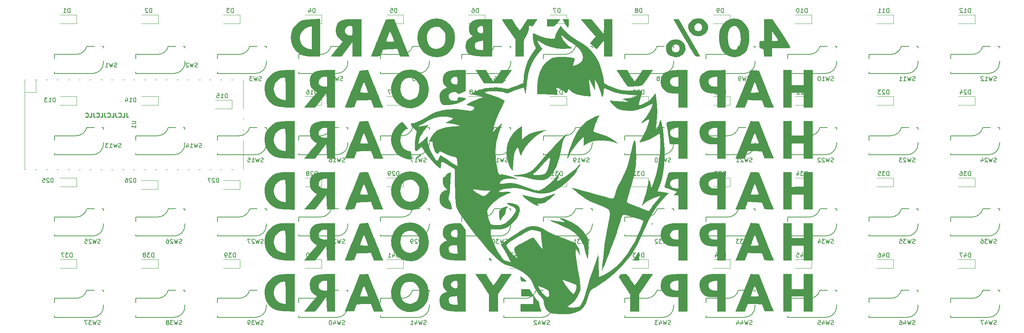
<source format=gbr>
%TF.GenerationSoftware,KiCad,Pcbnew,(6.0.11)*%
%TF.CreationDate,2023-04-14T22:13:07-06:00*%
%TF.ProjectId,JL Planck,4a4c2050-6c61-46e6-936b-2e6b69636164,rev?*%
%TF.SameCoordinates,Original*%
%TF.FileFunction,Legend,Bot*%
%TF.FilePolarity,Positive*%
%FSLAX46Y46*%
G04 Gerber Fmt 4.6, Leading zero omitted, Abs format (unit mm)*
G04 Created by KiCad (PCBNEW (6.0.11)) date 2023-04-14 22:13:07*
%MOMM*%
%LPD*%
G01*
G04 APERTURE LIST*
%ADD10C,0.250000*%
%ADD11C,0.150000*%
%ADD12C,0.120000*%
G04 APERTURE END LIST*
D10*
X81007728Y-77665629D02*
X81007728Y-78379915D01*
X81055347Y-78522772D01*
X81150585Y-78618010D01*
X81293442Y-78665629D01*
X81388681Y-78665629D01*
X80055347Y-78665629D02*
X80531538Y-78665629D01*
X80531538Y-77665629D01*
X79150585Y-78570391D02*
X79198204Y-78618010D01*
X79341061Y-78665629D01*
X79436300Y-78665629D01*
X79579157Y-78618010D01*
X79674395Y-78522772D01*
X79722014Y-78427534D01*
X79769633Y-78237058D01*
X79769633Y-78094201D01*
X79722014Y-77903725D01*
X79674395Y-77808487D01*
X79579157Y-77713249D01*
X79436300Y-77665629D01*
X79341061Y-77665629D01*
X79198204Y-77713249D01*
X79150585Y-77760868D01*
X78436300Y-77665629D02*
X78436300Y-78379915D01*
X78483919Y-78522772D01*
X78579157Y-78618010D01*
X78722014Y-78665629D01*
X78817252Y-78665629D01*
X77483919Y-78665629D02*
X77960109Y-78665629D01*
X77960109Y-77665629D01*
X76579157Y-78570391D02*
X76626776Y-78618010D01*
X76769633Y-78665629D01*
X76864871Y-78665629D01*
X77007728Y-78618010D01*
X77102966Y-78522772D01*
X77150585Y-78427534D01*
X77198204Y-78237058D01*
X77198204Y-78094201D01*
X77150585Y-77903725D01*
X77102966Y-77808487D01*
X77007728Y-77713249D01*
X76864871Y-77665629D01*
X76769633Y-77665629D01*
X76626776Y-77713249D01*
X76579157Y-77760868D01*
X75864871Y-77665629D02*
X75864871Y-78379915D01*
X75912490Y-78522772D01*
X76007728Y-78618010D01*
X76150585Y-78665629D01*
X76245823Y-78665629D01*
X74912490Y-78665629D02*
X75388681Y-78665629D01*
X75388681Y-77665629D01*
X74007728Y-78570391D02*
X74055347Y-78618010D01*
X74198204Y-78665629D01*
X74293442Y-78665629D01*
X74436300Y-78618010D01*
X74531538Y-78522772D01*
X74579157Y-78427534D01*
X74626776Y-78237058D01*
X74626776Y-78094201D01*
X74579157Y-77903725D01*
X74531538Y-77808487D01*
X74436300Y-77713249D01*
X74293442Y-77665629D01*
X74198204Y-77665629D01*
X74055347Y-77713249D01*
X74007728Y-77760868D01*
X73293442Y-77665629D02*
X73293442Y-78379915D01*
X73341061Y-78522772D01*
X73436300Y-78618010D01*
X73579157Y-78665629D01*
X73674395Y-78665629D01*
X72341061Y-78665629D02*
X72817252Y-78665629D01*
X72817252Y-77665629D01*
X71436300Y-78570391D02*
X71483919Y-78618010D01*
X71626776Y-78665629D01*
X71722014Y-78665629D01*
X71864871Y-78618010D01*
X71960109Y-78522772D01*
X72007728Y-78427534D01*
X72055347Y-78237058D01*
X72055347Y-78094201D01*
X72007728Y-77903725D01*
X71960109Y-77808487D01*
X71864871Y-77713249D01*
X71722014Y-77665629D01*
X71626776Y-77665629D01*
X71483919Y-77713249D01*
X71436300Y-77760868D01*
D11*
%TO.C,SW26*%
X93896204Y-108109010D02*
X93753347Y-108156629D01*
X93515252Y-108156629D01*
X93420014Y-108109010D01*
X93372395Y-108061391D01*
X93324776Y-107966153D01*
X93324776Y-107870915D01*
X93372395Y-107775677D01*
X93420014Y-107728058D01*
X93515252Y-107680439D01*
X93705728Y-107632820D01*
X93800966Y-107585201D01*
X93848585Y-107537582D01*
X93896204Y-107442344D01*
X93896204Y-107347106D01*
X93848585Y-107251868D01*
X93800966Y-107204249D01*
X93705728Y-107156629D01*
X93467633Y-107156629D01*
X93324776Y-107204249D01*
X92991442Y-107156629D02*
X92753347Y-108156629D01*
X92562871Y-107442344D01*
X92372395Y-108156629D01*
X92134300Y-107156629D01*
X91800966Y-107251868D02*
X91753347Y-107204249D01*
X91658109Y-107156629D01*
X91420014Y-107156629D01*
X91324776Y-107204249D01*
X91277157Y-107251868D01*
X91229538Y-107347106D01*
X91229538Y-107442344D01*
X91277157Y-107585201D01*
X91848585Y-108156629D01*
X91229538Y-108156629D01*
X90372395Y-107156629D02*
X90562871Y-107156629D01*
X90658109Y-107204249D01*
X90705728Y-107251868D01*
X90800966Y-107394725D01*
X90848585Y-107585201D01*
X90848585Y-107966153D01*
X90800966Y-108061391D01*
X90753347Y-108109010D01*
X90658109Y-108156629D01*
X90467633Y-108156629D01*
X90372395Y-108109010D01*
X90324776Y-108061391D01*
X90277157Y-107966153D01*
X90277157Y-107728058D01*
X90324776Y-107632820D01*
X90372395Y-107585201D01*
X90467633Y-107537582D01*
X90658109Y-107537582D01*
X90753347Y-107585201D01*
X90800966Y-107632820D01*
X90848585Y-107728058D01*
%TO.C,SW25*%
X74896204Y-108109010D02*
X74753347Y-108156629D01*
X74515252Y-108156629D01*
X74420014Y-108109010D01*
X74372395Y-108061391D01*
X74324776Y-107966153D01*
X74324776Y-107870915D01*
X74372395Y-107775677D01*
X74420014Y-107728058D01*
X74515252Y-107680439D01*
X74705728Y-107632820D01*
X74800966Y-107585201D01*
X74848585Y-107537582D01*
X74896204Y-107442344D01*
X74896204Y-107347106D01*
X74848585Y-107251868D01*
X74800966Y-107204249D01*
X74705728Y-107156629D01*
X74467633Y-107156629D01*
X74324776Y-107204249D01*
X73991442Y-107156629D02*
X73753347Y-108156629D01*
X73562871Y-107442344D01*
X73372395Y-108156629D01*
X73134300Y-107156629D01*
X72800966Y-107251868D02*
X72753347Y-107204249D01*
X72658109Y-107156629D01*
X72420014Y-107156629D01*
X72324776Y-107204249D01*
X72277157Y-107251868D01*
X72229538Y-107347106D01*
X72229538Y-107442344D01*
X72277157Y-107585201D01*
X72848585Y-108156629D01*
X72229538Y-108156629D01*
X71324776Y-107156629D02*
X71800966Y-107156629D01*
X71848585Y-107632820D01*
X71800966Y-107585201D01*
X71705728Y-107537582D01*
X71467633Y-107537582D01*
X71372395Y-107585201D01*
X71324776Y-107632820D01*
X71277157Y-107728058D01*
X71277157Y-107966153D01*
X71324776Y-108061391D01*
X71372395Y-108109010D01*
X71467633Y-108156629D01*
X71705728Y-108156629D01*
X71800966Y-108109010D01*
X71848585Y-108061391D01*
%TO.C,SW18*%
X169896204Y-89109010D02*
X169753347Y-89156629D01*
X169515252Y-89156629D01*
X169420014Y-89109010D01*
X169372395Y-89061391D01*
X169324776Y-88966153D01*
X169324776Y-88870915D01*
X169372395Y-88775677D01*
X169420014Y-88728058D01*
X169515252Y-88680439D01*
X169705728Y-88632820D01*
X169800966Y-88585201D01*
X169848585Y-88537582D01*
X169896204Y-88442344D01*
X169896204Y-88347106D01*
X169848585Y-88251868D01*
X169800966Y-88204249D01*
X169705728Y-88156629D01*
X169467633Y-88156629D01*
X169324776Y-88204249D01*
X168991442Y-88156629D02*
X168753347Y-89156629D01*
X168562871Y-88442344D01*
X168372395Y-89156629D01*
X168134300Y-88156629D01*
X167229538Y-89156629D02*
X167800966Y-89156629D01*
X167515252Y-89156629D02*
X167515252Y-88156629D01*
X167610490Y-88299487D01*
X167705728Y-88394725D01*
X167800966Y-88442344D01*
X166658109Y-88585201D02*
X166753347Y-88537582D01*
X166800966Y-88489963D01*
X166848585Y-88394725D01*
X166848585Y-88347106D01*
X166800966Y-88251868D01*
X166753347Y-88204249D01*
X166658109Y-88156629D01*
X166467633Y-88156629D01*
X166372395Y-88204249D01*
X166324776Y-88251868D01*
X166277157Y-88347106D01*
X166277157Y-88394725D01*
X166324776Y-88489963D01*
X166372395Y-88537582D01*
X166467633Y-88585201D01*
X166658109Y-88585201D01*
X166753347Y-88632820D01*
X166800966Y-88680439D01*
X166848585Y-88775677D01*
X166848585Y-88966153D01*
X166800966Y-89061391D01*
X166753347Y-89109010D01*
X166658109Y-89156629D01*
X166467633Y-89156629D01*
X166372395Y-89109010D01*
X166324776Y-89061391D01*
X166277157Y-88966153D01*
X166277157Y-88775677D01*
X166324776Y-88680439D01*
X166372395Y-88632820D01*
X166467633Y-88585201D01*
%TO.C,SW44*%
X226896204Y-127109010D02*
X226753347Y-127156629D01*
X226515252Y-127156629D01*
X226420014Y-127109010D01*
X226372395Y-127061391D01*
X226324776Y-126966153D01*
X226324776Y-126870915D01*
X226372395Y-126775677D01*
X226420014Y-126728058D01*
X226515252Y-126680439D01*
X226705728Y-126632820D01*
X226800966Y-126585201D01*
X226848585Y-126537582D01*
X226896204Y-126442344D01*
X226896204Y-126347106D01*
X226848585Y-126251868D01*
X226800966Y-126204249D01*
X226705728Y-126156629D01*
X226467633Y-126156629D01*
X226324776Y-126204249D01*
X225991442Y-126156629D02*
X225753347Y-127156629D01*
X225562871Y-126442344D01*
X225372395Y-127156629D01*
X225134300Y-126156629D01*
X224324776Y-126489963D02*
X224324776Y-127156629D01*
X224562871Y-126109010D02*
X224800966Y-126823296D01*
X224181919Y-126823296D01*
X223372395Y-126489963D02*
X223372395Y-127156629D01*
X223610490Y-126109010D02*
X223848585Y-126823296D01*
X223229538Y-126823296D01*
%TO.C,SW14*%
X98518204Y-85730010D02*
X98375347Y-85777629D01*
X98137252Y-85777629D01*
X98042014Y-85730010D01*
X97994395Y-85682391D01*
X97946776Y-85587153D01*
X97946776Y-85491915D01*
X97994395Y-85396677D01*
X98042014Y-85349058D01*
X98137252Y-85301439D01*
X98327728Y-85253820D01*
X98422966Y-85206201D01*
X98470585Y-85158582D01*
X98518204Y-85063344D01*
X98518204Y-84968106D01*
X98470585Y-84872868D01*
X98422966Y-84825249D01*
X98327728Y-84777629D01*
X98089633Y-84777629D01*
X97946776Y-84825249D01*
X97613442Y-84777629D02*
X97375347Y-85777629D01*
X97184871Y-85063344D01*
X96994395Y-85777629D01*
X96756300Y-84777629D01*
X95851538Y-85777629D02*
X96422966Y-85777629D01*
X96137252Y-85777629D02*
X96137252Y-84777629D01*
X96232490Y-84920487D01*
X96327728Y-85015725D01*
X96422966Y-85063344D01*
X94994395Y-85110963D02*
X94994395Y-85777629D01*
X95232490Y-84730010D02*
X95470585Y-85444296D01*
X94851538Y-85444296D01*
%TO.C,SW29*%
X150896204Y-108109010D02*
X150753347Y-108156629D01*
X150515252Y-108156629D01*
X150420014Y-108109010D01*
X150372395Y-108061391D01*
X150324776Y-107966153D01*
X150324776Y-107870915D01*
X150372395Y-107775677D01*
X150420014Y-107728058D01*
X150515252Y-107680439D01*
X150705728Y-107632820D01*
X150800966Y-107585201D01*
X150848585Y-107537582D01*
X150896204Y-107442344D01*
X150896204Y-107347106D01*
X150848585Y-107251868D01*
X150800966Y-107204249D01*
X150705728Y-107156629D01*
X150467633Y-107156629D01*
X150324776Y-107204249D01*
X149991442Y-107156629D02*
X149753347Y-108156629D01*
X149562871Y-107442344D01*
X149372395Y-108156629D01*
X149134300Y-107156629D01*
X148800966Y-107251868D02*
X148753347Y-107204249D01*
X148658109Y-107156629D01*
X148420014Y-107156629D01*
X148324776Y-107204249D01*
X148277157Y-107251868D01*
X148229538Y-107347106D01*
X148229538Y-107442344D01*
X148277157Y-107585201D01*
X148848585Y-108156629D01*
X148229538Y-108156629D01*
X147753347Y-108156629D02*
X147562871Y-108156629D01*
X147467633Y-108109010D01*
X147420014Y-108061391D01*
X147324776Y-107918534D01*
X147277157Y-107728058D01*
X147277157Y-107347106D01*
X147324776Y-107251868D01*
X147372395Y-107204249D01*
X147467633Y-107156629D01*
X147658109Y-107156629D01*
X147753347Y-107204249D01*
X147800966Y-107251868D01*
X147848585Y-107347106D01*
X147848585Y-107585201D01*
X147800966Y-107680439D01*
X147753347Y-107728058D01*
X147658109Y-107775677D01*
X147467633Y-107775677D01*
X147372395Y-107728058D01*
X147324776Y-107680439D01*
X147277157Y-107585201D01*
%TO.C,SW20*%
X207896204Y-89109010D02*
X207753347Y-89156629D01*
X207515252Y-89156629D01*
X207420014Y-89109010D01*
X207372395Y-89061391D01*
X207324776Y-88966153D01*
X207324776Y-88870915D01*
X207372395Y-88775677D01*
X207420014Y-88728058D01*
X207515252Y-88680439D01*
X207705728Y-88632820D01*
X207800966Y-88585201D01*
X207848585Y-88537582D01*
X207896204Y-88442344D01*
X207896204Y-88347106D01*
X207848585Y-88251868D01*
X207800966Y-88204249D01*
X207705728Y-88156629D01*
X207467633Y-88156629D01*
X207324776Y-88204249D01*
X206991442Y-88156629D02*
X206753347Y-89156629D01*
X206562871Y-88442344D01*
X206372395Y-89156629D01*
X206134300Y-88156629D01*
X205800966Y-88251868D02*
X205753347Y-88204249D01*
X205658109Y-88156629D01*
X205420014Y-88156629D01*
X205324776Y-88204249D01*
X205277157Y-88251868D01*
X205229538Y-88347106D01*
X205229538Y-88442344D01*
X205277157Y-88585201D01*
X205848585Y-89156629D01*
X205229538Y-89156629D01*
X204610490Y-88156629D02*
X204515252Y-88156629D01*
X204420014Y-88204249D01*
X204372395Y-88251868D01*
X204324776Y-88347106D01*
X204277157Y-88537582D01*
X204277157Y-88775677D01*
X204324776Y-88966153D01*
X204372395Y-89061391D01*
X204420014Y-89109010D01*
X204515252Y-89156629D01*
X204610490Y-89156629D01*
X204705728Y-89109010D01*
X204753347Y-89061391D01*
X204800966Y-88966153D01*
X204848585Y-88775677D01*
X204848585Y-88537582D01*
X204800966Y-88347106D01*
X204753347Y-88251868D01*
X204705728Y-88204249D01*
X204610490Y-88156629D01*
%TO.C,SW23*%
X264896204Y-89109010D02*
X264753347Y-89156629D01*
X264515252Y-89156629D01*
X264420014Y-89109010D01*
X264372395Y-89061391D01*
X264324776Y-88966153D01*
X264324776Y-88870915D01*
X264372395Y-88775677D01*
X264420014Y-88728058D01*
X264515252Y-88680439D01*
X264705728Y-88632820D01*
X264800966Y-88585201D01*
X264848585Y-88537582D01*
X264896204Y-88442344D01*
X264896204Y-88347106D01*
X264848585Y-88251868D01*
X264800966Y-88204249D01*
X264705728Y-88156629D01*
X264467633Y-88156629D01*
X264324776Y-88204249D01*
X263991442Y-88156629D02*
X263753347Y-89156629D01*
X263562871Y-88442344D01*
X263372395Y-89156629D01*
X263134300Y-88156629D01*
X262800966Y-88251868D02*
X262753347Y-88204249D01*
X262658109Y-88156629D01*
X262420014Y-88156629D01*
X262324776Y-88204249D01*
X262277157Y-88251868D01*
X262229538Y-88347106D01*
X262229538Y-88442344D01*
X262277157Y-88585201D01*
X262848585Y-89156629D01*
X262229538Y-89156629D01*
X261896204Y-88156629D02*
X261277157Y-88156629D01*
X261610490Y-88537582D01*
X261467633Y-88537582D01*
X261372395Y-88585201D01*
X261324776Y-88632820D01*
X261277157Y-88728058D01*
X261277157Y-88966153D01*
X261324776Y-89061391D01*
X261372395Y-89109010D01*
X261467633Y-89156629D01*
X261753347Y-89156629D01*
X261848585Y-89109010D01*
X261896204Y-89061391D01*
%TO.C,SW16*%
X131896204Y-89109010D02*
X131753347Y-89156629D01*
X131515252Y-89156629D01*
X131420014Y-89109010D01*
X131372395Y-89061391D01*
X131324776Y-88966153D01*
X131324776Y-88870915D01*
X131372395Y-88775677D01*
X131420014Y-88728058D01*
X131515252Y-88680439D01*
X131705728Y-88632820D01*
X131800966Y-88585201D01*
X131848585Y-88537582D01*
X131896204Y-88442344D01*
X131896204Y-88347106D01*
X131848585Y-88251868D01*
X131800966Y-88204249D01*
X131705728Y-88156629D01*
X131467633Y-88156629D01*
X131324776Y-88204249D01*
X130991442Y-88156629D02*
X130753347Y-89156629D01*
X130562871Y-88442344D01*
X130372395Y-89156629D01*
X130134300Y-88156629D01*
X129229538Y-89156629D02*
X129800966Y-89156629D01*
X129515252Y-89156629D02*
X129515252Y-88156629D01*
X129610490Y-88299487D01*
X129705728Y-88394725D01*
X129800966Y-88442344D01*
X128372395Y-88156629D02*
X128562871Y-88156629D01*
X128658109Y-88204249D01*
X128705728Y-88251868D01*
X128800966Y-88394725D01*
X128848585Y-88585201D01*
X128848585Y-88966153D01*
X128800966Y-89061391D01*
X128753347Y-89109010D01*
X128658109Y-89156629D01*
X128467633Y-89156629D01*
X128372395Y-89109010D01*
X128324776Y-89061391D01*
X128277157Y-88966153D01*
X128277157Y-88728058D01*
X128324776Y-88632820D01*
X128372395Y-88585201D01*
X128467633Y-88537582D01*
X128658109Y-88537582D01*
X128753347Y-88585201D01*
X128800966Y-88632820D01*
X128848585Y-88728058D01*
%TO.C,SW30*%
X169896204Y-108109010D02*
X169753347Y-108156629D01*
X169515252Y-108156629D01*
X169420014Y-108109010D01*
X169372395Y-108061391D01*
X169324776Y-107966153D01*
X169324776Y-107870915D01*
X169372395Y-107775677D01*
X169420014Y-107728058D01*
X169515252Y-107680439D01*
X169705728Y-107632820D01*
X169800966Y-107585201D01*
X169848585Y-107537582D01*
X169896204Y-107442344D01*
X169896204Y-107347106D01*
X169848585Y-107251868D01*
X169800966Y-107204249D01*
X169705728Y-107156629D01*
X169467633Y-107156629D01*
X169324776Y-107204249D01*
X168991442Y-107156629D02*
X168753347Y-108156629D01*
X168562871Y-107442344D01*
X168372395Y-108156629D01*
X168134300Y-107156629D01*
X167848585Y-107156629D02*
X167229538Y-107156629D01*
X167562871Y-107537582D01*
X167420014Y-107537582D01*
X167324776Y-107585201D01*
X167277157Y-107632820D01*
X167229538Y-107728058D01*
X167229538Y-107966153D01*
X167277157Y-108061391D01*
X167324776Y-108109010D01*
X167420014Y-108156629D01*
X167705728Y-108156629D01*
X167800966Y-108109010D01*
X167848585Y-108061391D01*
X166610490Y-107156629D02*
X166515252Y-107156629D01*
X166420014Y-107204249D01*
X166372395Y-107251868D01*
X166324776Y-107347106D01*
X166277157Y-107537582D01*
X166277157Y-107775677D01*
X166324776Y-107966153D01*
X166372395Y-108061391D01*
X166420014Y-108109010D01*
X166515252Y-108156629D01*
X166610490Y-108156629D01*
X166705728Y-108109010D01*
X166753347Y-108061391D01*
X166800966Y-107966153D01*
X166848585Y-107775677D01*
X166848585Y-107537582D01*
X166800966Y-107347106D01*
X166753347Y-107251868D01*
X166705728Y-107204249D01*
X166610490Y-107156629D01*
%TO.C,SW36*%
X283896204Y-108109010D02*
X283753347Y-108156629D01*
X283515252Y-108156629D01*
X283420014Y-108109010D01*
X283372395Y-108061391D01*
X283324776Y-107966153D01*
X283324776Y-107870915D01*
X283372395Y-107775677D01*
X283420014Y-107728058D01*
X283515252Y-107680439D01*
X283705728Y-107632820D01*
X283800966Y-107585201D01*
X283848585Y-107537582D01*
X283896204Y-107442344D01*
X283896204Y-107347106D01*
X283848585Y-107251868D01*
X283800966Y-107204249D01*
X283705728Y-107156629D01*
X283467633Y-107156629D01*
X283324776Y-107204249D01*
X282991442Y-107156629D02*
X282753347Y-108156629D01*
X282562871Y-107442344D01*
X282372395Y-108156629D01*
X282134300Y-107156629D01*
X281848585Y-107156629D02*
X281229538Y-107156629D01*
X281562871Y-107537582D01*
X281420014Y-107537582D01*
X281324776Y-107585201D01*
X281277157Y-107632820D01*
X281229538Y-107728058D01*
X281229538Y-107966153D01*
X281277157Y-108061391D01*
X281324776Y-108109010D01*
X281420014Y-108156629D01*
X281705728Y-108156629D01*
X281800966Y-108109010D01*
X281848585Y-108061391D01*
X280372395Y-107156629D02*
X280562871Y-107156629D01*
X280658109Y-107204249D01*
X280705728Y-107251868D01*
X280800966Y-107394725D01*
X280848585Y-107585201D01*
X280848585Y-107966153D01*
X280800966Y-108061391D01*
X280753347Y-108109010D01*
X280658109Y-108156629D01*
X280467633Y-108156629D01*
X280372395Y-108109010D01*
X280324776Y-108061391D01*
X280277157Y-107966153D01*
X280277157Y-107728058D01*
X280324776Y-107632820D01*
X280372395Y-107585201D01*
X280467633Y-107537582D01*
X280658109Y-107537582D01*
X280753347Y-107585201D01*
X280800966Y-107632820D01*
X280848585Y-107728058D01*
%TO.C,SW42*%
X179671204Y-127109010D02*
X179528347Y-127156629D01*
X179290252Y-127156629D01*
X179195014Y-127109010D01*
X179147395Y-127061391D01*
X179099776Y-126966153D01*
X179099776Y-126870915D01*
X179147395Y-126775677D01*
X179195014Y-126728058D01*
X179290252Y-126680439D01*
X179480728Y-126632820D01*
X179575966Y-126585201D01*
X179623585Y-126537582D01*
X179671204Y-126442344D01*
X179671204Y-126347106D01*
X179623585Y-126251868D01*
X179575966Y-126204249D01*
X179480728Y-126156629D01*
X179242633Y-126156629D01*
X179099776Y-126204249D01*
X178766442Y-126156629D02*
X178528347Y-127156629D01*
X178337871Y-126442344D01*
X178147395Y-127156629D01*
X177909300Y-126156629D01*
X177099776Y-126489963D02*
X177099776Y-127156629D01*
X177337871Y-126109010D02*
X177575966Y-126823296D01*
X176956919Y-126823296D01*
X176623585Y-126251868D02*
X176575966Y-126204249D01*
X176480728Y-126156629D01*
X176242633Y-126156629D01*
X176147395Y-126204249D01*
X176099776Y-126251868D01*
X176052157Y-126347106D01*
X176052157Y-126442344D01*
X176099776Y-126585201D01*
X176671204Y-127156629D01*
X176052157Y-127156629D01*
%TO.C,SW8*%
X207420014Y-70109010D02*
X207277157Y-70156629D01*
X207039061Y-70156629D01*
X206943823Y-70109010D01*
X206896204Y-70061391D01*
X206848585Y-69966153D01*
X206848585Y-69870915D01*
X206896204Y-69775677D01*
X206943823Y-69728058D01*
X207039061Y-69680439D01*
X207229538Y-69632820D01*
X207324776Y-69585201D01*
X207372395Y-69537582D01*
X207420014Y-69442344D01*
X207420014Y-69347106D01*
X207372395Y-69251868D01*
X207324776Y-69204249D01*
X207229538Y-69156629D01*
X206991442Y-69156629D01*
X206848585Y-69204249D01*
X206515252Y-69156629D02*
X206277157Y-70156629D01*
X206086681Y-69442344D01*
X205896204Y-70156629D01*
X205658109Y-69156629D01*
X205134300Y-69585201D02*
X205229538Y-69537582D01*
X205277157Y-69489963D01*
X205324776Y-69394725D01*
X205324776Y-69347106D01*
X205277157Y-69251868D01*
X205229538Y-69204249D01*
X205134300Y-69156629D01*
X204943823Y-69156629D01*
X204848585Y-69204249D01*
X204800966Y-69251868D01*
X204753347Y-69347106D01*
X204753347Y-69394725D01*
X204800966Y-69489963D01*
X204848585Y-69537582D01*
X204943823Y-69585201D01*
X205134300Y-69585201D01*
X205229538Y-69632820D01*
X205277157Y-69680439D01*
X205324776Y-69775677D01*
X205324776Y-69966153D01*
X205277157Y-70061391D01*
X205229538Y-70109010D01*
X205134300Y-70156629D01*
X204943823Y-70156629D01*
X204848585Y-70109010D01*
X204800966Y-70061391D01*
X204753347Y-69966153D01*
X204753347Y-69775677D01*
X204800966Y-69680439D01*
X204848585Y-69632820D01*
X204943823Y-69585201D01*
%TO.C,SW37*%
X74896204Y-127109010D02*
X74753347Y-127156629D01*
X74515252Y-127156629D01*
X74420014Y-127109010D01*
X74372395Y-127061391D01*
X74324776Y-126966153D01*
X74324776Y-126870915D01*
X74372395Y-126775677D01*
X74420014Y-126728058D01*
X74515252Y-126680439D01*
X74705728Y-126632820D01*
X74800966Y-126585201D01*
X74848585Y-126537582D01*
X74896204Y-126442344D01*
X74896204Y-126347106D01*
X74848585Y-126251868D01*
X74800966Y-126204249D01*
X74705728Y-126156629D01*
X74467633Y-126156629D01*
X74324776Y-126204249D01*
X73991442Y-126156629D02*
X73753347Y-127156629D01*
X73562871Y-126442344D01*
X73372395Y-127156629D01*
X73134300Y-126156629D01*
X72848585Y-126156629D02*
X72229538Y-126156629D01*
X72562871Y-126537582D01*
X72420014Y-126537582D01*
X72324776Y-126585201D01*
X72277157Y-126632820D01*
X72229538Y-126728058D01*
X72229538Y-126966153D01*
X72277157Y-127061391D01*
X72324776Y-127109010D01*
X72420014Y-127156629D01*
X72705728Y-127156629D01*
X72800966Y-127109010D01*
X72848585Y-127061391D01*
X71896204Y-126156629D02*
X71229538Y-126156629D01*
X71658109Y-127156629D01*
%TO.C,SW39*%
X112896204Y-127109010D02*
X112753347Y-127156629D01*
X112515252Y-127156629D01*
X112420014Y-127109010D01*
X112372395Y-127061391D01*
X112324776Y-126966153D01*
X112324776Y-126870915D01*
X112372395Y-126775677D01*
X112420014Y-126728058D01*
X112515252Y-126680439D01*
X112705728Y-126632820D01*
X112800966Y-126585201D01*
X112848585Y-126537582D01*
X112896204Y-126442344D01*
X112896204Y-126347106D01*
X112848585Y-126251868D01*
X112800966Y-126204249D01*
X112705728Y-126156629D01*
X112467633Y-126156629D01*
X112324776Y-126204249D01*
X111991442Y-126156629D02*
X111753347Y-127156629D01*
X111562871Y-126442344D01*
X111372395Y-127156629D01*
X111134300Y-126156629D01*
X110848585Y-126156629D02*
X110229538Y-126156629D01*
X110562871Y-126537582D01*
X110420014Y-126537582D01*
X110324776Y-126585201D01*
X110277157Y-126632820D01*
X110229538Y-126728058D01*
X110229538Y-126966153D01*
X110277157Y-127061391D01*
X110324776Y-127109010D01*
X110420014Y-127156629D01*
X110705728Y-127156629D01*
X110800966Y-127109010D01*
X110848585Y-127061391D01*
X109753347Y-127156629D02*
X109562871Y-127156629D01*
X109467633Y-127109010D01*
X109420014Y-127061391D01*
X109324776Y-126918534D01*
X109277157Y-126728058D01*
X109277157Y-126347106D01*
X109324776Y-126251868D01*
X109372395Y-126204249D01*
X109467633Y-126156629D01*
X109658109Y-126156629D01*
X109753347Y-126204249D01*
X109800966Y-126251868D01*
X109848585Y-126347106D01*
X109848585Y-126585201D01*
X109800966Y-126680439D01*
X109753347Y-126728058D01*
X109658109Y-126775677D01*
X109467633Y-126775677D01*
X109372395Y-126728058D01*
X109324776Y-126680439D01*
X109277157Y-126585201D01*
%TO.C,SW34*%
X245896204Y-108109010D02*
X245753347Y-108156629D01*
X245515252Y-108156629D01*
X245420014Y-108109010D01*
X245372395Y-108061391D01*
X245324776Y-107966153D01*
X245324776Y-107870915D01*
X245372395Y-107775677D01*
X245420014Y-107728058D01*
X245515252Y-107680439D01*
X245705728Y-107632820D01*
X245800966Y-107585201D01*
X245848585Y-107537582D01*
X245896204Y-107442344D01*
X245896204Y-107347106D01*
X245848585Y-107251868D01*
X245800966Y-107204249D01*
X245705728Y-107156629D01*
X245467633Y-107156629D01*
X245324776Y-107204249D01*
X244991442Y-107156629D02*
X244753347Y-108156629D01*
X244562871Y-107442344D01*
X244372395Y-108156629D01*
X244134300Y-107156629D01*
X243848585Y-107156629D02*
X243229538Y-107156629D01*
X243562871Y-107537582D01*
X243420014Y-107537582D01*
X243324776Y-107585201D01*
X243277157Y-107632820D01*
X243229538Y-107728058D01*
X243229538Y-107966153D01*
X243277157Y-108061391D01*
X243324776Y-108109010D01*
X243420014Y-108156629D01*
X243705728Y-108156629D01*
X243800966Y-108109010D01*
X243848585Y-108061391D01*
X242372395Y-107489963D02*
X242372395Y-108156629D01*
X242610490Y-107109010D02*
X242848585Y-107823296D01*
X242229538Y-107823296D01*
%TO.C,SW31*%
X188896204Y-108109010D02*
X188753347Y-108156629D01*
X188515252Y-108156629D01*
X188420014Y-108109010D01*
X188372395Y-108061391D01*
X188324776Y-107966153D01*
X188324776Y-107870915D01*
X188372395Y-107775677D01*
X188420014Y-107728058D01*
X188515252Y-107680439D01*
X188705728Y-107632820D01*
X188800966Y-107585201D01*
X188848585Y-107537582D01*
X188896204Y-107442344D01*
X188896204Y-107347106D01*
X188848585Y-107251868D01*
X188800966Y-107204249D01*
X188705728Y-107156629D01*
X188467633Y-107156629D01*
X188324776Y-107204249D01*
X187991442Y-107156629D02*
X187753347Y-108156629D01*
X187562871Y-107442344D01*
X187372395Y-108156629D01*
X187134300Y-107156629D01*
X186848585Y-107156629D02*
X186229538Y-107156629D01*
X186562871Y-107537582D01*
X186420014Y-107537582D01*
X186324776Y-107585201D01*
X186277157Y-107632820D01*
X186229538Y-107728058D01*
X186229538Y-107966153D01*
X186277157Y-108061391D01*
X186324776Y-108109010D01*
X186420014Y-108156629D01*
X186705728Y-108156629D01*
X186800966Y-108109010D01*
X186848585Y-108061391D01*
X185277157Y-108156629D02*
X185848585Y-108156629D01*
X185562871Y-108156629D02*
X185562871Y-107156629D01*
X185658109Y-107299487D01*
X185753347Y-107394725D01*
X185848585Y-107442344D01*
%TO.C,SW40*%
X131896204Y-127109010D02*
X131753347Y-127156629D01*
X131515252Y-127156629D01*
X131420014Y-127109010D01*
X131372395Y-127061391D01*
X131324776Y-126966153D01*
X131324776Y-126870915D01*
X131372395Y-126775677D01*
X131420014Y-126728058D01*
X131515252Y-126680439D01*
X131705728Y-126632820D01*
X131800966Y-126585201D01*
X131848585Y-126537582D01*
X131896204Y-126442344D01*
X131896204Y-126347106D01*
X131848585Y-126251868D01*
X131800966Y-126204249D01*
X131705728Y-126156629D01*
X131467633Y-126156629D01*
X131324776Y-126204249D01*
X130991442Y-126156629D02*
X130753347Y-127156629D01*
X130562871Y-126442344D01*
X130372395Y-127156629D01*
X130134300Y-126156629D01*
X129324776Y-126489963D02*
X129324776Y-127156629D01*
X129562871Y-126109010D02*
X129800966Y-126823296D01*
X129181919Y-126823296D01*
X128610490Y-126156629D02*
X128515252Y-126156629D01*
X128420014Y-126204249D01*
X128372395Y-126251868D01*
X128324776Y-126347106D01*
X128277157Y-126537582D01*
X128277157Y-126775677D01*
X128324776Y-126966153D01*
X128372395Y-127061391D01*
X128420014Y-127109010D01*
X128515252Y-127156629D01*
X128610490Y-127156629D01*
X128705728Y-127109010D01*
X128753347Y-127061391D01*
X128800966Y-126966153D01*
X128848585Y-126775677D01*
X128848585Y-126537582D01*
X128800966Y-126347106D01*
X128753347Y-126251868D01*
X128705728Y-126204249D01*
X128610490Y-126156629D01*
%TO.C,SW35*%
X264896204Y-108109010D02*
X264753347Y-108156629D01*
X264515252Y-108156629D01*
X264420014Y-108109010D01*
X264372395Y-108061391D01*
X264324776Y-107966153D01*
X264324776Y-107870915D01*
X264372395Y-107775677D01*
X264420014Y-107728058D01*
X264515252Y-107680439D01*
X264705728Y-107632820D01*
X264800966Y-107585201D01*
X264848585Y-107537582D01*
X264896204Y-107442344D01*
X264896204Y-107347106D01*
X264848585Y-107251868D01*
X264800966Y-107204249D01*
X264705728Y-107156629D01*
X264467633Y-107156629D01*
X264324776Y-107204249D01*
X263991442Y-107156629D02*
X263753347Y-108156629D01*
X263562871Y-107442344D01*
X263372395Y-108156629D01*
X263134300Y-107156629D01*
X262848585Y-107156629D02*
X262229538Y-107156629D01*
X262562871Y-107537582D01*
X262420014Y-107537582D01*
X262324776Y-107585201D01*
X262277157Y-107632820D01*
X262229538Y-107728058D01*
X262229538Y-107966153D01*
X262277157Y-108061391D01*
X262324776Y-108109010D01*
X262420014Y-108156629D01*
X262705728Y-108156629D01*
X262800966Y-108109010D01*
X262848585Y-108061391D01*
X261324776Y-107156629D02*
X261800966Y-107156629D01*
X261848585Y-107632820D01*
X261800966Y-107585201D01*
X261705728Y-107537582D01*
X261467633Y-107537582D01*
X261372395Y-107585201D01*
X261324776Y-107632820D01*
X261277157Y-107728058D01*
X261277157Y-107966153D01*
X261324776Y-108061391D01*
X261372395Y-108109010D01*
X261467633Y-108156629D01*
X261705728Y-108156629D01*
X261800966Y-108109010D01*
X261848585Y-108061391D01*
%TO.C,SW38*%
X93896204Y-127109010D02*
X93753347Y-127156629D01*
X93515252Y-127156629D01*
X93420014Y-127109010D01*
X93372395Y-127061391D01*
X93324776Y-126966153D01*
X93324776Y-126870915D01*
X93372395Y-126775677D01*
X93420014Y-126728058D01*
X93515252Y-126680439D01*
X93705728Y-126632820D01*
X93800966Y-126585201D01*
X93848585Y-126537582D01*
X93896204Y-126442344D01*
X93896204Y-126347106D01*
X93848585Y-126251868D01*
X93800966Y-126204249D01*
X93705728Y-126156629D01*
X93467633Y-126156629D01*
X93324776Y-126204249D01*
X92991442Y-126156629D02*
X92753347Y-127156629D01*
X92562871Y-126442344D01*
X92372395Y-127156629D01*
X92134300Y-126156629D01*
X91848585Y-126156629D02*
X91229538Y-126156629D01*
X91562871Y-126537582D01*
X91420014Y-126537582D01*
X91324776Y-126585201D01*
X91277157Y-126632820D01*
X91229538Y-126728058D01*
X91229538Y-126966153D01*
X91277157Y-127061391D01*
X91324776Y-127109010D01*
X91420014Y-127156629D01*
X91705728Y-127156629D01*
X91800966Y-127109010D01*
X91848585Y-127061391D01*
X90658109Y-126585201D02*
X90753347Y-126537582D01*
X90800966Y-126489963D01*
X90848585Y-126394725D01*
X90848585Y-126347106D01*
X90800966Y-126251868D01*
X90753347Y-126204249D01*
X90658109Y-126156629D01*
X90467633Y-126156629D01*
X90372395Y-126204249D01*
X90324776Y-126251868D01*
X90277157Y-126347106D01*
X90277157Y-126394725D01*
X90324776Y-126489963D01*
X90372395Y-126537582D01*
X90467633Y-126585201D01*
X90658109Y-126585201D01*
X90753347Y-126632820D01*
X90800966Y-126680439D01*
X90848585Y-126775677D01*
X90848585Y-126966153D01*
X90800966Y-127061391D01*
X90753347Y-127109010D01*
X90658109Y-127156629D01*
X90467633Y-127156629D01*
X90372395Y-127109010D01*
X90324776Y-127061391D01*
X90277157Y-126966153D01*
X90277157Y-126775677D01*
X90324776Y-126680439D01*
X90372395Y-126632820D01*
X90467633Y-126585201D01*
%TO.C,SW10*%
X245896204Y-70109010D02*
X245753347Y-70156629D01*
X245515252Y-70156629D01*
X245420014Y-70109010D01*
X245372395Y-70061391D01*
X245324776Y-69966153D01*
X245324776Y-69870915D01*
X245372395Y-69775677D01*
X245420014Y-69728058D01*
X245515252Y-69680439D01*
X245705728Y-69632820D01*
X245800966Y-69585201D01*
X245848585Y-69537582D01*
X245896204Y-69442344D01*
X245896204Y-69347106D01*
X245848585Y-69251868D01*
X245800966Y-69204249D01*
X245705728Y-69156629D01*
X245467633Y-69156629D01*
X245324776Y-69204249D01*
X244991442Y-69156629D02*
X244753347Y-70156629D01*
X244562871Y-69442344D01*
X244372395Y-70156629D01*
X244134300Y-69156629D01*
X243229538Y-70156629D02*
X243800966Y-70156629D01*
X243515252Y-70156629D02*
X243515252Y-69156629D01*
X243610490Y-69299487D01*
X243705728Y-69394725D01*
X243800966Y-69442344D01*
X242610490Y-69156629D02*
X242515252Y-69156629D01*
X242420014Y-69204249D01*
X242372395Y-69251868D01*
X242324776Y-69347106D01*
X242277157Y-69537582D01*
X242277157Y-69775677D01*
X242324776Y-69966153D01*
X242372395Y-70061391D01*
X242420014Y-70109010D01*
X242515252Y-70156629D01*
X242610490Y-70156629D01*
X242705728Y-70109010D01*
X242753347Y-70061391D01*
X242800966Y-69966153D01*
X242848585Y-69775677D01*
X242848585Y-69537582D01*
X242800966Y-69347106D01*
X242753347Y-69251868D01*
X242705728Y-69204249D01*
X242610490Y-69156629D01*
%TO.C,SW12*%
X283896204Y-70109010D02*
X283753347Y-70156629D01*
X283515252Y-70156629D01*
X283420014Y-70109010D01*
X283372395Y-70061391D01*
X283324776Y-69966153D01*
X283324776Y-69870915D01*
X283372395Y-69775677D01*
X283420014Y-69728058D01*
X283515252Y-69680439D01*
X283705728Y-69632820D01*
X283800966Y-69585201D01*
X283848585Y-69537582D01*
X283896204Y-69442344D01*
X283896204Y-69347106D01*
X283848585Y-69251868D01*
X283800966Y-69204249D01*
X283705728Y-69156629D01*
X283467633Y-69156629D01*
X283324776Y-69204249D01*
X282991442Y-69156629D02*
X282753347Y-70156629D01*
X282562871Y-69442344D01*
X282372395Y-70156629D01*
X282134300Y-69156629D01*
X281229538Y-70156629D02*
X281800966Y-70156629D01*
X281515252Y-70156629D02*
X281515252Y-69156629D01*
X281610490Y-69299487D01*
X281705728Y-69394725D01*
X281800966Y-69442344D01*
X280848585Y-69251868D02*
X280800966Y-69204249D01*
X280705728Y-69156629D01*
X280467633Y-69156629D01*
X280372395Y-69204249D01*
X280324776Y-69251868D01*
X280277157Y-69347106D01*
X280277157Y-69442344D01*
X280324776Y-69585201D01*
X280896204Y-70156629D01*
X280277157Y-70156629D01*
%TO.C,SW22*%
X245896204Y-89109010D02*
X245753347Y-89156629D01*
X245515252Y-89156629D01*
X245420014Y-89109010D01*
X245372395Y-89061391D01*
X245324776Y-88966153D01*
X245324776Y-88870915D01*
X245372395Y-88775677D01*
X245420014Y-88728058D01*
X245515252Y-88680439D01*
X245705728Y-88632820D01*
X245800966Y-88585201D01*
X245848585Y-88537582D01*
X245896204Y-88442344D01*
X245896204Y-88347106D01*
X245848585Y-88251868D01*
X245800966Y-88204249D01*
X245705728Y-88156629D01*
X245467633Y-88156629D01*
X245324776Y-88204249D01*
X244991442Y-88156629D02*
X244753347Y-89156629D01*
X244562871Y-88442344D01*
X244372395Y-89156629D01*
X244134300Y-88156629D01*
X243800966Y-88251868D02*
X243753347Y-88204249D01*
X243658109Y-88156629D01*
X243420014Y-88156629D01*
X243324776Y-88204249D01*
X243277157Y-88251868D01*
X243229538Y-88347106D01*
X243229538Y-88442344D01*
X243277157Y-88585201D01*
X243848585Y-89156629D01*
X243229538Y-89156629D01*
X242848585Y-88251868D02*
X242800966Y-88204249D01*
X242705728Y-88156629D01*
X242467633Y-88156629D01*
X242372395Y-88204249D01*
X242324776Y-88251868D01*
X242277157Y-88347106D01*
X242277157Y-88442344D01*
X242324776Y-88585201D01*
X242896204Y-89156629D01*
X242277157Y-89156629D01*
%TO.C,SW6*%
X169420014Y-70109010D02*
X169277157Y-70156629D01*
X169039061Y-70156629D01*
X168943823Y-70109010D01*
X168896204Y-70061391D01*
X168848585Y-69966153D01*
X168848585Y-69870915D01*
X168896204Y-69775677D01*
X168943823Y-69728058D01*
X169039061Y-69680439D01*
X169229538Y-69632820D01*
X169324776Y-69585201D01*
X169372395Y-69537582D01*
X169420014Y-69442344D01*
X169420014Y-69347106D01*
X169372395Y-69251868D01*
X169324776Y-69204249D01*
X169229538Y-69156629D01*
X168991442Y-69156629D01*
X168848585Y-69204249D01*
X168515252Y-69156629D02*
X168277157Y-70156629D01*
X168086681Y-69442344D01*
X167896204Y-70156629D01*
X167658109Y-69156629D01*
X166848585Y-69156629D02*
X167039061Y-69156629D01*
X167134300Y-69204249D01*
X167181919Y-69251868D01*
X167277157Y-69394725D01*
X167324776Y-69585201D01*
X167324776Y-69966153D01*
X167277157Y-70061391D01*
X167229538Y-70109010D01*
X167134300Y-70156629D01*
X166943823Y-70156629D01*
X166848585Y-70109010D01*
X166800966Y-70061391D01*
X166753347Y-69966153D01*
X166753347Y-69728058D01*
X166800966Y-69632820D01*
X166848585Y-69585201D01*
X166943823Y-69537582D01*
X167134300Y-69537582D01*
X167229538Y-69585201D01*
X167277157Y-69632820D01*
X167324776Y-69728058D01*
%TO.C,SW41*%
X150896204Y-127109010D02*
X150753347Y-127156629D01*
X150515252Y-127156629D01*
X150420014Y-127109010D01*
X150372395Y-127061391D01*
X150324776Y-126966153D01*
X150324776Y-126870915D01*
X150372395Y-126775677D01*
X150420014Y-126728058D01*
X150515252Y-126680439D01*
X150705728Y-126632820D01*
X150800966Y-126585201D01*
X150848585Y-126537582D01*
X150896204Y-126442344D01*
X150896204Y-126347106D01*
X150848585Y-126251868D01*
X150800966Y-126204249D01*
X150705728Y-126156629D01*
X150467633Y-126156629D01*
X150324776Y-126204249D01*
X149991442Y-126156629D02*
X149753347Y-127156629D01*
X149562871Y-126442344D01*
X149372395Y-127156629D01*
X149134300Y-126156629D01*
X148324776Y-126489963D02*
X148324776Y-127156629D01*
X148562871Y-126109010D02*
X148800966Y-126823296D01*
X148181919Y-126823296D01*
X147277157Y-127156629D02*
X147848585Y-127156629D01*
X147562871Y-127156629D02*
X147562871Y-126156629D01*
X147658109Y-126299487D01*
X147753347Y-126394725D01*
X147848585Y-126442344D01*
%TO.C,SW15*%
X112896204Y-89109010D02*
X112753347Y-89156629D01*
X112515252Y-89156629D01*
X112420014Y-89109010D01*
X112372395Y-89061391D01*
X112324776Y-88966153D01*
X112324776Y-88870915D01*
X112372395Y-88775677D01*
X112420014Y-88728058D01*
X112515252Y-88680439D01*
X112705728Y-88632820D01*
X112800966Y-88585201D01*
X112848585Y-88537582D01*
X112896204Y-88442344D01*
X112896204Y-88347106D01*
X112848585Y-88251868D01*
X112800966Y-88204249D01*
X112705728Y-88156629D01*
X112467633Y-88156629D01*
X112324776Y-88204249D01*
X111991442Y-88156629D02*
X111753347Y-89156629D01*
X111562871Y-88442344D01*
X111372395Y-89156629D01*
X111134300Y-88156629D01*
X110229538Y-89156629D02*
X110800966Y-89156629D01*
X110515252Y-89156629D02*
X110515252Y-88156629D01*
X110610490Y-88299487D01*
X110705728Y-88394725D01*
X110800966Y-88442344D01*
X109324776Y-88156629D02*
X109800966Y-88156629D01*
X109848585Y-88632820D01*
X109800966Y-88585201D01*
X109705728Y-88537582D01*
X109467633Y-88537582D01*
X109372395Y-88585201D01*
X109324776Y-88632820D01*
X109277157Y-88728058D01*
X109277157Y-88966153D01*
X109324776Y-89061391D01*
X109372395Y-89109010D01*
X109467633Y-89156629D01*
X109705728Y-89156629D01*
X109800966Y-89109010D01*
X109848585Y-89061391D01*
%TO.C,SW1*%
X78738014Y-66934010D02*
X78595157Y-66981629D01*
X78357061Y-66981629D01*
X78261823Y-66934010D01*
X78214204Y-66886391D01*
X78166585Y-66791153D01*
X78166585Y-66695915D01*
X78214204Y-66600677D01*
X78261823Y-66553058D01*
X78357061Y-66505439D01*
X78547538Y-66457820D01*
X78642776Y-66410201D01*
X78690395Y-66362582D01*
X78738014Y-66267344D01*
X78738014Y-66172106D01*
X78690395Y-66076868D01*
X78642776Y-66029249D01*
X78547538Y-65981629D01*
X78309442Y-65981629D01*
X78166585Y-66029249D01*
X77833252Y-65981629D02*
X77595157Y-66981629D01*
X77404681Y-66267344D01*
X77214204Y-66981629D01*
X76976109Y-65981629D01*
X76071347Y-66981629D02*
X76642776Y-66981629D01*
X76357061Y-66981629D02*
X76357061Y-65981629D01*
X76452300Y-66124487D01*
X76547538Y-66219725D01*
X76642776Y-66267344D01*
%TO.C,SW13*%
X79722204Y-85730010D02*
X79579347Y-85777629D01*
X79341252Y-85777629D01*
X79246014Y-85730010D01*
X79198395Y-85682391D01*
X79150776Y-85587153D01*
X79150776Y-85491915D01*
X79198395Y-85396677D01*
X79246014Y-85349058D01*
X79341252Y-85301439D01*
X79531728Y-85253820D01*
X79626966Y-85206201D01*
X79674585Y-85158582D01*
X79722204Y-85063344D01*
X79722204Y-84968106D01*
X79674585Y-84872868D01*
X79626966Y-84825249D01*
X79531728Y-84777629D01*
X79293633Y-84777629D01*
X79150776Y-84825249D01*
X78817442Y-84777629D02*
X78579347Y-85777629D01*
X78388871Y-85063344D01*
X78198395Y-85777629D01*
X77960300Y-84777629D01*
X77055538Y-85777629D02*
X77626966Y-85777629D01*
X77341252Y-85777629D02*
X77341252Y-84777629D01*
X77436490Y-84920487D01*
X77531728Y-85015725D01*
X77626966Y-85063344D01*
X76722204Y-84777629D02*
X76103157Y-84777629D01*
X76436490Y-85158582D01*
X76293633Y-85158582D01*
X76198395Y-85206201D01*
X76150776Y-85253820D01*
X76103157Y-85349058D01*
X76103157Y-85587153D01*
X76150776Y-85682391D01*
X76198395Y-85730010D01*
X76293633Y-85777629D01*
X76579347Y-85777629D01*
X76674585Y-85730010D01*
X76722204Y-85682391D01*
%TO.C,SW24*%
X283896204Y-89109010D02*
X283753347Y-89156629D01*
X283515252Y-89156629D01*
X283420014Y-89109010D01*
X283372395Y-89061391D01*
X283324776Y-88966153D01*
X283324776Y-88870915D01*
X283372395Y-88775677D01*
X283420014Y-88728058D01*
X283515252Y-88680439D01*
X283705728Y-88632820D01*
X283800966Y-88585201D01*
X283848585Y-88537582D01*
X283896204Y-88442344D01*
X283896204Y-88347106D01*
X283848585Y-88251868D01*
X283800966Y-88204249D01*
X283705728Y-88156629D01*
X283467633Y-88156629D01*
X283324776Y-88204249D01*
X282991442Y-88156629D02*
X282753347Y-89156629D01*
X282562871Y-88442344D01*
X282372395Y-89156629D01*
X282134300Y-88156629D01*
X281800966Y-88251868D02*
X281753347Y-88204249D01*
X281658109Y-88156629D01*
X281420014Y-88156629D01*
X281324776Y-88204249D01*
X281277157Y-88251868D01*
X281229538Y-88347106D01*
X281229538Y-88442344D01*
X281277157Y-88585201D01*
X281848585Y-89156629D01*
X281229538Y-89156629D01*
X280372395Y-88489963D02*
X280372395Y-89156629D01*
X280610490Y-88109010D02*
X280848585Y-88823296D01*
X280229538Y-88823296D01*
%TO.C,SW17*%
X150896204Y-89109010D02*
X150753347Y-89156629D01*
X150515252Y-89156629D01*
X150420014Y-89109010D01*
X150372395Y-89061391D01*
X150324776Y-88966153D01*
X150324776Y-88870915D01*
X150372395Y-88775677D01*
X150420014Y-88728058D01*
X150515252Y-88680439D01*
X150705728Y-88632820D01*
X150800966Y-88585201D01*
X150848585Y-88537582D01*
X150896204Y-88442344D01*
X150896204Y-88347106D01*
X150848585Y-88251868D01*
X150800966Y-88204249D01*
X150705728Y-88156629D01*
X150467633Y-88156629D01*
X150324776Y-88204249D01*
X149991442Y-88156629D02*
X149753347Y-89156629D01*
X149562871Y-88442344D01*
X149372395Y-89156629D01*
X149134300Y-88156629D01*
X148229538Y-89156629D02*
X148800966Y-89156629D01*
X148515252Y-89156629D02*
X148515252Y-88156629D01*
X148610490Y-88299487D01*
X148705728Y-88394725D01*
X148800966Y-88442344D01*
X147896204Y-88156629D02*
X147229538Y-88156629D01*
X147658109Y-89156629D01*
%TO.C,SW32*%
X207896204Y-108109010D02*
X207753347Y-108156629D01*
X207515252Y-108156629D01*
X207420014Y-108109010D01*
X207372395Y-108061391D01*
X207324776Y-107966153D01*
X207324776Y-107870915D01*
X207372395Y-107775677D01*
X207420014Y-107728058D01*
X207515252Y-107680439D01*
X207705728Y-107632820D01*
X207800966Y-107585201D01*
X207848585Y-107537582D01*
X207896204Y-107442344D01*
X207896204Y-107347106D01*
X207848585Y-107251868D01*
X207800966Y-107204249D01*
X207705728Y-107156629D01*
X207467633Y-107156629D01*
X207324776Y-107204249D01*
X206991442Y-107156629D02*
X206753347Y-108156629D01*
X206562871Y-107442344D01*
X206372395Y-108156629D01*
X206134300Y-107156629D01*
X205848585Y-107156629D02*
X205229538Y-107156629D01*
X205562871Y-107537582D01*
X205420014Y-107537582D01*
X205324776Y-107585201D01*
X205277157Y-107632820D01*
X205229538Y-107728058D01*
X205229538Y-107966153D01*
X205277157Y-108061391D01*
X205324776Y-108109010D01*
X205420014Y-108156629D01*
X205705728Y-108156629D01*
X205800966Y-108109010D01*
X205848585Y-108061391D01*
X204848585Y-107251868D02*
X204800966Y-107204249D01*
X204705728Y-107156629D01*
X204467633Y-107156629D01*
X204372395Y-107204249D01*
X204324776Y-107251868D01*
X204277157Y-107347106D01*
X204277157Y-107442344D01*
X204324776Y-107585201D01*
X204896204Y-108156629D01*
X204277157Y-108156629D01*
%TO.C,SW7*%
X188420014Y-70109010D02*
X188277157Y-70156629D01*
X188039061Y-70156629D01*
X187943823Y-70109010D01*
X187896204Y-70061391D01*
X187848585Y-69966153D01*
X187848585Y-69870915D01*
X187896204Y-69775677D01*
X187943823Y-69728058D01*
X188039061Y-69680439D01*
X188229538Y-69632820D01*
X188324776Y-69585201D01*
X188372395Y-69537582D01*
X188420014Y-69442344D01*
X188420014Y-69347106D01*
X188372395Y-69251868D01*
X188324776Y-69204249D01*
X188229538Y-69156629D01*
X187991442Y-69156629D01*
X187848585Y-69204249D01*
X187515252Y-69156629D02*
X187277157Y-70156629D01*
X187086681Y-69442344D01*
X186896204Y-70156629D01*
X186658109Y-69156629D01*
X186372395Y-69156629D02*
X185705728Y-69156629D01*
X186134300Y-70156629D01*
%TO.C,SW3*%
X112420014Y-70109010D02*
X112277157Y-70156629D01*
X112039061Y-70156629D01*
X111943823Y-70109010D01*
X111896204Y-70061391D01*
X111848585Y-69966153D01*
X111848585Y-69870915D01*
X111896204Y-69775677D01*
X111943823Y-69728058D01*
X112039061Y-69680439D01*
X112229538Y-69632820D01*
X112324776Y-69585201D01*
X112372395Y-69537582D01*
X112420014Y-69442344D01*
X112420014Y-69347106D01*
X112372395Y-69251868D01*
X112324776Y-69204249D01*
X112229538Y-69156629D01*
X111991442Y-69156629D01*
X111848585Y-69204249D01*
X111515252Y-69156629D02*
X111277157Y-70156629D01*
X111086681Y-69442344D01*
X110896204Y-70156629D01*
X110658109Y-69156629D01*
X110372395Y-69156629D02*
X109753347Y-69156629D01*
X110086681Y-69537582D01*
X109943823Y-69537582D01*
X109848585Y-69585201D01*
X109800966Y-69632820D01*
X109753347Y-69728058D01*
X109753347Y-69966153D01*
X109800966Y-70061391D01*
X109848585Y-70109010D01*
X109943823Y-70156629D01*
X110229538Y-70156629D01*
X110324776Y-70109010D01*
X110372395Y-70061391D01*
%TO.C,SW27*%
X112896204Y-108109010D02*
X112753347Y-108156629D01*
X112515252Y-108156629D01*
X112420014Y-108109010D01*
X112372395Y-108061391D01*
X112324776Y-107966153D01*
X112324776Y-107870915D01*
X112372395Y-107775677D01*
X112420014Y-107728058D01*
X112515252Y-107680439D01*
X112705728Y-107632820D01*
X112800966Y-107585201D01*
X112848585Y-107537582D01*
X112896204Y-107442344D01*
X112896204Y-107347106D01*
X112848585Y-107251868D01*
X112800966Y-107204249D01*
X112705728Y-107156629D01*
X112467633Y-107156629D01*
X112324776Y-107204249D01*
X111991442Y-107156629D02*
X111753347Y-108156629D01*
X111562871Y-107442344D01*
X111372395Y-108156629D01*
X111134300Y-107156629D01*
X110800966Y-107251868D02*
X110753347Y-107204249D01*
X110658109Y-107156629D01*
X110420014Y-107156629D01*
X110324776Y-107204249D01*
X110277157Y-107251868D01*
X110229538Y-107347106D01*
X110229538Y-107442344D01*
X110277157Y-107585201D01*
X110848585Y-108156629D01*
X110229538Y-108156629D01*
X109896204Y-107156629D02*
X109229538Y-107156629D01*
X109658109Y-108156629D01*
%TO.C,SW21*%
X226896204Y-89109010D02*
X226753347Y-89156629D01*
X226515252Y-89156629D01*
X226420014Y-89109010D01*
X226372395Y-89061391D01*
X226324776Y-88966153D01*
X226324776Y-88870915D01*
X226372395Y-88775677D01*
X226420014Y-88728058D01*
X226515252Y-88680439D01*
X226705728Y-88632820D01*
X226800966Y-88585201D01*
X226848585Y-88537582D01*
X226896204Y-88442344D01*
X226896204Y-88347106D01*
X226848585Y-88251868D01*
X226800966Y-88204249D01*
X226705728Y-88156629D01*
X226467633Y-88156629D01*
X226324776Y-88204249D01*
X225991442Y-88156629D02*
X225753347Y-89156629D01*
X225562871Y-88442344D01*
X225372395Y-89156629D01*
X225134300Y-88156629D01*
X224800966Y-88251868D02*
X224753347Y-88204249D01*
X224658109Y-88156629D01*
X224420014Y-88156629D01*
X224324776Y-88204249D01*
X224277157Y-88251868D01*
X224229538Y-88347106D01*
X224229538Y-88442344D01*
X224277157Y-88585201D01*
X224848585Y-89156629D01*
X224229538Y-89156629D01*
X223277157Y-89156629D02*
X223848585Y-89156629D01*
X223562871Y-89156629D02*
X223562871Y-88156629D01*
X223658109Y-88299487D01*
X223753347Y-88394725D01*
X223848585Y-88442344D01*
%TO.C,SW5*%
X150420014Y-70109010D02*
X150277157Y-70156629D01*
X150039061Y-70156629D01*
X149943823Y-70109010D01*
X149896204Y-70061391D01*
X149848585Y-69966153D01*
X149848585Y-69870915D01*
X149896204Y-69775677D01*
X149943823Y-69728058D01*
X150039061Y-69680439D01*
X150229538Y-69632820D01*
X150324776Y-69585201D01*
X150372395Y-69537582D01*
X150420014Y-69442344D01*
X150420014Y-69347106D01*
X150372395Y-69251868D01*
X150324776Y-69204249D01*
X150229538Y-69156629D01*
X149991442Y-69156629D01*
X149848585Y-69204249D01*
X149515252Y-69156629D02*
X149277157Y-70156629D01*
X149086681Y-69442344D01*
X148896204Y-70156629D01*
X148658109Y-69156629D01*
X147800966Y-69156629D02*
X148277157Y-69156629D01*
X148324776Y-69632820D01*
X148277157Y-69585201D01*
X148181919Y-69537582D01*
X147943823Y-69537582D01*
X147848585Y-69585201D01*
X147800966Y-69632820D01*
X147753347Y-69728058D01*
X147753347Y-69966153D01*
X147800966Y-70061391D01*
X147848585Y-70109010D01*
X147943823Y-70156629D01*
X148181919Y-70156629D01*
X148277157Y-70109010D01*
X148324776Y-70061391D01*
%TO.C,SW28*%
X131896204Y-108109010D02*
X131753347Y-108156629D01*
X131515252Y-108156629D01*
X131420014Y-108109010D01*
X131372395Y-108061391D01*
X131324776Y-107966153D01*
X131324776Y-107870915D01*
X131372395Y-107775677D01*
X131420014Y-107728058D01*
X131515252Y-107680439D01*
X131705728Y-107632820D01*
X131800966Y-107585201D01*
X131848585Y-107537582D01*
X131896204Y-107442344D01*
X131896204Y-107347106D01*
X131848585Y-107251868D01*
X131800966Y-107204249D01*
X131705728Y-107156629D01*
X131467633Y-107156629D01*
X131324776Y-107204249D01*
X130991442Y-107156629D02*
X130753347Y-108156629D01*
X130562871Y-107442344D01*
X130372395Y-108156629D01*
X130134300Y-107156629D01*
X129800966Y-107251868D02*
X129753347Y-107204249D01*
X129658109Y-107156629D01*
X129420014Y-107156629D01*
X129324776Y-107204249D01*
X129277157Y-107251868D01*
X129229538Y-107347106D01*
X129229538Y-107442344D01*
X129277157Y-107585201D01*
X129848585Y-108156629D01*
X129229538Y-108156629D01*
X128658109Y-107585201D02*
X128753347Y-107537582D01*
X128800966Y-107489963D01*
X128848585Y-107394725D01*
X128848585Y-107347106D01*
X128800966Y-107251868D01*
X128753347Y-107204249D01*
X128658109Y-107156629D01*
X128467633Y-107156629D01*
X128372395Y-107204249D01*
X128324776Y-107251868D01*
X128277157Y-107347106D01*
X128277157Y-107394725D01*
X128324776Y-107489963D01*
X128372395Y-107537582D01*
X128467633Y-107585201D01*
X128658109Y-107585201D01*
X128753347Y-107632820D01*
X128800966Y-107680439D01*
X128848585Y-107775677D01*
X128848585Y-107966153D01*
X128800966Y-108061391D01*
X128753347Y-108109010D01*
X128658109Y-108156629D01*
X128467633Y-108156629D01*
X128372395Y-108109010D01*
X128324776Y-108061391D01*
X128277157Y-107966153D01*
X128277157Y-107775677D01*
X128324776Y-107680439D01*
X128372395Y-107632820D01*
X128467633Y-107585201D01*
%TO.C,SW19*%
X188896204Y-89109010D02*
X188753347Y-89156629D01*
X188515252Y-89156629D01*
X188420014Y-89109010D01*
X188372395Y-89061391D01*
X188324776Y-88966153D01*
X188324776Y-88870915D01*
X188372395Y-88775677D01*
X188420014Y-88728058D01*
X188515252Y-88680439D01*
X188705728Y-88632820D01*
X188800966Y-88585201D01*
X188848585Y-88537582D01*
X188896204Y-88442344D01*
X188896204Y-88347106D01*
X188848585Y-88251868D01*
X188800966Y-88204249D01*
X188705728Y-88156629D01*
X188467633Y-88156629D01*
X188324776Y-88204249D01*
X187991442Y-88156629D02*
X187753347Y-89156629D01*
X187562871Y-88442344D01*
X187372395Y-89156629D01*
X187134300Y-88156629D01*
X186229538Y-89156629D02*
X186800966Y-89156629D01*
X186515252Y-89156629D02*
X186515252Y-88156629D01*
X186610490Y-88299487D01*
X186705728Y-88394725D01*
X186800966Y-88442344D01*
X185753347Y-89156629D02*
X185562871Y-89156629D01*
X185467633Y-89109010D01*
X185420014Y-89061391D01*
X185324776Y-88918534D01*
X185277157Y-88728058D01*
X185277157Y-88347106D01*
X185324776Y-88251868D01*
X185372395Y-88204249D01*
X185467633Y-88156629D01*
X185658109Y-88156629D01*
X185753347Y-88204249D01*
X185800966Y-88251868D01*
X185848585Y-88347106D01*
X185848585Y-88585201D01*
X185800966Y-88680439D01*
X185753347Y-88728058D01*
X185658109Y-88775677D01*
X185467633Y-88775677D01*
X185372395Y-88728058D01*
X185324776Y-88680439D01*
X185277157Y-88585201D01*
%TO.C,SW43*%
X207896204Y-127109010D02*
X207753347Y-127156629D01*
X207515252Y-127156629D01*
X207420014Y-127109010D01*
X207372395Y-127061391D01*
X207324776Y-126966153D01*
X207324776Y-126870915D01*
X207372395Y-126775677D01*
X207420014Y-126728058D01*
X207515252Y-126680439D01*
X207705728Y-126632820D01*
X207800966Y-126585201D01*
X207848585Y-126537582D01*
X207896204Y-126442344D01*
X207896204Y-126347106D01*
X207848585Y-126251868D01*
X207800966Y-126204249D01*
X207705728Y-126156629D01*
X207467633Y-126156629D01*
X207324776Y-126204249D01*
X206991442Y-126156629D02*
X206753347Y-127156629D01*
X206562871Y-126442344D01*
X206372395Y-127156629D01*
X206134300Y-126156629D01*
X205324776Y-126489963D02*
X205324776Y-127156629D01*
X205562871Y-126109010D02*
X205800966Y-126823296D01*
X205181919Y-126823296D01*
X204896204Y-126156629D02*
X204277157Y-126156629D01*
X204610490Y-126537582D01*
X204467633Y-126537582D01*
X204372395Y-126585201D01*
X204324776Y-126632820D01*
X204277157Y-126728058D01*
X204277157Y-126966153D01*
X204324776Y-127061391D01*
X204372395Y-127109010D01*
X204467633Y-127156629D01*
X204753347Y-127156629D01*
X204848585Y-127109010D01*
X204896204Y-127061391D01*
%TO.C,SW46*%
X264896204Y-127109010D02*
X264753347Y-127156629D01*
X264515252Y-127156629D01*
X264420014Y-127109010D01*
X264372395Y-127061391D01*
X264324776Y-126966153D01*
X264324776Y-126870915D01*
X264372395Y-126775677D01*
X264420014Y-126728058D01*
X264515252Y-126680439D01*
X264705728Y-126632820D01*
X264800966Y-126585201D01*
X264848585Y-126537582D01*
X264896204Y-126442344D01*
X264896204Y-126347106D01*
X264848585Y-126251868D01*
X264800966Y-126204249D01*
X264705728Y-126156629D01*
X264467633Y-126156629D01*
X264324776Y-126204249D01*
X263991442Y-126156629D02*
X263753347Y-127156629D01*
X263562871Y-126442344D01*
X263372395Y-127156629D01*
X263134300Y-126156629D01*
X262324776Y-126489963D02*
X262324776Y-127156629D01*
X262562871Y-126109010D02*
X262800966Y-126823296D01*
X262181919Y-126823296D01*
X261372395Y-126156629D02*
X261562871Y-126156629D01*
X261658109Y-126204249D01*
X261705728Y-126251868D01*
X261800966Y-126394725D01*
X261848585Y-126585201D01*
X261848585Y-126966153D01*
X261800966Y-127061391D01*
X261753347Y-127109010D01*
X261658109Y-127156629D01*
X261467633Y-127156629D01*
X261372395Y-127109010D01*
X261324776Y-127061391D01*
X261277157Y-126966153D01*
X261277157Y-126728058D01*
X261324776Y-126632820D01*
X261372395Y-126585201D01*
X261467633Y-126537582D01*
X261658109Y-126537582D01*
X261753347Y-126585201D01*
X261800966Y-126632820D01*
X261848585Y-126728058D01*
%TO.C,SW47*%
X283896204Y-127109010D02*
X283753347Y-127156629D01*
X283515252Y-127156629D01*
X283420014Y-127109010D01*
X283372395Y-127061391D01*
X283324776Y-126966153D01*
X283324776Y-126870915D01*
X283372395Y-126775677D01*
X283420014Y-126728058D01*
X283515252Y-126680439D01*
X283705728Y-126632820D01*
X283800966Y-126585201D01*
X283848585Y-126537582D01*
X283896204Y-126442344D01*
X283896204Y-126347106D01*
X283848585Y-126251868D01*
X283800966Y-126204249D01*
X283705728Y-126156629D01*
X283467633Y-126156629D01*
X283324776Y-126204249D01*
X282991442Y-126156629D02*
X282753347Y-127156629D01*
X282562871Y-126442344D01*
X282372395Y-127156629D01*
X282134300Y-126156629D01*
X281324776Y-126489963D02*
X281324776Y-127156629D01*
X281562871Y-126109010D02*
X281800966Y-126823296D01*
X281181919Y-126823296D01*
X280896204Y-126156629D02*
X280229538Y-126156629D01*
X280658109Y-127156629D01*
%TO.C,SW33*%
X226896204Y-108109010D02*
X226753347Y-108156629D01*
X226515252Y-108156629D01*
X226420014Y-108109010D01*
X226372395Y-108061391D01*
X226324776Y-107966153D01*
X226324776Y-107870915D01*
X226372395Y-107775677D01*
X226420014Y-107728058D01*
X226515252Y-107680439D01*
X226705728Y-107632820D01*
X226800966Y-107585201D01*
X226848585Y-107537582D01*
X226896204Y-107442344D01*
X226896204Y-107347106D01*
X226848585Y-107251868D01*
X226800966Y-107204249D01*
X226705728Y-107156629D01*
X226467633Y-107156629D01*
X226324776Y-107204249D01*
X225991442Y-107156629D02*
X225753347Y-108156629D01*
X225562871Y-107442344D01*
X225372395Y-108156629D01*
X225134300Y-107156629D01*
X224848585Y-107156629D02*
X224229538Y-107156629D01*
X224562871Y-107537582D01*
X224420014Y-107537582D01*
X224324776Y-107585201D01*
X224277157Y-107632820D01*
X224229538Y-107728058D01*
X224229538Y-107966153D01*
X224277157Y-108061391D01*
X224324776Y-108109010D01*
X224420014Y-108156629D01*
X224705728Y-108156629D01*
X224800966Y-108109010D01*
X224848585Y-108061391D01*
X223896204Y-107156629D02*
X223277157Y-107156629D01*
X223610490Y-107537582D01*
X223467633Y-107537582D01*
X223372395Y-107585201D01*
X223324776Y-107632820D01*
X223277157Y-107728058D01*
X223277157Y-107966153D01*
X223324776Y-108061391D01*
X223372395Y-108109010D01*
X223467633Y-108156629D01*
X223753347Y-108156629D01*
X223848585Y-108109010D01*
X223896204Y-108061391D01*
%TO.C,SW45*%
X245896204Y-127109010D02*
X245753347Y-127156629D01*
X245515252Y-127156629D01*
X245420014Y-127109010D01*
X245372395Y-127061391D01*
X245324776Y-126966153D01*
X245324776Y-126870915D01*
X245372395Y-126775677D01*
X245420014Y-126728058D01*
X245515252Y-126680439D01*
X245705728Y-126632820D01*
X245800966Y-126585201D01*
X245848585Y-126537582D01*
X245896204Y-126442344D01*
X245896204Y-126347106D01*
X245848585Y-126251868D01*
X245800966Y-126204249D01*
X245705728Y-126156629D01*
X245467633Y-126156629D01*
X245324776Y-126204249D01*
X244991442Y-126156629D02*
X244753347Y-127156629D01*
X244562871Y-126442344D01*
X244372395Y-127156629D01*
X244134300Y-126156629D01*
X243324776Y-126489963D02*
X243324776Y-127156629D01*
X243562871Y-126109010D02*
X243800966Y-126823296D01*
X243181919Y-126823296D01*
X242324776Y-126156629D02*
X242800966Y-126156629D01*
X242848585Y-126632820D01*
X242800966Y-126585201D01*
X242705728Y-126537582D01*
X242467633Y-126537582D01*
X242372395Y-126585201D01*
X242324776Y-126632820D01*
X242277157Y-126728058D01*
X242277157Y-126966153D01*
X242324776Y-127061391D01*
X242372395Y-127109010D01*
X242467633Y-127156629D01*
X242705728Y-127156629D01*
X242800966Y-127109010D01*
X242848585Y-127061391D01*
%TO.C,SW9*%
X226420014Y-70109010D02*
X226277157Y-70156629D01*
X226039061Y-70156629D01*
X225943823Y-70109010D01*
X225896204Y-70061391D01*
X225848585Y-69966153D01*
X225848585Y-69870915D01*
X225896204Y-69775677D01*
X225943823Y-69728058D01*
X226039061Y-69680439D01*
X226229538Y-69632820D01*
X226324776Y-69585201D01*
X226372395Y-69537582D01*
X226420014Y-69442344D01*
X226420014Y-69347106D01*
X226372395Y-69251868D01*
X226324776Y-69204249D01*
X226229538Y-69156629D01*
X225991442Y-69156629D01*
X225848585Y-69204249D01*
X225515252Y-69156629D02*
X225277157Y-70156629D01*
X225086681Y-69442344D01*
X224896204Y-70156629D01*
X224658109Y-69156629D01*
X224229538Y-70156629D02*
X224039061Y-70156629D01*
X223943823Y-70109010D01*
X223896204Y-70061391D01*
X223800966Y-69918534D01*
X223753347Y-69728058D01*
X223753347Y-69347106D01*
X223800966Y-69251868D01*
X223848585Y-69204249D01*
X223943823Y-69156629D01*
X224134300Y-69156629D01*
X224229538Y-69204249D01*
X224277157Y-69251868D01*
X224324776Y-69347106D01*
X224324776Y-69585201D01*
X224277157Y-69680439D01*
X224229538Y-69728058D01*
X224134300Y-69775677D01*
X223943823Y-69775677D01*
X223848585Y-69728058D01*
X223800966Y-69680439D01*
X223753347Y-69585201D01*
%TO.C,SW4*%
X131420014Y-70109010D02*
X131277157Y-70156629D01*
X131039061Y-70156629D01*
X130943823Y-70109010D01*
X130896204Y-70061391D01*
X130848585Y-69966153D01*
X130848585Y-69870915D01*
X130896204Y-69775677D01*
X130943823Y-69728058D01*
X131039061Y-69680439D01*
X131229538Y-69632820D01*
X131324776Y-69585201D01*
X131372395Y-69537582D01*
X131420014Y-69442344D01*
X131420014Y-69347106D01*
X131372395Y-69251868D01*
X131324776Y-69204249D01*
X131229538Y-69156629D01*
X130991442Y-69156629D01*
X130848585Y-69204249D01*
X130515252Y-69156629D02*
X130277157Y-70156629D01*
X130086681Y-69442344D01*
X129896204Y-70156629D01*
X129658109Y-69156629D01*
X128848585Y-69489963D02*
X128848585Y-70156629D01*
X129086681Y-69109010D02*
X129324776Y-69823296D01*
X128705728Y-69823296D01*
%TO.C,SW2*%
X97534014Y-66934010D02*
X97391157Y-66981629D01*
X97153061Y-66981629D01*
X97057823Y-66934010D01*
X97010204Y-66886391D01*
X96962585Y-66791153D01*
X96962585Y-66695915D01*
X97010204Y-66600677D01*
X97057823Y-66553058D01*
X97153061Y-66505439D01*
X97343538Y-66457820D01*
X97438776Y-66410201D01*
X97486395Y-66362582D01*
X97534014Y-66267344D01*
X97534014Y-66172106D01*
X97486395Y-66076868D01*
X97438776Y-66029249D01*
X97343538Y-65981629D01*
X97105442Y-65981629D01*
X96962585Y-66029249D01*
X96629252Y-65981629D02*
X96391157Y-66981629D01*
X96200681Y-66267344D01*
X96010204Y-66981629D01*
X95772109Y-65981629D01*
X95438776Y-66076868D02*
X95391157Y-66029249D01*
X95295919Y-65981629D01*
X95057823Y-65981629D01*
X94962585Y-66029249D01*
X94914966Y-66076868D01*
X94867347Y-66172106D01*
X94867347Y-66267344D01*
X94914966Y-66410201D01*
X95486395Y-66981629D01*
X94867347Y-66981629D01*
%TO.C,SW11*%
X264896204Y-70109010D02*
X264753347Y-70156629D01*
X264515252Y-70156629D01*
X264420014Y-70109010D01*
X264372395Y-70061391D01*
X264324776Y-69966153D01*
X264324776Y-69870915D01*
X264372395Y-69775677D01*
X264420014Y-69728058D01*
X264515252Y-69680439D01*
X264705728Y-69632820D01*
X264800966Y-69585201D01*
X264848585Y-69537582D01*
X264896204Y-69442344D01*
X264896204Y-69347106D01*
X264848585Y-69251868D01*
X264800966Y-69204249D01*
X264705728Y-69156629D01*
X264467633Y-69156629D01*
X264324776Y-69204249D01*
X263991442Y-69156629D02*
X263753347Y-70156629D01*
X263562871Y-69442344D01*
X263372395Y-70156629D01*
X263134300Y-69156629D01*
X262229538Y-70156629D02*
X262800966Y-70156629D01*
X262515252Y-70156629D02*
X262515252Y-69156629D01*
X262610490Y-69299487D01*
X262705728Y-69394725D01*
X262800966Y-69442344D01*
X261277157Y-70156629D02*
X261848585Y-70156629D01*
X261562871Y-70156629D02*
X261562871Y-69156629D01*
X261658109Y-69299487D01*
X261753347Y-69394725D01*
X261848585Y-69442344D01*
%TO.C,D18*%
X163560966Y-73261629D02*
X163560966Y-72261629D01*
X163322871Y-72261629D01*
X163180014Y-72309249D01*
X163084776Y-72404487D01*
X163037157Y-72499725D01*
X162989538Y-72690201D01*
X162989538Y-72833058D01*
X163037157Y-73023534D01*
X163084776Y-73118772D01*
X163180014Y-73214010D01*
X163322871Y-73261629D01*
X163560966Y-73261629D01*
X162037157Y-73261629D02*
X162608585Y-73261629D01*
X162322871Y-73261629D02*
X162322871Y-72261629D01*
X162418109Y-72404487D01*
X162513347Y-72499725D01*
X162608585Y-72547344D01*
X161465728Y-72690201D02*
X161560966Y-72642582D01*
X161608585Y-72594963D01*
X161656204Y-72499725D01*
X161656204Y-72452106D01*
X161608585Y-72356868D01*
X161560966Y-72309249D01*
X161465728Y-72261629D01*
X161275252Y-72261629D01*
X161180014Y-72309249D01*
X161132395Y-72356868D01*
X161084776Y-72452106D01*
X161084776Y-72499725D01*
X161132395Y-72594963D01*
X161180014Y-72642582D01*
X161275252Y-72690201D01*
X161465728Y-72690201D01*
X161560966Y-72737820D01*
X161608585Y-72785439D01*
X161656204Y-72880677D01*
X161656204Y-73071153D01*
X161608585Y-73166391D01*
X161560966Y-73214010D01*
X161465728Y-73261629D01*
X161275252Y-73261629D01*
X161180014Y-73214010D01*
X161132395Y-73166391D01*
X161084776Y-73071153D01*
X161084776Y-72880677D01*
X161132395Y-72785439D01*
X161180014Y-72737820D01*
X161275252Y-72690201D01*
%TO.C,D35*%
X258810966Y-92311629D02*
X258810966Y-91311629D01*
X258572871Y-91311629D01*
X258430014Y-91359249D01*
X258334776Y-91454487D01*
X258287157Y-91549725D01*
X258239538Y-91740201D01*
X258239538Y-91883058D01*
X258287157Y-92073534D01*
X258334776Y-92168772D01*
X258430014Y-92264010D01*
X258572871Y-92311629D01*
X258810966Y-92311629D01*
X257906204Y-91311629D02*
X257287157Y-91311629D01*
X257620490Y-91692582D01*
X257477633Y-91692582D01*
X257382395Y-91740201D01*
X257334776Y-91787820D01*
X257287157Y-91883058D01*
X257287157Y-92121153D01*
X257334776Y-92216391D01*
X257382395Y-92264010D01*
X257477633Y-92311629D01*
X257763347Y-92311629D01*
X257858585Y-92264010D01*
X257906204Y-92216391D01*
X256382395Y-91311629D02*
X256858585Y-91311629D01*
X256906204Y-91787820D01*
X256858585Y-91740201D01*
X256763347Y-91692582D01*
X256525252Y-91692582D01*
X256430014Y-91740201D01*
X256382395Y-91787820D01*
X256334776Y-91883058D01*
X256334776Y-92121153D01*
X256382395Y-92216391D01*
X256430014Y-92264010D01*
X256525252Y-92311629D01*
X256763347Y-92311629D01*
X256858585Y-92264010D01*
X256906204Y-92216391D01*
%TO.C,D1*%
X67834776Y-54211629D02*
X67834776Y-53211629D01*
X67596681Y-53211629D01*
X67453823Y-53259249D01*
X67358585Y-53354487D01*
X67310966Y-53449725D01*
X67263347Y-53640201D01*
X67263347Y-53783058D01*
X67310966Y-53973534D01*
X67358585Y-54068772D01*
X67453823Y-54164010D01*
X67596681Y-54211629D01*
X67834776Y-54211629D01*
X66310966Y-54211629D02*
X66882395Y-54211629D01*
X66596681Y-54211629D02*
X66596681Y-53211629D01*
X66691919Y-53354487D01*
X66787157Y-53449725D01*
X66882395Y-53497344D01*
%TO.C,D4*%
X124984776Y-54211629D02*
X124984776Y-53211629D01*
X124746681Y-53211629D01*
X124603823Y-53259249D01*
X124508585Y-53354487D01*
X124460966Y-53449725D01*
X124413347Y-53640201D01*
X124413347Y-53783058D01*
X124460966Y-53973534D01*
X124508585Y-54068772D01*
X124603823Y-54164010D01*
X124746681Y-54211629D01*
X124984776Y-54211629D01*
X123556204Y-53544963D02*
X123556204Y-54211629D01*
X123794300Y-53164010D02*
X124032395Y-53878296D01*
X123413347Y-53878296D01*
%TO.C,D27*%
X102494966Y-93905629D02*
X102494966Y-92905629D01*
X102256871Y-92905629D01*
X102114014Y-92953249D01*
X102018776Y-93048487D01*
X101971157Y-93143725D01*
X101923538Y-93334201D01*
X101923538Y-93477058D01*
X101971157Y-93667534D01*
X102018776Y-93762772D01*
X102114014Y-93858010D01*
X102256871Y-93905629D01*
X102494966Y-93905629D01*
X101542585Y-93000868D02*
X101494966Y-92953249D01*
X101399728Y-92905629D01*
X101161633Y-92905629D01*
X101066395Y-92953249D01*
X101018776Y-93000868D01*
X100971157Y-93096106D01*
X100971157Y-93191344D01*
X101018776Y-93334201D01*
X101590204Y-93905629D01*
X100971157Y-93905629D01*
X100637823Y-92905629D02*
X99971157Y-92905629D01*
X100399728Y-93905629D01*
%TO.C,D22*%
X239760966Y-73261629D02*
X239760966Y-72261629D01*
X239522871Y-72261629D01*
X239380014Y-72309249D01*
X239284776Y-72404487D01*
X239237157Y-72499725D01*
X239189538Y-72690201D01*
X239189538Y-72833058D01*
X239237157Y-73023534D01*
X239284776Y-73118772D01*
X239380014Y-73214010D01*
X239522871Y-73261629D01*
X239760966Y-73261629D01*
X238808585Y-72356868D02*
X238760966Y-72309249D01*
X238665728Y-72261629D01*
X238427633Y-72261629D01*
X238332395Y-72309249D01*
X238284776Y-72356868D01*
X238237157Y-72452106D01*
X238237157Y-72547344D01*
X238284776Y-72690201D01*
X238856204Y-73261629D01*
X238237157Y-73261629D01*
X237856204Y-72356868D02*
X237808585Y-72309249D01*
X237713347Y-72261629D01*
X237475252Y-72261629D01*
X237380014Y-72309249D01*
X237332395Y-72356868D01*
X237284776Y-72452106D01*
X237284776Y-72547344D01*
X237332395Y-72690201D01*
X237903823Y-73261629D01*
X237284776Y-73261629D01*
%TO.C,D44*%
X220710966Y-111361629D02*
X220710966Y-110361629D01*
X220472871Y-110361629D01*
X220330014Y-110409249D01*
X220234776Y-110504487D01*
X220187157Y-110599725D01*
X220139538Y-110790201D01*
X220139538Y-110933058D01*
X220187157Y-111123534D01*
X220234776Y-111218772D01*
X220330014Y-111314010D01*
X220472871Y-111361629D01*
X220710966Y-111361629D01*
X219282395Y-110694963D02*
X219282395Y-111361629D01*
X219520490Y-110314010D02*
X219758585Y-111028296D01*
X219139538Y-111028296D01*
X218330014Y-110694963D02*
X218330014Y-111361629D01*
X218568109Y-110314010D02*
X218806204Y-111028296D01*
X218187157Y-111028296D01*
%TO.C,D41*%
X144510966Y-111361629D02*
X144510966Y-110361629D01*
X144272871Y-110361629D01*
X144130014Y-110409249D01*
X144034776Y-110504487D01*
X143987157Y-110599725D01*
X143939538Y-110790201D01*
X143939538Y-110933058D01*
X143987157Y-111123534D01*
X144034776Y-111218772D01*
X144130014Y-111314010D01*
X144272871Y-111361629D01*
X144510966Y-111361629D01*
X143082395Y-110694963D02*
X143082395Y-111361629D01*
X143320490Y-110314010D02*
X143558585Y-111028296D01*
X142939538Y-111028296D01*
X142034776Y-111361629D02*
X142606204Y-111361629D01*
X142320490Y-111361629D02*
X142320490Y-110361629D01*
X142415728Y-110504487D01*
X142510966Y-110599725D01*
X142606204Y-110647344D01*
%TO.C,D30*%
X163560966Y-92311629D02*
X163560966Y-91311629D01*
X163322871Y-91311629D01*
X163180014Y-91359249D01*
X163084776Y-91454487D01*
X163037157Y-91549725D01*
X162989538Y-91740201D01*
X162989538Y-91883058D01*
X163037157Y-92073534D01*
X163084776Y-92168772D01*
X163180014Y-92264010D01*
X163322871Y-92311629D01*
X163560966Y-92311629D01*
X162656204Y-91311629D02*
X162037157Y-91311629D01*
X162370490Y-91692582D01*
X162227633Y-91692582D01*
X162132395Y-91740201D01*
X162084776Y-91787820D01*
X162037157Y-91883058D01*
X162037157Y-92121153D01*
X162084776Y-92216391D01*
X162132395Y-92264010D01*
X162227633Y-92311629D01*
X162513347Y-92311629D01*
X162608585Y-92264010D01*
X162656204Y-92216391D01*
X161418109Y-91311629D02*
X161322871Y-91311629D01*
X161227633Y-91359249D01*
X161180014Y-91406868D01*
X161132395Y-91502106D01*
X161084776Y-91692582D01*
X161084776Y-91930677D01*
X161132395Y-92121153D01*
X161180014Y-92216391D01*
X161227633Y-92264010D01*
X161322871Y-92311629D01*
X161418109Y-92311629D01*
X161513347Y-92264010D01*
X161560966Y-92216391D01*
X161608585Y-92121153D01*
X161656204Y-91930677D01*
X161656204Y-91692582D01*
X161608585Y-91502106D01*
X161560966Y-91406868D01*
X161513347Y-91359249D01*
X161418109Y-91311629D01*
%TO.C,D25*%
X63886966Y-93905629D02*
X63886966Y-92905629D01*
X63648871Y-92905629D01*
X63506014Y-92953249D01*
X63410776Y-93048487D01*
X63363157Y-93143725D01*
X63315538Y-93334201D01*
X63315538Y-93477058D01*
X63363157Y-93667534D01*
X63410776Y-93762772D01*
X63506014Y-93858010D01*
X63648871Y-93905629D01*
X63886966Y-93905629D01*
X62934585Y-93000868D02*
X62886966Y-92953249D01*
X62791728Y-92905629D01*
X62553633Y-92905629D01*
X62458395Y-92953249D01*
X62410776Y-93000868D01*
X62363157Y-93096106D01*
X62363157Y-93191344D01*
X62410776Y-93334201D01*
X62982204Y-93905629D01*
X62363157Y-93905629D01*
X61458395Y-92905629D02*
X61934585Y-92905629D01*
X61982204Y-93381820D01*
X61934585Y-93334201D01*
X61839347Y-93286582D01*
X61601252Y-93286582D01*
X61506014Y-93334201D01*
X61458395Y-93381820D01*
X61410776Y-93477058D01*
X61410776Y-93715153D01*
X61458395Y-93810391D01*
X61506014Y-93858010D01*
X61601252Y-93905629D01*
X61839347Y-93905629D01*
X61934585Y-93858010D01*
X61982204Y-93810391D01*
%TO.C,D24*%
X277860966Y-73261629D02*
X277860966Y-72261629D01*
X277622871Y-72261629D01*
X277480014Y-72309249D01*
X277384776Y-72404487D01*
X277337157Y-72499725D01*
X277289538Y-72690201D01*
X277289538Y-72833058D01*
X277337157Y-73023534D01*
X277384776Y-73118772D01*
X277480014Y-73214010D01*
X277622871Y-73261629D01*
X277860966Y-73261629D01*
X276908585Y-72356868D02*
X276860966Y-72309249D01*
X276765728Y-72261629D01*
X276527633Y-72261629D01*
X276432395Y-72309249D01*
X276384776Y-72356868D01*
X276337157Y-72452106D01*
X276337157Y-72547344D01*
X276384776Y-72690201D01*
X276956204Y-73261629D01*
X276337157Y-73261629D01*
X275480014Y-72594963D02*
X275480014Y-73261629D01*
X275718109Y-72214010D02*
X275956204Y-72928296D01*
X275337157Y-72928296D01*
%TO.C,D43*%
X201660966Y-111361629D02*
X201660966Y-110361629D01*
X201422871Y-110361629D01*
X201280014Y-110409249D01*
X201184776Y-110504487D01*
X201137157Y-110599725D01*
X201089538Y-110790201D01*
X201089538Y-110933058D01*
X201137157Y-111123534D01*
X201184776Y-111218772D01*
X201280014Y-111314010D01*
X201422871Y-111361629D01*
X201660966Y-111361629D01*
X200232395Y-110694963D02*
X200232395Y-111361629D01*
X200470490Y-110314010D02*
X200708585Y-111028296D01*
X200089538Y-111028296D01*
X199803823Y-110361629D02*
X199184776Y-110361629D01*
X199518109Y-110742582D01*
X199375252Y-110742582D01*
X199280014Y-110790201D01*
X199232395Y-110837820D01*
X199184776Y-110933058D01*
X199184776Y-111171153D01*
X199232395Y-111266391D01*
X199280014Y-111314010D01*
X199375252Y-111361629D01*
X199660966Y-111361629D01*
X199756204Y-111314010D01*
X199803823Y-111266391D01*
%TO.C,D39*%
X106410966Y-111361629D02*
X106410966Y-110361629D01*
X106172871Y-110361629D01*
X106030014Y-110409249D01*
X105934776Y-110504487D01*
X105887157Y-110599725D01*
X105839538Y-110790201D01*
X105839538Y-110933058D01*
X105887157Y-111123534D01*
X105934776Y-111218772D01*
X106030014Y-111314010D01*
X106172871Y-111361629D01*
X106410966Y-111361629D01*
X105506204Y-110361629D02*
X104887157Y-110361629D01*
X105220490Y-110742582D01*
X105077633Y-110742582D01*
X104982395Y-110790201D01*
X104934776Y-110837820D01*
X104887157Y-110933058D01*
X104887157Y-111171153D01*
X104934776Y-111266391D01*
X104982395Y-111314010D01*
X105077633Y-111361629D01*
X105363347Y-111361629D01*
X105458585Y-111314010D01*
X105506204Y-111266391D01*
X104410966Y-111361629D02*
X104220490Y-111361629D01*
X104125252Y-111314010D01*
X104077633Y-111266391D01*
X103982395Y-111123534D01*
X103934776Y-110933058D01*
X103934776Y-110552106D01*
X103982395Y-110456868D01*
X104030014Y-110409249D01*
X104125252Y-110361629D01*
X104315728Y-110361629D01*
X104410966Y-110409249D01*
X104458585Y-110456868D01*
X104506204Y-110552106D01*
X104506204Y-110790201D01*
X104458585Y-110885439D01*
X104410966Y-110933058D01*
X104315728Y-110980677D01*
X104125252Y-110980677D01*
X104030014Y-110933058D01*
X103982395Y-110885439D01*
X103934776Y-110790201D01*
%TO.C,D29*%
X144510966Y-92311629D02*
X144510966Y-91311629D01*
X144272871Y-91311629D01*
X144130014Y-91359249D01*
X144034776Y-91454487D01*
X143987157Y-91549725D01*
X143939538Y-91740201D01*
X143939538Y-91883058D01*
X143987157Y-92073534D01*
X144034776Y-92168772D01*
X144130014Y-92264010D01*
X144272871Y-92311629D01*
X144510966Y-92311629D01*
X143558585Y-91406868D02*
X143510966Y-91359249D01*
X143415728Y-91311629D01*
X143177633Y-91311629D01*
X143082395Y-91359249D01*
X143034776Y-91406868D01*
X142987157Y-91502106D01*
X142987157Y-91597344D01*
X143034776Y-91740201D01*
X143606204Y-92311629D01*
X142987157Y-92311629D01*
X142510966Y-92311629D02*
X142320490Y-92311629D01*
X142225252Y-92264010D01*
X142177633Y-92216391D01*
X142082395Y-92073534D01*
X142034776Y-91883058D01*
X142034776Y-91502106D01*
X142082395Y-91406868D01*
X142130014Y-91359249D01*
X142225252Y-91311629D01*
X142415728Y-91311629D01*
X142510966Y-91359249D01*
X142558585Y-91406868D01*
X142606204Y-91502106D01*
X142606204Y-91740201D01*
X142558585Y-91835439D01*
X142510966Y-91883058D01*
X142415728Y-91930677D01*
X142225252Y-91930677D01*
X142130014Y-91883058D01*
X142082395Y-91835439D01*
X142034776Y-91740201D01*
%TO.C,D33*%
X220710966Y-92311629D02*
X220710966Y-91311629D01*
X220472871Y-91311629D01*
X220330014Y-91359249D01*
X220234776Y-91454487D01*
X220187157Y-91549725D01*
X220139538Y-91740201D01*
X220139538Y-91883058D01*
X220187157Y-92073534D01*
X220234776Y-92168772D01*
X220330014Y-92264010D01*
X220472871Y-92311629D01*
X220710966Y-92311629D01*
X219806204Y-91311629D02*
X219187157Y-91311629D01*
X219520490Y-91692582D01*
X219377633Y-91692582D01*
X219282395Y-91740201D01*
X219234776Y-91787820D01*
X219187157Y-91883058D01*
X219187157Y-92121153D01*
X219234776Y-92216391D01*
X219282395Y-92264010D01*
X219377633Y-92311629D01*
X219663347Y-92311629D01*
X219758585Y-92264010D01*
X219806204Y-92216391D01*
X218853823Y-91311629D02*
X218234776Y-91311629D01*
X218568109Y-91692582D01*
X218425252Y-91692582D01*
X218330014Y-91740201D01*
X218282395Y-91787820D01*
X218234776Y-91883058D01*
X218234776Y-92121153D01*
X218282395Y-92216391D01*
X218330014Y-92264010D01*
X218425252Y-92311629D01*
X218710966Y-92311629D01*
X218806204Y-92264010D01*
X218853823Y-92216391D01*
%TO.C,D20*%
X201660966Y-73261629D02*
X201660966Y-72261629D01*
X201422871Y-72261629D01*
X201280014Y-72309249D01*
X201184776Y-72404487D01*
X201137157Y-72499725D01*
X201089538Y-72690201D01*
X201089538Y-72833058D01*
X201137157Y-73023534D01*
X201184776Y-73118772D01*
X201280014Y-73214010D01*
X201422871Y-73261629D01*
X201660966Y-73261629D01*
X200708585Y-72356868D02*
X200660966Y-72309249D01*
X200565728Y-72261629D01*
X200327633Y-72261629D01*
X200232395Y-72309249D01*
X200184776Y-72356868D01*
X200137157Y-72452106D01*
X200137157Y-72547344D01*
X200184776Y-72690201D01*
X200756204Y-73261629D01*
X200137157Y-73261629D01*
X199518109Y-72261629D02*
X199422871Y-72261629D01*
X199327633Y-72309249D01*
X199280014Y-72356868D01*
X199232395Y-72452106D01*
X199184776Y-72642582D01*
X199184776Y-72880677D01*
X199232395Y-73071153D01*
X199280014Y-73166391D01*
X199327633Y-73214010D01*
X199422871Y-73261629D01*
X199518109Y-73261629D01*
X199613347Y-73214010D01*
X199660966Y-73166391D01*
X199708585Y-73071153D01*
X199756204Y-72880677D01*
X199756204Y-72642582D01*
X199708585Y-72452106D01*
X199660966Y-72356868D01*
X199613347Y-72309249D01*
X199518109Y-72261629D01*
%TO.C,D19*%
X182610966Y-73261629D02*
X182610966Y-72261629D01*
X182372871Y-72261629D01*
X182230014Y-72309249D01*
X182134776Y-72404487D01*
X182087157Y-72499725D01*
X182039538Y-72690201D01*
X182039538Y-72833058D01*
X182087157Y-73023534D01*
X182134776Y-73118772D01*
X182230014Y-73214010D01*
X182372871Y-73261629D01*
X182610966Y-73261629D01*
X181087157Y-73261629D02*
X181658585Y-73261629D01*
X181372871Y-73261629D02*
X181372871Y-72261629D01*
X181468109Y-72404487D01*
X181563347Y-72499725D01*
X181658585Y-72547344D01*
X180610966Y-73261629D02*
X180420490Y-73261629D01*
X180325252Y-73214010D01*
X180277633Y-73166391D01*
X180182395Y-73023534D01*
X180134776Y-72833058D01*
X180134776Y-72452106D01*
X180182395Y-72356868D01*
X180230014Y-72309249D01*
X180325252Y-72261629D01*
X180515728Y-72261629D01*
X180610966Y-72309249D01*
X180658585Y-72356868D01*
X180706204Y-72452106D01*
X180706204Y-72690201D01*
X180658585Y-72785439D01*
X180610966Y-72833058D01*
X180515728Y-72880677D01*
X180325252Y-72880677D01*
X180230014Y-72833058D01*
X180182395Y-72785439D01*
X180134776Y-72690201D01*
%TO.C,D23*%
X258810966Y-73261629D02*
X258810966Y-72261629D01*
X258572871Y-72261629D01*
X258430014Y-72309249D01*
X258334776Y-72404487D01*
X258287157Y-72499725D01*
X258239538Y-72690201D01*
X258239538Y-72833058D01*
X258287157Y-73023534D01*
X258334776Y-73118772D01*
X258430014Y-73214010D01*
X258572871Y-73261629D01*
X258810966Y-73261629D01*
X257858585Y-72356868D02*
X257810966Y-72309249D01*
X257715728Y-72261629D01*
X257477633Y-72261629D01*
X257382395Y-72309249D01*
X257334776Y-72356868D01*
X257287157Y-72452106D01*
X257287157Y-72547344D01*
X257334776Y-72690201D01*
X257906204Y-73261629D01*
X257287157Y-73261629D01*
X256953823Y-72261629D02*
X256334776Y-72261629D01*
X256668109Y-72642582D01*
X256525252Y-72642582D01*
X256430014Y-72690201D01*
X256382395Y-72737820D01*
X256334776Y-72833058D01*
X256334776Y-73071153D01*
X256382395Y-73166391D01*
X256430014Y-73214010D01*
X256525252Y-73261629D01*
X256810966Y-73261629D01*
X256906204Y-73214010D01*
X256953823Y-73166391D01*
%TO.C,D2*%
X86884776Y-54211629D02*
X86884776Y-53211629D01*
X86646681Y-53211629D01*
X86503823Y-53259249D01*
X86408585Y-53354487D01*
X86360966Y-53449725D01*
X86313347Y-53640201D01*
X86313347Y-53783058D01*
X86360966Y-53973534D01*
X86408585Y-54068772D01*
X86503823Y-54164010D01*
X86646681Y-54211629D01*
X86884776Y-54211629D01*
X85932395Y-53306868D02*
X85884776Y-53259249D01*
X85789538Y-53211629D01*
X85551442Y-53211629D01*
X85456204Y-53259249D01*
X85408585Y-53306868D01*
X85360966Y-53402106D01*
X85360966Y-53497344D01*
X85408585Y-53640201D01*
X85980014Y-54211629D01*
X85360966Y-54211629D01*
%TO.C,D6*%
X163084776Y-54211629D02*
X163084776Y-53211629D01*
X162846681Y-53211629D01*
X162703823Y-53259249D01*
X162608585Y-53354487D01*
X162560966Y-53449725D01*
X162513347Y-53640201D01*
X162513347Y-53783058D01*
X162560966Y-53973534D01*
X162608585Y-54068772D01*
X162703823Y-54164010D01*
X162846681Y-54211629D01*
X163084776Y-54211629D01*
X161656204Y-53211629D02*
X161846681Y-53211629D01*
X161941919Y-53259249D01*
X161989538Y-53306868D01*
X162084776Y-53449725D01*
X162132395Y-53640201D01*
X162132395Y-54021153D01*
X162084776Y-54116391D01*
X162037157Y-54164010D01*
X161941919Y-54211629D01*
X161751442Y-54211629D01*
X161656204Y-54164010D01*
X161608585Y-54116391D01*
X161560966Y-54021153D01*
X161560966Y-53783058D01*
X161608585Y-53687820D01*
X161656204Y-53640201D01*
X161751442Y-53592582D01*
X161941919Y-53592582D01*
X162037157Y-53640201D01*
X162084776Y-53687820D01*
X162132395Y-53783058D01*
%TO.C,D13*%
X64394966Y-75109629D02*
X64394966Y-74109629D01*
X64156871Y-74109629D01*
X64014014Y-74157249D01*
X63918776Y-74252487D01*
X63871157Y-74347725D01*
X63823538Y-74538201D01*
X63823538Y-74681058D01*
X63871157Y-74871534D01*
X63918776Y-74966772D01*
X64014014Y-75062010D01*
X64156871Y-75109629D01*
X64394966Y-75109629D01*
X62871157Y-75109629D02*
X63442585Y-75109629D01*
X63156871Y-75109629D02*
X63156871Y-74109629D01*
X63252109Y-74252487D01*
X63347347Y-74347725D01*
X63442585Y-74395344D01*
X62537823Y-74109629D02*
X61918776Y-74109629D01*
X62252109Y-74490582D01*
X62109252Y-74490582D01*
X62014014Y-74538201D01*
X61966395Y-74585820D01*
X61918776Y-74681058D01*
X61918776Y-74919153D01*
X61966395Y-75014391D01*
X62014014Y-75062010D01*
X62109252Y-75109629D01*
X62394966Y-75109629D01*
X62490204Y-75062010D01*
X62537823Y-75014391D01*
%TO.C,D45*%
X239760966Y-111361629D02*
X239760966Y-110361629D01*
X239522871Y-110361629D01*
X239380014Y-110409249D01*
X239284776Y-110504487D01*
X239237157Y-110599725D01*
X239189538Y-110790201D01*
X239189538Y-110933058D01*
X239237157Y-111123534D01*
X239284776Y-111218772D01*
X239380014Y-111314010D01*
X239522871Y-111361629D01*
X239760966Y-111361629D01*
X238332395Y-110694963D02*
X238332395Y-111361629D01*
X238570490Y-110314010D02*
X238808585Y-111028296D01*
X238189538Y-111028296D01*
X237332395Y-110361629D02*
X237808585Y-110361629D01*
X237856204Y-110837820D01*
X237808585Y-110790201D01*
X237713347Y-110742582D01*
X237475252Y-110742582D01*
X237380014Y-110790201D01*
X237332395Y-110837820D01*
X237284776Y-110933058D01*
X237284776Y-111171153D01*
X237332395Y-111266391D01*
X237380014Y-111314010D01*
X237475252Y-111361629D01*
X237713347Y-111361629D01*
X237808585Y-111314010D01*
X237856204Y-111266391D01*
%TO.C,D28*%
X125460966Y-92311629D02*
X125460966Y-91311629D01*
X125222871Y-91311629D01*
X125080014Y-91359249D01*
X124984776Y-91454487D01*
X124937157Y-91549725D01*
X124889538Y-91740201D01*
X124889538Y-91883058D01*
X124937157Y-92073534D01*
X124984776Y-92168772D01*
X125080014Y-92264010D01*
X125222871Y-92311629D01*
X125460966Y-92311629D01*
X124508585Y-91406868D02*
X124460966Y-91359249D01*
X124365728Y-91311629D01*
X124127633Y-91311629D01*
X124032395Y-91359249D01*
X123984776Y-91406868D01*
X123937157Y-91502106D01*
X123937157Y-91597344D01*
X123984776Y-91740201D01*
X124556204Y-92311629D01*
X123937157Y-92311629D01*
X123365728Y-91740201D02*
X123460966Y-91692582D01*
X123508585Y-91644963D01*
X123556204Y-91549725D01*
X123556204Y-91502106D01*
X123508585Y-91406868D01*
X123460966Y-91359249D01*
X123365728Y-91311629D01*
X123175252Y-91311629D01*
X123080014Y-91359249D01*
X123032395Y-91406868D01*
X122984776Y-91502106D01*
X122984776Y-91549725D01*
X123032395Y-91644963D01*
X123080014Y-91692582D01*
X123175252Y-91740201D01*
X123365728Y-91740201D01*
X123460966Y-91787820D01*
X123508585Y-91835439D01*
X123556204Y-91930677D01*
X123556204Y-92121153D01*
X123508585Y-92216391D01*
X123460966Y-92264010D01*
X123365728Y-92311629D01*
X123175252Y-92311629D01*
X123080014Y-92264010D01*
X123032395Y-92216391D01*
X122984776Y-92121153D01*
X122984776Y-91930677D01*
X123032395Y-91835439D01*
X123080014Y-91787820D01*
X123175252Y-91740201D01*
%TO.C,D8*%
X201184776Y-54211629D02*
X201184776Y-53211629D01*
X200946681Y-53211629D01*
X200803823Y-53259249D01*
X200708585Y-53354487D01*
X200660966Y-53449725D01*
X200613347Y-53640201D01*
X200613347Y-53783058D01*
X200660966Y-53973534D01*
X200708585Y-54068772D01*
X200803823Y-54164010D01*
X200946681Y-54211629D01*
X201184776Y-54211629D01*
X200041919Y-53640201D02*
X200137157Y-53592582D01*
X200184776Y-53544963D01*
X200232395Y-53449725D01*
X200232395Y-53402106D01*
X200184776Y-53306868D01*
X200137157Y-53259249D01*
X200041919Y-53211629D01*
X199851442Y-53211629D01*
X199756204Y-53259249D01*
X199708585Y-53306868D01*
X199660966Y-53402106D01*
X199660966Y-53449725D01*
X199708585Y-53544963D01*
X199756204Y-53592582D01*
X199851442Y-53640201D01*
X200041919Y-53640201D01*
X200137157Y-53687820D01*
X200184776Y-53735439D01*
X200232395Y-53830677D01*
X200232395Y-54021153D01*
X200184776Y-54116391D01*
X200137157Y-54164010D01*
X200041919Y-54211629D01*
X199851442Y-54211629D01*
X199756204Y-54164010D01*
X199708585Y-54116391D01*
X199660966Y-54021153D01*
X199660966Y-53830677D01*
X199708585Y-53735439D01*
X199756204Y-53687820D01*
X199851442Y-53640201D01*
%TO.C,D7*%
X182134776Y-54211629D02*
X182134776Y-53211629D01*
X181896681Y-53211629D01*
X181753823Y-53259249D01*
X181658585Y-53354487D01*
X181610966Y-53449725D01*
X181563347Y-53640201D01*
X181563347Y-53783058D01*
X181610966Y-53973534D01*
X181658585Y-54068772D01*
X181753823Y-54164010D01*
X181896681Y-54211629D01*
X182134776Y-54211629D01*
X181230014Y-53211629D02*
X180563347Y-53211629D01*
X180991919Y-54211629D01*
%TO.C,D38*%
X87360966Y-111361629D02*
X87360966Y-110361629D01*
X87122871Y-110361629D01*
X86980014Y-110409249D01*
X86884776Y-110504487D01*
X86837157Y-110599725D01*
X86789538Y-110790201D01*
X86789538Y-110933058D01*
X86837157Y-111123534D01*
X86884776Y-111218772D01*
X86980014Y-111314010D01*
X87122871Y-111361629D01*
X87360966Y-111361629D01*
X86456204Y-110361629D02*
X85837157Y-110361629D01*
X86170490Y-110742582D01*
X86027633Y-110742582D01*
X85932395Y-110790201D01*
X85884776Y-110837820D01*
X85837157Y-110933058D01*
X85837157Y-111171153D01*
X85884776Y-111266391D01*
X85932395Y-111314010D01*
X86027633Y-111361629D01*
X86313347Y-111361629D01*
X86408585Y-111314010D01*
X86456204Y-111266391D01*
X85265728Y-110790201D02*
X85360966Y-110742582D01*
X85408585Y-110694963D01*
X85456204Y-110599725D01*
X85456204Y-110552106D01*
X85408585Y-110456868D01*
X85360966Y-110409249D01*
X85265728Y-110361629D01*
X85075252Y-110361629D01*
X84980014Y-110409249D01*
X84932395Y-110456868D01*
X84884776Y-110552106D01*
X84884776Y-110599725D01*
X84932395Y-110694963D01*
X84980014Y-110742582D01*
X85075252Y-110790201D01*
X85265728Y-110790201D01*
X85360966Y-110837820D01*
X85408585Y-110885439D01*
X85456204Y-110980677D01*
X85456204Y-111171153D01*
X85408585Y-111266391D01*
X85360966Y-111314010D01*
X85265728Y-111361629D01*
X85075252Y-111361629D01*
X84980014Y-111314010D01*
X84932395Y-111266391D01*
X84884776Y-111171153D01*
X84884776Y-110980677D01*
X84932395Y-110885439D01*
X84980014Y-110837820D01*
X85075252Y-110790201D01*
%TO.C,D32*%
X201660966Y-92311629D02*
X201660966Y-91311629D01*
X201422871Y-91311629D01*
X201280014Y-91359249D01*
X201184776Y-91454487D01*
X201137157Y-91549725D01*
X201089538Y-91740201D01*
X201089538Y-91883058D01*
X201137157Y-92073534D01*
X201184776Y-92168772D01*
X201280014Y-92264010D01*
X201422871Y-92311629D01*
X201660966Y-92311629D01*
X200756204Y-91311629D02*
X200137157Y-91311629D01*
X200470490Y-91692582D01*
X200327633Y-91692582D01*
X200232395Y-91740201D01*
X200184776Y-91787820D01*
X200137157Y-91883058D01*
X200137157Y-92121153D01*
X200184776Y-92216391D01*
X200232395Y-92264010D01*
X200327633Y-92311629D01*
X200613347Y-92311629D01*
X200708585Y-92264010D01*
X200756204Y-92216391D01*
X199756204Y-91406868D02*
X199708585Y-91359249D01*
X199613347Y-91311629D01*
X199375252Y-91311629D01*
X199280014Y-91359249D01*
X199232395Y-91406868D01*
X199184776Y-91502106D01*
X199184776Y-91597344D01*
X199232395Y-91740201D01*
X199803823Y-92311629D01*
X199184776Y-92311629D01*
%TO.C,D26*%
X83190966Y-93905629D02*
X83190966Y-92905629D01*
X82952871Y-92905629D01*
X82810014Y-92953249D01*
X82714776Y-93048487D01*
X82667157Y-93143725D01*
X82619538Y-93334201D01*
X82619538Y-93477058D01*
X82667157Y-93667534D01*
X82714776Y-93762772D01*
X82810014Y-93858010D01*
X82952871Y-93905629D01*
X83190966Y-93905629D01*
X82238585Y-93000868D02*
X82190966Y-92953249D01*
X82095728Y-92905629D01*
X81857633Y-92905629D01*
X81762395Y-92953249D01*
X81714776Y-93000868D01*
X81667157Y-93096106D01*
X81667157Y-93191344D01*
X81714776Y-93334201D01*
X82286204Y-93905629D01*
X81667157Y-93905629D01*
X80810014Y-92905629D02*
X81000490Y-92905629D01*
X81095728Y-92953249D01*
X81143347Y-93000868D01*
X81238585Y-93143725D01*
X81286204Y-93334201D01*
X81286204Y-93715153D01*
X81238585Y-93810391D01*
X81190966Y-93858010D01*
X81095728Y-93905629D01*
X80905252Y-93905629D01*
X80810014Y-93858010D01*
X80762395Y-93810391D01*
X80714776Y-93715153D01*
X80714776Y-93477058D01*
X80762395Y-93381820D01*
X80810014Y-93334201D01*
X80905252Y-93286582D01*
X81095728Y-93286582D01*
X81190966Y-93334201D01*
X81238585Y-93381820D01*
X81286204Y-93477058D01*
%TO.C,D42*%
X173085966Y-111361629D02*
X173085966Y-110361629D01*
X172847871Y-110361629D01*
X172705014Y-110409249D01*
X172609776Y-110504487D01*
X172562157Y-110599725D01*
X172514538Y-110790201D01*
X172514538Y-110933058D01*
X172562157Y-111123534D01*
X172609776Y-111218772D01*
X172705014Y-111314010D01*
X172847871Y-111361629D01*
X173085966Y-111361629D01*
X171657395Y-110694963D02*
X171657395Y-111361629D01*
X171895490Y-110314010D02*
X172133585Y-111028296D01*
X171514538Y-111028296D01*
X171181204Y-110456868D02*
X171133585Y-110409249D01*
X171038347Y-110361629D01*
X170800252Y-110361629D01*
X170705014Y-110409249D01*
X170657395Y-110456868D01*
X170609776Y-110552106D01*
X170609776Y-110647344D01*
X170657395Y-110790201D01*
X171228823Y-111361629D01*
X170609776Y-111361629D01*
%TO.C,D5*%
X144034776Y-54211629D02*
X144034776Y-53211629D01*
X143796681Y-53211629D01*
X143653823Y-53259249D01*
X143558585Y-53354487D01*
X143510966Y-53449725D01*
X143463347Y-53640201D01*
X143463347Y-53783058D01*
X143510966Y-53973534D01*
X143558585Y-54068772D01*
X143653823Y-54164010D01*
X143796681Y-54211629D01*
X144034776Y-54211629D01*
X142558585Y-53211629D02*
X143034776Y-53211629D01*
X143082395Y-53687820D01*
X143034776Y-53640201D01*
X142939538Y-53592582D01*
X142701442Y-53592582D01*
X142606204Y-53640201D01*
X142558585Y-53687820D01*
X142510966Y-53783058D01*
X142510966Y-54021153D01*
X142558585Y-54116391D01*
X142606204Y-54164010D01*
X142701442Y-54211629D01*
X142939538Y-54211629D01*
X143034776Y-54164010D01*
X143082395Y-54116391D01*
%TO.C,D15*%
X104526966Y-74125629D02*
X104526966Y-73125629D01*
X104288871Y-73125629D01*
X104146014Y-73173249D01*
X104050776Y-73268487D01*
X104003157Y-73363725D01*
X103955538Y-73554201D01*
X103955538Y-73697058D01*
X104003157Y-73887534D01*
X104050776Y-73982772D01*
X104146014Y-74078010D01*
X104288871Y-74125629D01*
X104526966Y-74125629D01*
X103003157Y-74125629D02*
X103574585Y-74125629D01*
X103288871Y-74125629D02*
X103288871Y-73125629D01*
X103384109Y-73268487D01*
X103479347Y-73363725D01*
X103574585Y-73411344D01*
X102098395Y-73125629D02*
X102574585Y-73125629D01*
X102622204Y-73601820D01*
X102574585Y-73554201D01*
X102479347Y-73506582D01*
X102241252Y-73506582D01*
X102146014Y-73554201D01*
X102098395Y-73601820D01*
X102050776Y-73697058D01*
X102050776Y-73935153D01*
X102098395Y-74030391D01*
X102146014Y-74078010D01*
X102241252Y-74125629D01*
X102479347Y-74125629D01*
X102574585Y-74078010D01*
X102622204Y-74030391D01*
%TO.C,D12*%
X277860966Y-54211629D02*
X277860966Y-53211629D01*
X277622871Y-53211629D01*
X277480014Y-53259249D01*
X277384776Y-53354487D01*
X277337157Y-53449725D01*
X277289538Y-53640201D01*
X277289538Y-53783058D01*
X277337157Y-53973534D01*
X277384776Y-54068772D01*
X277480014Y-54164010D01*
X277622871Y-54211629D01*
X277860966Y-54211629D01*
X276337157Y-54211629D02*
X276908585Y-54211629D01*
X276622871Y-54211629D02*
X276622871Y-53211629D01*
X276718109Y-53354487D01*
X276813347Y-53449725D01*
X276908585Y-53497344D01*
X275956204Y-53306868D02*
X275908585Y-53259249D01*
X275813347Y-53211629D01*
X275575252Y-53211629D01*
X275480014Y-53259249D01*
X275432395Y-53306868D01*
X275384776Y-53402106D01*
X275384776Y-53497344D01*
X275432395Y-53640201D01*
X276003823Y-54211629D01*
X275384776Y-54211629D01*
%TO.C,D40*%
X125460966Y-111361629D02*
X125460966Y-110361629D01*
X125222871Y-110361629D01*
X125080014Y-110409249D01*
X124984776Y-110504487D01*
X124937157Y-110599725D01*
X124889538Y-110790201D01*
X124889538Y-110933058D01*
X124937157Y-111123534D01*
X124984776Y-111218772D01*
X125080014Y-111314010D01*
X125222871Y-111361629D01*
X125460966Y-111361629D01*
X124032395Y-110694963D02*
X124032395Y-111361629D01*
X124270490Y-110314010D02*
X124508585Y-111028296D01*
X123889538Y-111028296D01*
X123318109Y-110361629D02*
X123222871Y-110361629D01*
X123127633Y-110409249D01*
X123080014Y-110456868D01*
X123032395Y-110552106D01*
X122984776Y-110742582D01*
X122984776Y-110980677D01*
X123032395Y-111171153D01*
X123080014Y-111266391D01*
X123127633Y-111314010D01*
X123222871Y-111361629D01*
X123318109Y-111361629D01*
X123413347Y-111314010D01*
X123460966Y-111266391D01*
X123508585Y-111171153D01*
X123556204Y-110980677D01*
X123556204Y-110742582D01*
X123508585Y-110552106D01*
X123460966Y-110456868D01*
X123413347Y-110409249D01*
X123318109Y-110361629D01*
%TO.C,D36*%
X277860966Y-92311629D02*
X277860966Y-91311629D01*
X277622871Y-91311629D01*
X277480014Y-91359249D01*
X277384776Y-91454487D01*
X277337157Y-91549725D01*
X277289538Y-91740201D01*
X277289538Y-91883058D01*
X277337157Y-92073534D01*
X277384776Y-92168772D01*
X277480014Y-92264010D01*
X277622871Y-92311629D01*
X277860966Y-92311629D01*
X276956204Y-91311629D02*
X276337157Y-91311629D01*
X276670490Y-91692582D01*
X276527633Y-91692582D01*
X276432395Y-91740201D01*
X276384776Y-91787820D01*
X276337157Y-91883058D01*
X276337157Y-92121153D01*
X276384776Y-92216391D01*
X276432395Y-92264010D01*
X276527633Y-92311629D01*
X276813347Y-92311629D01*
X276908585Y-92264010D01*
X276956204Y-92216391D01*
X275480014Y-91311629D02*
X275670490Y-91311629D01*
X275765728Y-91359249D01*
X275813347Y-91406868D01*
X275908585Y-91549725D01*
X275956204Y-91740201D01*
X275956204Y-92121153D01*
X275908585Y-92216391D01*
X275860966Y-92264010D01*
X275765728Y-92311629D01*
X275575252Y-92311629D01*
X275480014Y-92264010D01*
X275432395Y-92216391D01*
X275384776Y-92121153D01*
X275384776Y-91883058D01*
X275432395Y-91787820D01*
X275480014Y-91740201D01*
X275575252Y-91692582D01*
X275765728Y-91692582D01*
X275860966Y-91740201D01*
X275908585Y-91787820D01*
X275956204Y-91883058D01*
%TO.C,D11*%
X258810966Y-54211629D02*
X258810966Y-53211629D01*
X258572871Y-53211629D01*
X258430014Y-53259249D01*
X258334776Y-53354487D01*
X258287157Y-53449725D01*
X258239538Y-53640201D01*
X258239538Y-53783058D01*
X258287157Y-53973534D01*
X258334776Y-54068772D01*
X258430014Y-54164010D01*
X258572871Y-54211629D01*
X258810966Y-54211629D01*
X257287157Y-54211629D02*
X257858585Y-54211629D01*
X257572871Y-54211629D02*
X257572871Y-53211629D01*
X257668109Y-53354487D01*
X257763347Y-53449725D01*
X257858585Y-53497344D01*
X256334776Y-54211629D02*
X256906204Y-54211629D01*
X256620490Y-54211629D02*
X256620490Y-53211629D01*
X256715728Y-53354487D01*
X256810966Y-53449725D01*
X256906204Y-53497344D01*
%TO.C,D21*%
X220710966Y-73261629D02*
X220710966Y-72261629D01*
X220472871Y-72261629D01*
X220330014Y-72309249D01*
X220234776Y-72404487D01*
X220187157Y-72499725D01*
X220139538Y-72690201D01*
X220139538Y-72833058D01*
X220187157Y-73023534D01*
X220234776Y-73118772D01*
X220330014Y-73214010D01*
X220472871Y-73261629D01*
X220710966Y-73261629D01*
X219758585Y-72356868D02*
X219710966Y-72309249D01*
X219615728Y-72261629D01*
X219377633Y-72261629D01*
X219282395Y-72309249D01*
X219234776Y-72356868D01*
X219187157Y-72452106D01*
X219187157Y-72547344D01*
X219234776Y-72690201D01*
X219806204Y-73261629D01*
X219187157Y-73261629D01*
X218234776Y-73261629D02*
X218806204Y-73261629D01*
X218520490Y-73261629D02*
X218520490Y-72261629D01*
X218615728Y-72404487D01*
X218710966Y-72499725D01*
X218806204Y-72547344D01*
%TO.C,D47*%
X277860966Y-111361629D02*
X277860966Y-110361629D01*
X277622871Y-110361629D01*
X277480014Y-110409249D01*
X277384776Y-110504487D01*
X277337157Y-110599725D01*
X277289538Y-110790201D01*
X277289538Y-110933058D01*
X277337157Y-111123534D01*
X277384776Y-111218772D01*
X277480014Y-111314010D01*
X277622871Y-111361629D01*
X277860966Y-111361629D01*
X276432395Y-110694963D02*
X276432395Y-111361629D01*
X276670490Y-110314010D02*
X276908585Y-111028296D01*
X276289538Y-111028296D01*
X276003823Y-110361629D02*
X275337157Y-110361629D01*
X275765728Y-111361629D01*
%TO.C,D34*%
X239760966Y-92311629D02*
X239760966Y-91311629D01*
X239522871Y-91311629D01*
X239380014Y-91359249D01*
X239284776Y-91454487D01*
X239237157Y-91549725D01*
X239189538Y-91740201D01*
X239189538Y-91883058D01*
X239237157Y-92073534D01*
X239284776Y-92168772D01*
X239380014Y-92264010D01*
X239522871Y-92311629D01*
X239760966Y-92311629D01*
X238856204Y-91311629D02*
X238237157Y-91311629D01*
X238570490Y-91692582D01*
X238427633Y-91692582D01*
X238332395Y-91740201D01*
X238284776Y-91787820D01*
X238237157Y-91883058D01*
X238237157Y-92121153D01*
X238284776Y-92216391D01*
X238332395Y-92264010D01*
X238427633Y-92311629D01*
X238713347Y-92311629D01*
X238808585Y-92264010D01*
X238856204Y-92216391D01*
X237380014Y-91644963D02*
X237380014Y-92311629D01*
X237618109Y-91264010D02*
X237856204Y-91978296D01*
X237237157Y-91978296D01*
%TO.C,D37*%
X68310966Y-111361629D02*
X68310966Y-110361629D01*
X68072871Y-110361629D01*
X67930014Y-110409249D01*
X67834776Y-110504487D01*
X67787157Y-110599725D01*
X67739538Y-110790201D01*
X67739538Y-110933058D01*
X67787157Y-111123534D01*
X67834776Y-111218772D01*
X67930014Y-111314010D01*
X68072871Y-111361629D01*
X68310966Y-111361629D01*
X67406204Y-110361629D02*
X66787157Y-110361629D01*
X67120490Y-110742582D01*
X66977633Y-110742582D01*
X66882395Y-110790201D01*
X66834776Y-110837820D01*
X66787157Y-110933058D01*
X66787157Y-111171153D01*
X66834776Y-111266391D01*
X66882395Y-111314010D01*
X66977633Y-111361629D01*
X67263347Y-111361629D01*
X67358585Y-111314010D01*
X67406204Y-111266391D01*
X66453823Y-110361629D02*
X65787157Y-110361629D01*
X66215728Y-111361629D01*
%TO.C,D10*%
X239760966Y-54211629D02*
X239760966Y-53211629D01*
X239522871Y-53211629D01*
X239380014Y-53259249D01*
X239284776Y-53354487D01*
X239237157Y-53449725D01*
X239189538Y-53640201D01*
X239189538Y-53783058D01*
X239237157Y-53973534D01*
X239284776Y-54068772D01*
X239380014Y-54164010D01*
X239522871Y-54211629D01*
X239760966Y-54211629D01*
X238237157Y-54211629D02*
X238808585Y-54211629D01*
X238522871Y-54211629D02*
X238522871Y-53211629D01*
X238618109Y-53354487D01*
X238713347Y-53449725D01*
X238808585Y-53497344D01*
X237618109Y-53211629D02*
X237522871Y-53211629D01*
X237427633Y-53259249D01*
X237380014Y-53306868D01*
X237332395Y-53402106D01*
X237284776Y-53592582D01*
X237284776Y-53830677D01*
X237332395Y-54021153D01*
X237380014Y-54116391D01*
X237427633Y-54164010D01*
X237522871Y-54211629D01*
X237618109Y-54211629D01*
X237713347Y-54164010D01*
X237760966Y-54116391D01*
X237808585Y-54021153D01*
X237856204Y-53830677D01*
X237856204Y-53592582D01*
X237808585Y-53402106D01*
X237760966Y-53306868D01*
X237713347Y-53259249D01*
X237618109Y-53211629D01*
%TO.C,D14*%
X83190966Y-75109629D02*
X83190966Y-74109629D01*
X82952871Y-74109629D01*
X82810014Y-74157249D01*
X82714776Y-74252487D01*
X82667157Y-74347725D01*
X82619538Y-74538201D01*
X82619538Y-74681058D01*
X82667157Y-74871534D01*
X82714776Y-74966772D01*
X82810014Y-75062010D01*
X82952871Y-75109629D01*
X83190966Y-75109629D01*
X81667157Y-75109629D02*
X82238585Y-75109629D01*
X81952871Y-75109629D02*
X81952871Y-74109629D01*
X82048109Y-74252487D01*
X82143347Y-74347725D01*
X82238585Y-74395344D01*
X80810014Y-74442963D02*
X80810014Y-75109629D01*
X81048109Y-74062010D02*
X81286204Y-74776296D01*
X80667157Y-74776296D01*
%TO.C,U1*%
X82191061Y-79610344D02*
X83000585Y-79610344D01*
X83095823Y-79657963D01*
X83143442Y-79705582D01*
X83191061Y-79800820D01*
X83191061Y-79991296D01*
X83143442Y-80086534D01*
X83095823Y-80134153D01*
X83000585Y-80181772D01*
X82191061Y-80181772D01*
X83191061Y-81181772D02*
X83191061Y-80610344D01*
X83191061Y-80896058D02*
X82191061Y-80896058D01*
X82333919Y-80800820D01*
X82429157Y-80705582D01*
X82476776Y-80610344D01*
%TO.C,D46*%
X258810966Y-111361629D02*
X258810966Y-110361629D01*
X258572871Y-110361629D01*
X258430014Y-110409249D01*
X258334776Y-110504487D01*
X258287157Y-110599725D01*
X258239538Y-110790201D01*
X258239538Y-110933058D01*
X258287157Y-111123534D01*
X258334776Y-111218772D01*
X258430014Y-111314010D01*
X258572871Y-111361629D01*
X258810966Y-111361629D01*
X257382395Y-110694963D02*
X257382395Y-111361629D01*
X257620490Y-110314010D02*
X257858585Y-111028296D01*
X257239538Y-111028296D01*
X256430014Y-110361629D02*
X256620490Y-110361629D01*
X256715728Y-110409249D01*
X256763347Y-110456868D01*
X256858585Y-110599725D01*
X256906204Y-110790201D01*
X256906204Y-111171153D01*
X256858585Y-111266391D01*
X256810966Y-111314010D01*
X256715728Y-111361629D01*
X256525252Y-111361629D01*
X256430014Y-111314010D01*
X256382395Y-111266391D01*
X256334776Y-111171153D01*
X256334776Y-110933058D01*
X256382395Y-110837820D01*
X256430014Y-110790201D01*
X256525252Y-110742582D01*
X256715728Y-110742582D01*
X256810966Y-110790201D01*
X256858585Y-110837820D01*
X256906204Y-110933058D01*
%TO.C,D31*%
X182610966Y-92311629D02*
X182610966Y-91311629D01*
X182372871Y-91311629D01*
X182230014Y-91359249D01*
X182134776Y-91454487D01*
X182087157Y-91549725D01*
X182039538Y-91740201D01*
X182039538Y-91883058D01*
X182087157Y-92073534D01*
X182134776Y-92168772D01*
X182230014Y-92264010D01*
X182372871Y-92311629D01*
X182610966Y-92311629D01*
X181706204Y-91311629D02*
X181087157Y-91311629D01*
X181420490Y-91692582D01*
X181277633Y-91692582D01*
X181182395Y-91740201D01*
X181134776Y-91787820D01*
X181087157Y-91883058D01*
X181087157Y-92121153D01*
X181134776Y-92216391D01*
X181182395Y-92264010D01*
X181277633Y-92311629D01*
X181563347Y-92311629D01*
X181658585Y-92264010D01*
X181706204Y-92216391D01*
X180134776Y-92311629D02*
X180706204Y-92311629D01*
X180420490Y-92311629D02*
X180420490Y-91311629D01*
X180515728Y-91454487D01*
X180610966Y-91549725D01*
X180706204Y-91597344D01*
%TO.C,D17*%
X144510966Y-73261629D02*
X144510966Y-72261629D01*
X144272871Y-72261629D01*
X144130014Y-72309249D01*
X144034776Y-72404487D01*
X143987157Y-72499725D01*
X143939538Y-72690201D01*
X143939538Y-72833058D01*
X143987157Y-73023534D01*
X144034776Y-73118772D01*
X144130014Y-73214010D01*
X144272871Y-73261629D01*
X144510966Y-73261629D01*
X142987157Y-73261629D02*
X143558585Y-73261629D01*
X143272871Y-73261629D02*
X143272871Y-72261629D01*
X143368109Y-72404487D01*
X143463347Y-72499725D01*
X143558585Y-72547344D01*
X142653823Y-72261629D02*
X141987157Y-72261629D01*
X142415728Y-73261629D01*
%TO.C,D9*%
X220234776Y-54211629D02*
X220234776Y-53211629D01*
X219996681Y-53211629D01*
X219853823Y-53259249D01*
X219758585Y-53354487D01*
X219710966Y-53449725D01*
X219663347Y-53640201D01*
X219663347Y-53783058D01*
X219710966Y-53973534D01*
X219758585Y-54068772D01*
X219853823Y-54164010D01*
X219996681Y-54211629D01*
X220234776Y-54211629D01*
X219187157Y-54211629D02*
X218996681Y-54211629D01*
X218901442Y-54164010D01*
X218853823Y-54116391D01*
X218758585Y-53973534D01*
X218710966Y-53783058D01*
X218710966Y-53402106D01*
X218758585Y-53306868D01*
X218806204Y-53259249D01*
X218901442Y-53211629D01*
X219091919Y-53211629D01*
X219187157Y-53259249D01*
X219234776Y-53306868D01*
X219282395Y-53402106D01*
X219282395Y-53640201D01*
X219234776Y-53735439D01*
X219187157Y-53783058D01*
X219091919Y-53830677D01*
X218901442Y-53830677D01*
X218806204Y-53783058D01*
X218758585Y-53735439D01*
X218710966Y-53640201D01*
%TO.C,D3*%
X105934776Y-54211629D02*
X105934776Y-53211629D01*
X105696681Y-53211629D01*
X105553823Y-53259249D01*
X105458585Y-53354487D01*
X105410966Y-53449725D01*
X105363347Y-53640201D01*
X105363347Y-53783058D01*
X105410966Y-53973534D01*
X105458585Y-54068772D01*
X105553823Y-54164010D01*
X105696681Y-54211629D01*
X105934776Y-54211629D01*
X105030014Y-53211629D02*
X104410966Y-53211629D01*
X104744300Y-53592582D01*
X104601442Y-53592582D01*
X104506204Y-53640201D01*
X104458585Y-53687820D01*
X104410966Y-53783058D01*
X104410966Y-54021153D01*
X104458585Y-54116391D01*
X104506204Y-54164010D01*
X104601442Y-54211629D01*
X104887157Y-54211629D01*
X104982395Y-54164010D01*
X105030014Y-54116391D01*
%TO.C,D16*%
X125460966Y-73261629D02*
X125460966Y-72261629D01*
X125222871Y-72261629D01*
X125080014Y-72309249D01*
X124984776Y-72404487D01*
X124937157Y-72499725D01*
X124889538Y-72690201D01*
X124889538Y-72833058D01*
X124937157Y-73023534D01*
X124984776Y-73118772D01*
X125080014Y-73214010D01*
X125222871Y-73261629D01*
X125460966Y-73261629D01*
X123937157Y-73261629D02*
X124508585Y-73261629D01*
X124222871Y-73261629D02*
X124222871Y-72261629D01*
X124318109Y-72404487D01*
X124413347Y-72499725D01*
X124508585Y-72547344D01*
X123080014Y-72261629D02*
X123270490Y-72261629D01*
X123365728Y-72309249D01*
X123413347Y-72356868D01*
X123508585Y-72499725D01*
X123556204Y-72690201D01*
X123556204Y-73071153D01*
X123508585Y-73166391D01*
X123460966Y-73214010D01*
X123365728Y-73261629D01*
X123175252Y-73261629D01*
X123080014Y-73214010D01*
X123032395Y-73166391D01*
X122984776Y-73071153D01*
X122984776Y-72833058D01*
X123032395Y-72737820D01*
X123080014Y-72690201D01*
X123175252Y-72642582D01*
X123365728Y-72642582D01*
X123460966Y-72690201D01*
X123508585Y-72737820D01*
X123556204Y-72833058D01*
%TO.C,SW26*%
X88276681Y-101989249D02*
G75*
G03*
X90740843Y-100065289I0J2540000D01*
G01*
X92086681Y-106434249D02*
G75*
G03*
X94626681Y-103894249I0J2540000D01*
G01*
X83196681Y-106053249D02*
X83196681Y-106434249D01*
X94626681Y-100465249D02*
X94626681Y-100084249D01*
X83196681Y-106434249D02*
X92086681Y-106434249D01*
X83196681Y-101989249D02*
X83196681Y-103005249D01*
X88276681Y-101989249D02*
X83196681Y-101989249D01*
X94626681Y-103894249D02*
X94626681Y-103513249D01*
X94626681Y-100084249D02*
X94245681Y-100084249D01*
X92467681Y-100084249D02*
X90816681Y-100084249D01*
%TO.C,SW25*%
X69276681Y-101989249D02*
G75*
G03*
X71740843Y-100065289I0J2540000D01*
G01*
X73086681Y-106434249D02*
G75*
G03*
X75626681Y-103894249I0J2540000D01*
G01*
X69276681Y-101989249D02*
X64196681Y-101989249D01*
X75626681Y-103894249D02*
X75626681Y-103513249D01*
X75626681Y-100465249D02*
X75626681Y-100084249D01*
X64196681Y-106053249D02*
X64196681Y-106434249D01*
X64196681Y-106434249D02*
X73086681Y-106434249D01*
X64196681Y-101989249D02*
X64196681Y-103005249D01*
X75626681Y-100084249D02*
X75245681Y-100084249D01*
X73467681Y-100084249D02*
X71816681Y-100084249D01*
%TO.C,SW18*%
X164276681Y-82989249D02*
G75*
G03*
X166740843Y-81065289I0J2540000D01*
G01*
X168086681Y-87434249D02*
G75*
G03*
X170626681Y-84894249I0J2540000D01*
G01*
X170626681Y-81084249D02*
X170245681Y-81084249D01*
X168467681Y-81084249D02*
X166816681Y-81084249D01*
X170626681Y-84894249D02*
X170626681Y-84513249D01*
X170626681Y-81465249D02*
X170626681Y-81084249D01*
X159196681Y-87053249D02*
X159196681Y-87434249D01*
X164276681Y-82989249D02*
X159196681Y-82989249D01*
X159196681Y-87434249D02*
X168086681Y-87434249D01*
X159196681Y-82989249D02*
X159196681Y-84005249D01*
%TO.C,SW44*%
X221276681Y-120989249D02*
G75*
G03*
X223740843Y-119065289I0J2540000D01*
G01*
X225086681Y-125434249D02*
G75*
G03*
X227626681Y-122894249I0J2540000D01*
G01*
X216196681Y-125053249D02*
X216196681Y-125434249D01*
X227626681Y-119084249D02*
X227245681Y-119084249D01*
X227626681Y-119465249D02*
X227626681Y-119084249D01*
X227626681Y-122894249D02*
X227626681Y-122513249D01*
X221276681Y-120989249D02*
X216196681Y-120989249D01*
X225467681Y-119084249D02*
X223816681Y-119084249D01*
X216196681Y-125434249D02*
X225086681Y-125434249D01*
X216196681Y-120989249D02*
X216196681Y-122005249D01*
%TO.C,SW14*%
X94626681Y-81465249D02*
X94626681Y-81084249D01*
X83196681Y-87434249D02*
X92086681Y-87434249D01*
X92467681Y-81084249D02*
X90816681Y-81084249D01*
X94626681Y-84894249D02*
X94626681Y-84513249D01*
X88276681Y-82989249D02*
X83196681Y-82989249D01*
X94626681Y-81084249D02*
X94245681Y-81084249D01*
X83196681Y-87053249D02*
X83196681Y-87434249D01*
X83196681Y-82989249D02*
X83196681Y-84005249D01*
X92086681Y-87434249D02*
G75*
G03*
X94626681Y-84894249I0J2540000D01*
G01*
X88276681Y-82989249D02*
G75*
G03*
X90740843Y-81065289I0J2540000D01*
G01*
%TO.C,SW29*%
X149086681Y-106434249D02*
G75*
G03*
X151626681Y-103894249I0J2540000D01*
G01*
X145276681Y-101989249D02*
G75*
G03*
X147740843Y-100065289I0J2540000D01*
G01*
X151626681Y-103894249D02*
X151626681Y-103513249D01*
X151626681Y-100465249D02*
X151626681Y-100084249D01*
X140196681Y-101989249D02*
X140196681Y-103005249D01*
X140196681Y-106053249D02*
X140196681Y-106434249D01*
X151626681Y-100084249D02*
X151245681Y-100084249D01*
X145276681Y-101989249D02*
X140196681Y-101989249D01*
X149467681Y-100084249D02*
X147816681Y-100084249D01*
X140196681Y-106434249D02*
X149086681Y-106434249D01*
%TO.C,SW20*%
X206086681Y-87434249D02*
G75*
G03*
X208626681Y-84894249I0J2540000D01*
G01*
X202276681Y-82989249D02*
G75*
G03*
X204740843Y-81065289I0J2540000D01*
G01*
X208626681Y-81465249D02*
X208626681Y-81084249D01*
X208626681Y-84894249D02*
X208626681Y-84513249D01*
X208626681Y-81084249D02*
X208245681Y-81084249D01*
X197196681Y-87434249D02*
X206086681Y-87434249D01*
X197196681Y-87053249D02*
X197196681Y-87434249D01*
X206467681Y-81084249D02*
X204816681Y-81084249D01*
X202276681Y-82989249D02*
X197196681Y-82989249D01*
X197196681Y-82989249D02*
X197196681Y-84005249D01*
%TO.C,SW23*%
X263086681Y-87434249D02*
G75*
G03*
X265626681Y-84894249I0J2540000D01*
G01*
X259276681Y-82989249D02*
G75*
G03*
X261740843Y-81065289I0J2540000D01*
G01*
X265626681Y-84894249D02*
X265626681Y-84513249D01*
X259276681Y-82989249D02*
X254196681Y-82989249D01*
X265626681Y-81084249D02*
X265245681Y-81084249D01*
X265626681Y-81465249D02*
X265626681Y-81084249D01*
X254196681Y-87053249D02*
X254196681Y-87434249D01*
X254196681Y-87434249D02*
X263086681Y-87434249D01*
X254196681Y-82989249D02*
X254196681Y-84005249D01*
X263467681Y-81084249D02*
X261816681Y-81084249D01*
%TO.C,SW16*%
X126276681Y-82989249D02*
G75*
G03*
X128740843Y-81065289I0J2540000D01*
G01*
X130086681Y-87434249D02*
G75*
G03*
X132626681Y-84894249I0J2540000D01*
G01*
X132626681Y-81465249D02*
X132626681Y-81084249D01*
X121196681Y-87434249D02*
X130086681Y-87434249D01*
X121196681Y-82989249D02*
X121196681Y-84005249D01*
X130467681Y-81084249D02*
X128816681Y-81084249D01*
X126276681Y-82989249D02*
X121196681Y-82989249D01*
X132626681Y-81084249D02*
X132245681Y-81084249D01*
X121196681Y-87053249D02*
X121196681Y-87434249D01*
X132626681Y-84894249D02*
X132626681Y-84513249D01*
%TO.C,SW30*%
X164276681Y-101989249D02*
G75*
G03*
X166740843Y-100065289I0J2540000D01*
G01*
X168086681Y-106434249D02*
G75*
G03*
X170626681Y-103894249I0J2540000D01*
G01*
X159196681Y-106434249D02*
X168086681Y-106434249D01*
X159196681Y-101989249D02*
X159196681Y-103005249D01*
X170626681Y-103894249D02*
X170626681Y-103513249D01*
X164276681Y-101989249D02*
X159196681Y-101989249D01*
X159196681Y-106053249D02*
X159196681Y-106434249D01*
X170626681Y-100465249D02*
X170626681Y-100084249D01*
X170626681Y-100084249D02*
X170245681Y-100084249D01*
X168467681Y-100084249D02*
X166816681Y-100084249D01*
%TO.C,SW36*%
X282086681Y-106434249D02*
G75*
G03*
X284626681Y-103894249I0J2540000D01*
G01*
X278276681Y-101989249D02*
G75*
G03*
X280740843Y-100065289I0J2540000D01*
G01*
X273196681Y-101989249D02*
X273196681Y-103005249D01*
X282467681Y-100084249D02*
X280816681Y-100084249D01*
X284626681Y-100084249D02*
X284245681Y-100084249D01*
X278276681Y-101989249D02*
X273196681Y-101989249D01*
X273196681Y-106434249D02*
X282086681Y-106434249D01*
X284626681Y-100465249D02*
X284626681Y-100084249D01*
X284626681Y-103894249D02*
X284626681Y-103513249D01*
X273196681Y-106053249D02*
X273196681Y-106434249D01*
%TO.C,SW42*%
X174051681Y-120989249D02*
G75*
G03*
X176515843Y-119065289I0J2540000D01*
G01*
X177861681Y-125434249D02*
G75*
G03*
X180401681Y-122894249I0J2540000D01*
G01*
X180401681Y-119465249D02*
X180401681Y-119084249D01*
X168971681Y-125434249D02*
X177861681Y-125434249D01*
X168971681Y-120989249D02*
X168971681Y-122005249D01*
X178242681Y-119084249D02*
X176591681Y-119084249D01*
X168971681Y-125053249D02*
X168971681Y-125434249D01*
X180401681Y-119084249D02*
X180020681Y-119084249D01*
X180401681Y-122894249D02*
X180401681Y-122513249D01*
X174051681Y-120989249D02*
X168971681Y-120989249D01*
%TO.C,SW8*%
X202276681Y-63989249D02*
G75*
G03*
X204740843Y-62065289I0J2540000D01*
G01*
X206086681Y-68434249D02*
G75*
G03*
X208626681Y-65894249I0J2540000D01*
G01*
X197196681Y-63989249D02*
X197196681Y-65005249D01*
X208626681Y-62084249D02*
X208245681Y-62084249D01*
X197196681Y-68053249D02*
X197196681Y-68434249D01*
X202276681Y-63989249D02*
X197196681Y-63989249D01*
X197196681Y-68434249D02*
X206086681Y-68434249D01*
X208626681Y-62465249D02*
X208626681Y-62084249D01*
X206467681Y-62084249D02*
X204816681Y-62084249D01*
X208626681Y-65894249D02*
X208626681Y-65513249D01*
%TO.C,SW37*%
X73086681Y-125434249D02*
G75*
G03*
X75626681Y-122894249I0J2540000D01*
G01*
X69276681Y-120989249D02*
G75*
G03*
X71740843Y-119065289I0J2540000D01*
G01*
X64196681Y-120989249D02*
X64196681Y-122005249D01*
X75626681Y-119465249D02*
X75626681Y-119084249D01*
X73467681Y-119084249D02*
X71816681Y-119084249D01*
X69276681Y-120989249D02*
X64196681Y-120989249D01*
X75626681Y-119084249D02*
X75245681Y-119084249D01*
X64196681Y-125053249D02*
X64196681Y-125434249D01*
X75626681Y-122894249D02*
X75626681Y-122513249D01*
X64196681Y-125434249D02*
X73086681Y-125434249D01*
%TO.C,SW39*%
X111086681Y-125434249D02*
G75*
G03*
X113626681Y-122894249I0J2540000D01*
G01*
X107276681Y-120989249D02*
G75*
G03*
X109740843Y-119065289I0J2540000D01*
G01*
X113626681Y-119465249D02*
X113626681Y-119084249D01*
X102196681Y-120989249D02*
X102196681Y-122005249D01*
X113626681Y-122894249D02*
X113626681Y-122513249D01*
X111467681Y-119084249D02*
X109816681Y-119084249D01*
X107276681Y-120989249D02*
X102196681Y-120989249D01*
X102196681Y-125434249D02*
X111086681Y-125434249D01*
X113626681Y-119084249D02*
X113245681Y-119084249D01*
X102196681Y-125053249D02*
X102196681Y-125434249D01*
%TO.C,SW34*%
X240276681Y-101989249D02*
G75*
G03*
X242740843Y-100065289I0J2540000D01*
G01*
X244086681Y-106434249D02*
G75*
G03*
X246626681Y-103894249I0J2540000D01*
G01*
X235196681Y-101989249D02*
X235196681Y-103005249D01*
X246626681Y-100084249D02*
X246245681Y-100084249D01*
X246626681Y-100465249D02*
X246626681Y-100084249D01*
X244467681Y-100084249D02*
X242816681Y-100084249D01*
X235196681Y-106053249D02*
X235196681Y-106434249D01*
X240276681Y-101989249D02*
X235196681Y-101989249D01*
X246626681Y-103894249D02*
X246626681Y-103513249D01*
X235196681Y-106434249D02*
X244086681Y-106434249D01*
%TO.C,SW31*%
X183276681Y-101989249D02*
G75*
G03*
X185740843Y-100065289I0J2540000D01*
G01*
X187086681Y-106434249D02*
G75*
G03*
X189626681Y-103894249I0J2540000D01*
G01*
X178196681Y-106434249D02*
X187086681Y-106434249D01*
X189626681Y-100084249D02*
X189245681Y-100084249D01*
X187467681Y-100084249D02*
X185816681Y-100084249D01*
X189626681Y-100465249D02*
X189626681Y-100084249D01*
X189626681Y-103894249D02*
X189626681Y-103513249D01*
X178196681Y-101989249D02*
X178196681Y-103005249D01*
X183276681Y-101989249D02*
X178196681Y-101989249D01*
X178196681Y-106053249D02*
X178196681Y-106434249D01*
%TO.C,SW40*%
X126276681Y-120989249D02*
G75*
G03*
X128740843Y-119065289I0J2540000D01*
G01*
X130086681Y-125434249D02*
G75*
G03*
X132626681Y-122894249I0J2540000D01*
G01*
X126276681Y-120989249D02*
X121196681Y-120989249D01*
X132626681Y-119465249D02*
X132626681Y-119084249D01*
X121196681Y-125053249D02*
X121196681Y-125434249D01*
X121196681Y-125434249D02*
X130086681Y-125434249D01*
X132626681Y-119084249D02*
X132245681Y-119084249D01*
X121196681Y-120989249D02*
X121196681Y-122005249D01*
X130467681Y-119084249D02*
X128816681Y-119084249D01*
X132626681Y-122894249D02*
X132626681Y-122513249D01*
%TO.C,SW35*%
X263086681Y-106434249D02*
G75*
G03*
X265626681Y-103894249I0J2540000D01*
G01*
X259276681Y-101989249D02*
G75*
G03*
X261740843Y-100065289I0J2540000D01*
G01*
X265626681Y-103894249D02*
X265626681Y-103513249D01*
X263467681Y-100084249D02*
X261816681Y-100084249D01*
X254196681Y-101989249D02*
X254196681Y-103005249D01*
X265626681Y-100465249D02*
X265626681Y-100084249D01*
X265626681Y-100084249D02*
X265245681Y-100084249D01*
X254196681Y-106434249D02*
X263086681Y-106434249D01*
X259276681Y-101989249D02*
X254196681Y-101989249D01*
X254196681Y-106053249D02*
X254196681Y-106434249D01*
%TO.C,SW38*%
X92086681Y-125434249D02*
G75*
G03*
X94626681Y-122894249I0J2540000D01*
G01*
X88276681Y-120989249D02*
G75*
G03*
X90740843Y-119065289I0J2540000D01*
G01*
X83196681Y-125053249D02*
X83196681Y-125434249D01*
X88276681Y-120989249D02*
X83196681Y-120989249D01*
X83196681Y-120989249D02*
X83196681Y-122005249D01*
X94626681Y-119084249D02*
X94245681Y-119084249D01*
X94626681Y-122894249D02*
X94626681Y-122513249D01*
X92467681Y-119084249D02*
X90816681Y-119084249D01*
X94626681Y-119465249D02*
X94626681Y-119084249D01*
X83196681Y-125434249D02*
X92086681Y-125434249D01*
%TO.C,SW10*%
X240276681Y-63989249D02*
G75*
G03*
X242740843Y-62065289I0J2540000D01*
G01*
X244086681Y-68434249D02*
G75*
G03*
X246626681Y-65894249I0J2540000D01*
G01*
X244467681Y-62084249D02*
X242816681Y-62084249D01*
X246626681Y-62084249D02*
X246245681Y-62084249D01*
X246626681Y-65894249D02*
X246626681Y-65513249D01*
X235196681Y-63989249D02*
X235196681Y-65005249D01*
X235196681Y-68434249D02*
X244086681Y-68434249D01*
X235196681Y-68053249D02*
X235196681Y-68434249D01*
X240276681Y-63989249D02*
X235196681Y-63989249D01*
X246626681Y-62465249D02*
X246626681Y-62084249D01*
%TO.C,SW12*%
X278276681Y-63989249D02*
G75*
G03*
X280740843Y-62065289I0J2540000D01*
G01*
X282086681Y-68434249D02*
G75*
G03*
X284626681Y-65894249I0J2540000D01*
G01*
X273196681Y-68053249D02*
X273196681Y-68434249D01*
X273196681Y-68434249D02*
X282086681Y-68434249D01*
X282467681Y-62084249D02*
X280816681Y-62084249D01*
X284626681Y-65894249D02*
X284626681Y-65513249D01*
X273196681Y-63989249D02*
X273196681Y-65005249D01*
X284626681Y-62084249D02*
X284245681Y-62084249D01*
X284626681Y-62465249D02*
X284626681Y-62084249D01*
X278276681Y-63989249D02*
X273196681Y-63989249D01*
%TO.C,SW22*%
X244086681Y-87434249D02*
G75*
G03*
X246626681Y-84894249I0J2540000D01*
G01*
X240276681Y-82989249D02*
G75*
G03*
X242740843Y-81065289I0J2540000D01*
G01*
X244467681Y-81084249D02*
X242816681Y-81084249D01*
X246626681Y-84894249D02*
X246626681Y-84513249D01*
X235196681Y-82989249D02*
X235196681Y-84005249D01*
X240276681Y-82989249D02*
X235196681Y-82989249D01*
X246626681Y-81465249D02*
X246626681Y-81084249D01*
X235196681Y-87434249D02*
X244086681Y-87434249D01*
X246626681Y-81084249D02*
X246245681Y-81084249D01*
X235196681Y-87053249D02*
X235196681Y-87434249D01*
%TO.C,SW6*%
X168086681Y-68434249D02*
G75*
G03*
X170626681Y-65894249I0J2540000D01*
G01*
X164276681Y-63989249D02*
G75*
G03*
X166740843Y-62065289I0J2540000D01*
G01*
X159196681Y-68053249D02*
X159196681Y-68434249D01*
X159196681Y-68434249D02*
X168086681Y-68434249D01*
X164276681Y-63989249D02*
X159196681Y-63989249D01*
X168467681Y-62084249D02*
X166816681Y-62084249D01*
X159196681Y-63989249D02*
X159196681Y-65005249D01*
X170626681Y-62465249D02*
X170626681Y-62084249D01*
X170626681Y-65894249D02*
X170626681Y-65513249D01*
X170626681Y-62084249D02*
X170245681Y-62084249D01*
%TO.C,SW41*%
X145276681Y-120989249D02*
G75*
G03*
X147740843Y-119065289I0J2540000D01*
G01*
X149086681Y-125434249D02*
G75*
G03*
X151626681Y-122894249I0J2540000D01*
G01*
X149467681Y-119084249D02*
X147816681Y-119084249D01*
X151626681Y-119465249D02*
X151626681Y-119084249D01*
X140196681Y-125053249D02*
X140196681Y-125434249D01*
X140196681Y-120989249D02*
X140196681Y-122005249D01*
X151626681Y-119084249D02*
X151245681Y-119084249D01*
X145276681Y-120989249D02*
X140196681Y-120989249D01*
X140196681Y-125434249D02*
X149086681Y-125434249D01*
X151626681Y-122894249D02*
X151626681Y-122513249D01*
%TO.C,SW15*%
X107276681Y-82989249D02*
G75*
G03*
X109740843Y-81065289I0J2540000D01*
G01*
X111086681Y-87434249D02*
G75*
G03*
X113626681Y-84894249I0J2540000D01*
G01*
X113626681Y-81465249D02*
X113626681Y-81084249D01*
X102196681Y-87053249D02*
X102196681Y-87434249D01*
X102196681Y-87434249D02*
X111086681Y-87434249D01*
X107276681Y-82989249D02*
X102196681Y-82989249D01*
X113626681Y-81084249D02*
X113245681Y-81084249D01*
X102196681Y-82989249D02*
X102196681Y-84005249D01*
X111467681Y-81084249D02*
X109816681Y-81084249D01*
X113626681Y-84894249D02*
X113626681Y-84513249D01*
%TO.C,SW1*%
X69276681Y-63989249D02*
G75*
G03*
X71740843Y-62065289I0J2540000D01*
G01*
X73086681Y-68434249D02*
G75*
G03*
X75626681Y-65894249I0J2540000D01*
G01*
X75626681Y-62084249D02*
X75245681Y-62084249D01*
X64196681Y-63989249D02*
X64196681Y-65005249D01*
X69276681Y-63989249D02*
X64196681Y-63989249D01*
X64196681Y-68434249D02*
X73086681Y-68434249D01*
X64196681Y-68053249D02*
X64196681Y-68434249D01*
X73467681Y-62084249D02*
X71816681Y-62084249D01*
X75626681Y-65894249D02*
X75626681Y-65513249D01*
X75626681Y-62465249D02*
X75626681Y-62084249D01*
%TO.C,SW13*%
X69276681Y-82989249D02*
G75*
G03*
X71740843Y-81065289I0J2540000D01*
G01*
X73086681Y-87434249D02*
G75*
G03*
X75626681Y-84894249I0J2540000D01*
G01*
X73467681Y-81084249D02*
X71816681Y-81084249D01*
X75626681Y-84894249D02*
X75626681Y-84513249D01*
X75626681Y-81084249D02*
X75245681Y-81084249D01*
X64196681Y-87434249D02*
X73086681Y-87434249D01*
X69276681Y-82989249D02*
X64196681Y-82989249D01*
X64196681Y-82989249D02*
X64196681Y-84005249D01*
X75626681Y-81465249D02*
X75626681Y-81084249D01*
X64196681Y-87053249D02*
X64196681Y-87434249D01*
%TO.C,SW24*%
X278276681Y-82989249D02*
G75*
G03*
X280740843Y-81065289I0J2540000D01*
G01*
X282086681Y-87434249D02*
G75*
G03*
X284626681Y-84894249I0J2540000D01*
G01*
X284626681Y-81084249D02*
X284245681Y-81084249D01*
X273196681Y-82989249D02*
X273196681Y-84005249D01*
X284626681Y-81465249D02*
X284626681Y-81084249D01*
X278276681Y-82989249D02*
X273196681Y-82989249D01*
X273196681Y-87434249D02*
X282086681Y-87434249D01*
X273196681Y-87053249D02*
X273196681Y-87434249D01*
X282467681Y-81084249D02*
X280816681Y-81084249D01*
X284626681Y-84894249D02*
X284626681Y-84513249D01*
%TO.C,SW17*%
X145276681Y-82989249D02*
G75*
G03*
X147740843Y-81065289I0J2540000D01*
G01*
X149086681Y-87434249D02*
G75*
G03*
X151626681Y-84894249I0J2540000D01*
G01*
X140196681Y-82989249D02*
X140196681Y-84005249D01*
X151626681Y-81465249D02*
X151626681Y-81084249D01*
X151626681Y-81084249D02*
X151245681Y-81084249D01*
X140196681Y-87434249D02*
X149086681Y-87434249D01*
X151626681Y-84894249D02*
X151626681Y-84513249D01*
X145276681Y-82989249D02*
X140196681Y-82989249D01*
X149467681Y-81084249D02*
X147816681Y-81084249D01*
X140196681Y-87053249D02*
X140196681Y-87434249D01*
%TO.C,SW32*%
X202276681Y-101989249D02*
G75*
G03*
X204740843Y-100065289I0J2540000D01*
G01*
X206086681Y-106434249D02*
G75*
G03*
X208626681Y-103894249I0J2540000D01*
G01*
X197196681Y-106434249D02*
X206086681Y-106434249D01*
X208626681Y-100465249D02*
X208626681Y-100084249D01*
X208626681Y-103894249D02*
X208626681Y-103513249D01*
X197196681Y-106053249D02*
X197196681Y-106434249D01*
X197196681Y-101989249D02*
X197196681Y-103005249D01*
X208626681Y-100084249D02*
X208245681Y-100084249D01*
X202276681Y-101989249D02*
X197196681Y-101989249D01*
X206467681Y-100084249D02*
X204816681Y-100084249D01*
%TO.C,SW7*%
X187086681Y-68434249D02*
G75*
G03*
X189626681Y-65894249I0J2540000D01*
G01*
X183276681Y-63989249D02*
G75*
G03*
X185740843Y-62065289I0J2540000D01*
G01*
X178196681Y-68434249D02*
X187086681Y-68434249D01*
X189626681Y-62084249D02*
X189245681Y-62084249D01*
X178196681Y-63989249D02*
X178196681Y-65005249D01*
X187467681Y-62084249D02*
X185816681Y-62084249D01*
X189626681Y-65894249D02*
X189626681Y-65513249D01*
X189626681Y-62465249D02*
X189626681Y-62084249D01*
X183276681Y-63989249D02*
X178196681Y-63989249D01*
X178196681Y-68053249D02*
X178196681Y-68434249D01*
%TO.C,SW3*%
X107276681Y-63989249D02*
G75*
G03*
X109740843Y-62065289I0J2540000D01*
G01*
X111086681Y-68434249D02*
G75*
G03*
X113626681Y-65894249I0J2540000D01*
G01*
X102196681Y-68053249D02*
X102196681Y-68434249D01*
X102196681Y-63989249D02*
X102196681Y-65005249D01*
X113626681Y-65894249D02*
X113626681Y-65513249D01*
X113626681Y-62465249D02*
X113626681Y-62084249D01*
X107276681Y-63989249D02*
X102196681Y-63989249D01*
X111467681Y-62084249D02*
X109816681Y-62084249D01*
X113626681Y-62084249D02*
X113245681Y-62084249D01*
X102196681Y-68434249D02*
X111086681Y-68434249D01*
%TO.C,SW27*%
X111086681Y-106434249D02*
G75*
G03*
X113626681Y-103894249I0J2540000D01*
G01*
X107276681Y-101989249D02*
G75*
G03*
X109740843Y-100065289I0J2540000D01*
G01*
X102196681Y-101989249D02*
X102196681Y-103005249D01*
X113626681Y-100084249D02*
X113245681Y-100084249D01*
X111467681Y-100084249D02*
X109816681Y-100084249D01*
X113626681Y-100465249D02*
X113626681Y-100084249D01*
X102196681Y-106434249D02*
X111086681Y-106434249D01*
X113626681Y-103894249D02*
X113626681Y-103513249D01*
X107276681Y-101989249D02*
X102196681Y-101989249D01*
X102196681Y-106053249D02*
X102196681Y-106434249D01*
%TO.C,SW21*%
X221276681Y-82989249D02*
G75*
G03*
X223740843Y-81065289I0J2540000D01*
G01*
X225086681Y-87434249D02*
G75*
G03*
X227626681Y-84894249I0J2540000D01*
G01*
X225467681Y-81084249D02*
X223816681Y-81084249D01*
X227626681Y-81084249D02*
X227245681Y-81084249D01*
X216196681Y-87434249D02*
X225086681Y-87434249D01*
X227626681Y-84894249D02*
X227626681Y-84513249D01*
X221276681Y-82989249D02*
X216196681Y-82989249D01*
X216196681Y-87053249D02*
X216196681Y-87434249D01*
X227626681Y-81465249D02*
X227626681Y-81084249D01*
X216196681Y-82989249D02*
X216196681Y-84005249D01*
%TO.C,SW5*%
X145276681Y-63989249D02*
G75*
G03*
X147740843Y-62065289I0J2540000D01*
G01*
X149086681Y-68434249D02*
G75*
G03*
X151626681Y-65894249I0J2540000D01*
G01*
X145276681Y-63989249D02*
X140196681Y-63989249D01*
X140196681Y-68053249D02*
X140196681Y-68434249D01*
X151626681Y-62084249D02*
X151245681Y-62084249D01*
X151626681Y-62465249D02*
X151626681Y-62084249D01*
X151626681Y-65894249D02*
X151626681Y-65513249D01*
X149467681Y-62084249D02*
X147816681Y-62084249D01*
X140196681Y-63989249D02*
X140196681Y-65005249D01*
X140196681Y-68434249D02*
X149086681Y-68434249D01*
%TO.C,SW28*%
X126276681Y-101989249D02*
G75*
G03*
X128740843Y-100065289I0J2540000D01*
G01*
X130086681Y-106434249D02*
G75*
G03*
X132626681Y-103894249I0J2540000D01*
G01*
X132626681Y-103894249D02*
X132626681Y-103513249D01*
X121196681Y-101989249D02*
X121196681Y-103005249D01*
X130467681Y-100084249D02*
X128816681Y-100084249D01*
X121196681Y-106434249D02*
X130086681Y-106434249D01*
X132626681Y-100465249D02*
X132626681Y-100084249D01*
X126276681Y-101989249D02*
X121196681Y-101989249D01*
X121196681Y-106053249D02*
X121196681Y-106434249D01*
X132626681Y-100084249D02*
X132245681Y-100084249D01*
%TO.C,SW19*%
X187086681Y-87434249D02*
G75*
G03*
X189626681Y-84894249I0J2540000D01*
G01*
X183276681Y-82989249D02*
G75*
G03*
X185740843Y-81065289I0J2540000D01*
G01*
X178196681Y-82989249D02*
X178196681Y-84005249D01*
X189626681Y-81465249D02*
X189626681Y-81084249D01*
X178196681Y-87053249D02*
X178196681Y-87434249D01*
X187467681Y-81084249D02*
X185816681Y-81084249D01*
X189626681Y-81084249D02*
X189245681Y-81084249D01*
X178196681Y-87434249D02*
X187086681Y-87434249D01*
X189626681Y-84894249D02*
X189626681Y-84513249D01*
X183276681Y-82989249D02*
X178196681Y-82989249D01*
%TO.C,SW43*%
X202276681Y-120989249D02*
G75*
G03*
X204740843Y-119065289I0J2540000D01*
G01*
X206086681Y-125434249D02*
G75*
G03*
X208626681Y-122894249I0J2540000D01*
G01*
X197196681Y-125434249D02*
X206086681Y-125434249D01*
X197196681Y-120989249D02*
X197196681Y-122005249D01*
X208626681Y-122894249D02*
X208626681Y-122513249D01*
X208626681Y-119084249D02*
X208245681Y-119084249D01*
X208626681Y-119465249D02*
X208626681Y-119084249D01*
X206467681Y-119084249D02*
X204816681Y-119084249D01*
X202276681Y-120989249D02*
X197196681Y-120989249D01*
X197196681Y-125053249D02*
X197196681Y-125434249D01*
%TO.C,SW46*%
X259276681Y-120989249D02*
G75*
G03*
X261740843Y-119065289I0J2540000D01*
G01*
X263086681Y-125434249D02*
G75*
G03*
X265626681Y-122894249I0J2540000D01*
G01*
X265626681Y-119465249D02*
X265626681Y-119084249D01*
X259276681Y-120989249D02*
X254196681Y-120989249D01*
X254196681Y-120989249D02*
X254196681Y-122005249D01*
X265626681Y-122894249D02*
X265626681Y-122513249D01*
X265626681Y-119084249D02*
X265245681Y-119084249D01*
X263467681Y-119084249D02*
X261816681Y-119084249D01*
X254196681Y-125434249D02*
X263086681Y-125434249D01*
X254196681Y-125053249D02*
X254196681Y-125434249D01*
%TO.C,SW47*%
X278276681Y-120989249D02*
G75*
G03*
X280740843Y-119065289I0J2540000D01*
G01*
X282086681Y-125434249D02*
G75*
G03*
X284626681Y-122894249I0J2540000D01*
G01*
X273196681Y-125053249D02*
X273196681Y-125434249D01*
X282467681Y-119084249D02*
X280816681Y-119084249D01*
X273196681Y-125434249D02*
X282086681Y-125434249D01*
X278276681Y-120989249D02*
X273196681Y-120989249D01*
X284626681Y-122894249D02*
X284626681Y-122513249D01*
X284626681Y-119084249D02*
X284245681Y-119084249D01*
X273196681Y-120989249D02*
X273196681Y-122005249D01*
X284626681Y-119465249D02*
X284626681Y-119084249D01*
%TO.C,SW33*%
X221276681Y-101989249D02*
G75*
G03*
X223740843Y-100065289I0J2540000D01*
G01*
X225086681Y-106434249D02*
G75*
G03*
X227626681Y-103894249I0J2540000D01*
G01*
X221276681Y-101989249D02*
X216196681Y-101989249D01*
X216196681Y-101989249D02*
X216196681Y-103005249D01*
X227626681Y-103894249D02*
X227626681Y-103513249D01*
X216196681Y-106434249D02*
X225086681Y-106434249D01*
X227626681Y-100465249D02*
X227626681Y-100084249D01*
X227626681Y-100084249D02*
X227245681Y-100084249D01*
X216196681Y-106053249D02*
X216196681Y-106434249D01*
X225467681Y-100084249D02*
X223816681Y-100084249D01*
%TO.C,SW45*%
X244086681Y-125434249D02*
G75*
G03*
X246626681Y-122894249I0J2540000D01*
G01*
X240276681Y-120989249D02*
G75*
G03*
X242740843Y-119065289I0J2540000D01*
G01*
X235196681Y-120989249D02*
X235196681Y-122005249D01*
X244467681Y-119084249D02*
X242816681Y-119084249D01*
X246626681Y-119465249D02*
X246626681Y-119084249D01*
X246626681Y-119084249D02*
X246245681Y-119084249D01*
X235196681Y-125053249D02*
X235196681Y-125434249D01*
X246626681Y-122894249D02*
X246626681Y-122513249D01*
X235196681Y-125434249D02*
X244086681Y-125434249D01*
X240276681Y-120989249D02*
X235196681Y-120989249D01*
%TO.C,SW9*%
X221276681Y-63989249D02*
G75*
G03*
X223740843Y-62065289I0J2540000D01*
G01*
X225086681Y-68434249D02*
G75*
G03*
X227626681Y-65894249I0J2540000D01*
G01*
X216196681Y-68053249D02*
X216196681Y-68434249D01*
X216196681Y-63989249D02*
X216196681Y-65005249D01*
X225467681Y-62084249D02*
X223816681Y-62084249D01*
X216196681Y-68434249D02*
X225086681Y-68434249D01*
X227626681Y-65894249D02*
X227626681Y-65513249D01*
X227626681Y-62465249D02*
X227626681Y-62084249D01*
X221276681Y-63989249D02*
X216196681Y-63989249D01*
X227626681Y-62084249D02*
X227245681Y-62084249D01*
%TO.C,SW4*%
X126276681Y-63989249D02*
G75*
G03*
X128740843Y-62065289I0J2540000D01*
G01*
X130086681Y-68434249D02*
G75*
G03*
X132626681Y-65894249I0J2540000D01*
G01*
X132626681Y-62084249D02*
X132245681Y-62084249D01*
X121196681Y-68053249D02*
X121196681Y-68434249D01*
X130467681Y-62084249D02*
X128816681Y-62084249D01*
X132626681Y-62465249D02*
X132626681Y-62084249D01*
X132626681Y-65894249D02*
X132626681Y-65513249D01*
X126276681Y-63989249D02*
X121196681Y-63989249D01*
X121196681Y-68434249D02*
X130086681Y-68434249D01*
X121196681Y-63989249D02*
X121196681Y-65005249D01*
%TO.C,SW2*%
X92086681Y-68434249D02*
G75*
G03*
X94626681Y-65894249I0J2540000D01*
G01*
X88276681Y-63989249D02*
G75*
G03*
X90740843Y-62065289I0J2540000D01*
G01*
X83196681Y-68434249D02*
X92086681Y-68434249D01*
X83196681Y-63989249D02*
X83196681Y-65005249D01*
X94626681Y-62084249D02*
X94245681Y-62084249D01*
X94626681Y-62465249D02*
X94626681Y-62084249D01*
X83196681Y-68053249D02*
X83196681Y-68434249D01*
X88276681Y-63989249D02*
X83196681Y-63989249D01*
X92467681Y-62084249D02*
X90816681Y-62084249D01*
X94626681Y-65894249D02*
X94626681Y-65513249D01*
%TO.C,SW11*%
X259276681Y-63989249D02*
G75*
G03*
X261740843Y-62065289I0J2540000D01*
G01*
X263086681Y-68434249D02*
G75*
G03*
X265626681Y-65894249I0J2540000D01*
G01*
X254196681Y-68434249D02*
X263086681Y-68434249D01*
X265626681Y-62465249D02*
X265626681Y-62084249D01*
X265626681Y-62084249D02*
X265245681Y-62084249D01*
X254196681Y-63989249D02*
X254196681Y-65005249D01*
X254196681Y-68053249D02*
X254196681Y-68434249D01*
X263467681Y-62084249D02*
X261816681Y-62084249D01*
X265626681Y-65894249D02*
X265626681Y-65513249D01*
X259276681Y-63989249D02*
X254196681Y-63989249D01*
D12*
%TO.C,D18*%
X164596681Y-73809249D02*
X160696681Y-73809249D01*
X164596681Y-75809249D02*
X160696681Y-75809249D01*
X164596681Y-73809249D02*
X164596681Y-75809249D01*
%TO.C,D35*%
X259846681Y-92859249D02*
X255946681Y-92859249D01*
X259846681Y-94859249D02*
X255946681Y-94859249D01*
X259846681Y-92859249D02*
X259846681Y-94859249D01*
%TO.C,D1*%
X69346681Y-54759249D02*
X65446681Y-54759249D01*
X69346681Y-56759249D02*
X65446681Y-56759249D01*
X69346681Y-54759249D02*
X69346681Y-56759249D01*
%TO.C,D4*%
X126496681Y-56759249D02*
X122596681Y-56759249D01*
X126496681Y-54759249D02*
X122596681Y-54759249D01*
X126496681Y-54759249D02*
X126496681Y-56759249D01*
%TO.C,D27*%
X107446681Y-93469249D02*
X103546681Y-93469249D01*
X107446681Y-95469249D02*
X103546681Y-95469249D01*
X107446681Y-93469249D02*
X107446681Y-95469249D01*
%TO.C,D22*%
X240796681Y-75809249D02*
X236896681Y-75809249D01*
X240796681Y-73809249D02*
X240796681Y-75809249D01*
X240796681Y-73809249D02*
X236896681Y-73809249D01*
%TO.C,D44*%
X221746681Y-113909249D02*
X217846681Y-113909249D01*
X221746681Y-111909249D02*
X217846681Y-111909249D01*
X221746681Y-111909249D02*
X221746681Y-113909249D01*
%TO.C,D41*%
X145546681Y-113909249D02*
X141646681Y-113909249D01*
X145546681Y-111909249D02*
X141646681Y-111909249D01*
X145546681Y-111909249D02*
X145546681Y-113909249D01*
%TO.C,D30*%
X164596681Y-92859249D02*
X164596681Y-94859249D01*
X164596681Y-92859249D02*
X160696681Y-92859249D01*
X164596681Y-94859249D02*
X160696681Y-94859249D01*
%TO.C,D25*%
X69346681Y-92859249D02*
X69346681Y-94859249D01*
X69346681Y-92859249D02*
X65446681Y-92859249D01*
X69346681Y-94859249D02*
X65446681Y-94859249D01*
%TO.C,D24*%
X278896681Y-75809249D02*
X274996681Y-75809249D01*
X278896681Y-73809249D02*
X274996681Y-73809249D01*
X278896681Y-73809249D02*
X278896681Y-75809249D01*
%TO.C,D43*%
X202696681Y-111909249D02*
X198796681Y-111909249D01*
X202696681Y-111909249D02*
X202696681Y-113909249D01*
X202696681Y-113909249D02*
X198796681Y-113909249D01*
%TO.C,D39*%
X107446681Y-113909249D02*
X103546681Y-113909249D01*
X107446681Y-111909249D02*
X103546681Y-111909249D01*
X107446681Y-111909249D02*
X107446681Y-113909249D01*
%TO.C,D29*%
X145546681Y-92859249D02*
X145546681Y-94859249D01*
X145546681Y-94859249D02*
X141646681Y-94859249D01*
X145546681Y-92859249D02*
X141646681Y-92859249D01*
%TO.C,D33*%
X221746681Y-92859249D02*
X217846681Y-92859249D01*
X221746681Y-94859249D02*
X217846681Y-94859249D01*
X221746681Y-92859249D02*
X221746681Y-94859249D01*
%TO.C,D20*%
X202696681Y-75809249D02*
X198796681Y-75809249D01*
X202696681Y-73809249D02*
X202696681Y-75809249D01*
X202696681Y-73809249D02*
X198796681Y-73809249D01*
%TO.C,D19*%
X183646681Y-75809249D02*
X179746681Y-75809249D01*
X183646681Y-73809249D02*
X183646681Y-75809249D01*
X183646681Y-73809249D02*
X179746681Y-73809249D01*
%TO.C,D23*%
X259846681Y-73809249D02*
X259846681Y-75809249D01*
X259846681Y-75809249D02*
X255946681Y-75809249D01*
X259846681Y-73809249D02*
X255946681Y-73809249D01*
%TO.C,D2*%
X88396681Y-54759249D02*
X84496681Y-54759249D01*
X88396681Y-54759249D02*
X88396681Y-56759249D01*
X88396681Y-56759249D02*
X84496681Y-56759249D01*
%TO.C,D6*%
X164596681Y-54759249D02*
X160696681Y-54759249D01*
X164596681Y-54759249D02*
X164596681Y-56759249D01*
X164596681Y-56759249D02*
X160696681Y-56759249D01*
%TO.C,D13*%
X69346681Y-73809249D02*
X69346681Y-75809249D01*
X69346681Y-73809249D02*
X65446681Y-73809249D01*
X69346681Y-75809249D02*
X65446681Y-75809249D01*
%TO.C,D45*%
X240796681Y-111909249D02*
X240796681Y-113909249D01*
X240796681Y-113909249D02*
X236896681Y-113909249D01*
X240796681Y-111909249D02*
X236896681Y-111909249D01*
%TO.C,D28*%
X126496681Y-92859249D02*
X126496681Y-94859249D01*
X126496681Y-92859249D02*
X122596681Y-92859249D01*
X126496681Y-94859249D02*
X122596681Y-94859249D01*
%TO.C,D8*%
X202696681Y-54759249D02*
X198796681Y-54759249D01*
X202696681Y-56759249D02*
X198796681Y-56759249D01*
X202696681Y-54759249D02*
X202696681Y-56759249D01*
%TO.C,D7*%
X183646681Y-56759249D02*
X179746681Y-56759249D01*
X183646681Y-54759249D02*
X179746681Y-54759249D01*
X183646681Y-54759249D02*
X183646681Y-56759249D01*
%TO.C,D38*%
X88396681Y-111909249D02*
X84496681Y-111909249D01*
X88396681Y-111909249D02*
X88396681Y-113909249D01*
X88396681Y-113909249D02*
X84496681Y-113909249D01*
%TO.C,D32*%
X202696681Y-92859249D02*
X198796681Y-92859249D01*
X202696681Y-92859249D02*
X202696681Y-94859249D01*
X202696681Y-94859249D02*
X198796681Y-94859249D01*
%TO.C,D26*%
X88290681Y-93469249D02*
X88290681Y-95469249D01*
X88290681Y-95469249D02*
X84390681Y-95469249D01*
X88290681Y-93469249D02*
X84390681Y-93469249D01*
%TO.C,D42*%
X174121681Y-111909249D02*
X174121681Y-113909249D01*
X174121681Y-111909249D02*
X170221681Y-111909249D01*
X174121681Y-113909249D02*
X170221681Y-113909249D01*
%TO.C,D5*%
X145546681Y-54759249D02*
X145546681Y-56759249D01*
X145546681Y-54759249D02*
X141646681Y-54759249D01*
X145546681Y-56759249D02*
X141646681Y-56759249D01*
%TO.C,D15*%
X105562681Y-76673249D02*
X101662681Y-76673249D01*
X105562681Y-74673249D02*
X101662681Y-74673249D01*
X105562681Y-74673249D02*
X105562681Y-76673249D01*
%TO.C,D12*%
X278896681Y-54759249D02*
X274996681Y-54759249D01*
X278896681Y-56759249D02*
X274996681Y-56759249D01*
X278896681Y-54759249D02*
X278896681Y-56759249D01*
%TO.C,D40*%
X126496681Y-111909249D02*
X122596681Y-111909249D01*
X126496681Y-111909249D02*
X126496681Y-113909249D01*
X126496681Y-113909249D02*
X122596681Y-113909249D01*
%TO.C,D36*%
X278896681Y-92859249D02*
X274996681Y-92859249D01*
X278896681Y-94859249D02*
X274996681Y-94859249D01*
X278896681Y-92859249D02*
X278896681Y-94859249D01*
%TO.C,D11*%
X259846681Y-54759249D02*
X255946681Y-54759249D01*
X259846681Y-56759249D02*
X255946681Y-56759249D01*
X259846681Y-54759249D02*
X259846681Y-56759249D01*
%TO.C,D21*%
X221746681Y-75809249D02*
X217846681Y-75809249D01*
X221746681Y-73809249D02*
X217846681Y-73809249D01*
X221746681Y-73809249D02*
X221746681Y-75809249D01*
%TO.C,D47*%
X278896681Y-111909249D02*
X278896681Y-113909249D01*
X278896681Y-113909249D02*
X274996681Y-113909249D01*
X278896681Y-111909249D02*
X274996681Y-111909249D01*
%TO.C,D34*%
X240796681Y-94859249D02*
X236896681Y-94859249D01*
X240796681Y-92859249D02*
X236896681Y-92859249D01*
X240796681Y-92859249D02*
X240796681Y-94859249D01*
%TO.C,D37*%
X69346681Y-111909249D02*
X65446681Y-111909249D01*
X69346681Y-111909249D02*
X69346681Y-113909249D01*
X69346681Y-113909249D02*
X65446681Y-113909249D01*
%TO.C,D10*%
X240796681Y-54759249D02*
X240796681Y-56759249D01*
X240796681Y-54759249D02*
X236896681Y-54759249D01*
X240796681Y-56759249D02*
X236896681Y-56759249D01*
%TO.C,G\u002A\u002A\u002A*%
G36*
X231093086Y-109896713D02*
G01*
X231446765Y-110784912D01*
X231720621Y-111477907D01*
X231897507Y-111932492D01*
X231960279Y-112105457D01*
X231836116Y-112129249D01*
X231447881Y-112135116D01*
X230887447Y-112117373D01*
X229814615Y-112065221D01*
X229507553Y-111276945D01*
X229200491Y-110488670D01*
X227534656Y-110438772D01*
X225868820Y-110388874D01*
X225551670Y-111270841D01*
X225234519Y-112152808D01*
X223057918Y-112152808D01*
X224461799Y-108649359D01*
X226545635Y-108649359D01*
X227501233Y-108649359D01*
X227890111Y-108642298D01*
X228298420Y-108612841D01*
X228456831Y-108568258D01*
X228434660Y-108481166D01*
X228317799Y-108140312D01*
X228134196Y-107648603D01*
X228023963Y-107360962D01*
X227824020Y-106833653D01*
X227692141Y-106478425D01*
X227610941Y-106284026D01*
X227529655Y-106238558D01*
X227419701Y-106391616D01*
X227250271Y-106786609D01*
X226990556Y-107466945D01*
X226545635Y-108649359D01*
X224461799Y-108649359D01*
X224816008Y-107765414D01*
X226574098Y-103378021D01*
X227543513Y-103429897D01*
X228512929Y-103481773D01*
X230236604Y-107761581D01*
X230560858Y-108568258D01*
X230676728Y-108856519D01*
X231093086Y-109896713D01*
G37*
G36*
X231093086Y-121808437D02*
G01*
X231446765Y-122696636D01*
X231720621Y-123389631D01*
X231897507Y-123844216D01*
X231960279Y-124017181D01*
X231836116Y-124040973D01*
X231447881Y-124046840D01*
X230887447Y-124029097D01*
X229814615Y-123976945D01*
X229507553Y-123188670D01*
X229200491Y-122400394D01*
X227534656Y-122350496D01*
X225868820Y-122300598D01*
X225551670Y-123182565D01*
X225234519Y-124064532D01*
X223057918Y-124064532D01*
X224461799Y-120561083D01*
X226545635Y-120561083D01*
X227501233Y-120561083D01*
X227890111Y-120554022D01*
X228298420Y-120524565D01*
X228456831Y-120479982D01*
X228434660Y-120392890D01*
X228317799Y-120052037D01*
X228134196Y-119560327D01*
X228023963Y-119272686D01*
X227824020Y-118745377D01*
X227692141Y-118390149D01*
X227610941Y-118195750D01*
X227529655Y-118150282D01*
X227419701Y-118303341D01*
X227250271Y-118698333D01*
X226990556Y-119378670D01*
X226545635Y-120561083D01*
X224461799Y-120561083D01*
X224816008Y-119677138D01*
X226574098Y-115289745D01*
X227543513Y-115341621D01*
X228512929Y-115393497D01*
X230236604Y-119673305D01*
X230560858Y-120479982D01*
X230676728Y-120768243D01*
X231093086Y-121808437D01*
G37*
G36*
X181241955Y-90212390D02*
G01*
X180608727Y-91446747D01*
X179904010Y-92393093D01*
X179141503Y-93021654D01*
X178752088Y-93224073D01*
X178353512Y-93341552D01*
X177854422Y-93375033D01*
X177131314Y-93344342D01*
X176392546Y-93261991D01*
X175514671Y-93098305D01*
X174782856Y-92896814D01*
X174329923Y-92761091D01*
X173506065Y-92590180D01*
X172768373Y-92516036D01*
X172171576Y-92489295D01*
X171653964Y-92432621D01*
X171326075Y-92361138D01*
X171227448Y-92288916D01*
X171397624Y-92230024D01*
X171876141Y-92198534D01*
X172225638Y-92182257D01*
X173262717Y-92034381D01*
X175833837Y-92034381D01*
X175900910Y-92079423D01*
X176245505Y-92144442D01*
X176771351Y-92168350D01*
X177365160Y-92152437D01*
X177913645Y-92097991D01*
X178303515Y-92006299D01*
X178530768Y-91885159D01*
X178905568Y-91491825D01*
X179214440Y-90848490D01*
X179485571Y-89905046D01*
X179637025Y-89242783D01*
X179760905Y-88579732D01*
X179765510Y-88212201D01*
X179630510Y-88135468D01*
X179335574Y-88344810D01*
X178860374Y-88835505D01*
X178184578Y-89602830D01*
X178053063Y-89753790D01*
X177444024Y-90430171D01*
X176890576Y-91010596D01*
X176449124Y-91437480D01*
X176176074Y-91653242D01*
X175900694Y-91856370D01*
X175833837Y-92034381D01*
X173262717Y-92034381D01*
X173346510Y-92022433D01*
X174404561Y-91725491D01*
X175259038Y-91327664D01*
X175267440Y-91322393D01*
X175615158Y-91041236D01*
X176117345Y-90558264D01*
X176708046Y-89939850D01*
X177321305Y-89252365D01*
X177364333Y-89202417D01*
X178354304Y-88068702D01*
X179353907Y-86950933D01*
X180323826Y-85891032D01*
X181224745Y-84930923D01*
X182017351Y-84112530D01*
X182662328Y-83477775D01*
X183120360Y-83068582D01*
X183867379Y-82468261D01*
X183312101Y-83252948D01*
X183031526Y-83703857D01*
X182813419Y-84218466D01*
X182637036Y-84879864D01*
X182468689Y-85789359D01*
X182239157Y-86998742D01*
X181922470Y-88212201D01*
X181789998Y-88719797D01*
X181241955Y-90212390D01*
G37*
G36*
X118229589Y-76384906D02*
G01*
X117993712Y-76375477D01*
X116883354Y-76288681D01*
X116026084Y-76120110D01*
X115342116Y-75838866D01*
X114751668Y-75414055D01*
X114174955Y-74814780D01*
X113647525Y-74064770D01*
X113301825Y-73139654D01*
X113200996Y-72096865D01*
X115350835Y-72096865D01*
X115509701Y-72883774D01*
X115850505Y-73605121D01*
X116322250Y-74123136D01*
X116343492Y-74137940D01*
X116864476Y-74403974D01*
X117447228Y-74582776D01*
X118098210Y-74704901D01*
X118098210Y-72057820D01*
X118097877Y-71544675D01*
X118092410Y-70676399D01*
X118074727Y-70082367D01*
X118037847Y-69710683D01*
X117974792Y-69509449D01*
X117878582Y-69426767D01*
X117742239Y-69410739D01*
X117717063Y-69410903D01*
X116922749Y-69585046D01*
X116222493Y-70044499D01*
X115684548Y-70726947D01*
X115377169Y-71570072D01*
X115350835Y-72096865D01*
X113200996Y-72096865D01*
X113195336Y-72038325D01*
X113213484Y-71510370D01*
X113390104Y-70564961D01*
X113795684Y-69757717D01*
X114480252Y-68969130D01*
X114557600Y-68894544D01*
X115170427Y-68375443D01*
X115786578Y-68020206D01*
X116491822Y-67800966D01*
X117371930Y-67689858D01*
X118512671Y-67659014D01*
X120200279Y-67659014D01*
X120200279Y-76455447D01*
X118229589Y-76384906D01*
G37*
G36*
X231093086Y-74161541D02*
G01*
X231446765Y-75049739D01*
X231720621Y-75742735D01*
X231897507Y-76197319D01*
X231960279Y-76370285D01*
X231836116Y-76394077D01*
X231447881Y-76399944D01*
X230887447Y-76382201D01*
X229814615Y-76330049D01*
X229200491Y-74753497D01*
X227534656Y-74703599D01*
X225868820Y-74653702D01*
X225551670Y-75535668D01*
X225234519Y-76417635D01*
X223057918Y-76417635D01*
X224461799Y-72914187D01*
X226545635Y-72914187D01*
X227501233Y-72914187D01*
X227890111Y-72907126D01*
X228298420Y-72877669D01*
X228456831Y-72833086D01*
X228434660Y-72745993D01*
X228317799Y-72405140D01*
X228134196Y-71913430D01*
X228023963Y-71625790D01*
X227824020Y-71098481D01*
X227692141Y-70743253D01*
X227610941Y-70548854D01*
X227529655Y-70503386D01*
X227419701Y-70656444D01*
X227250271Y-71051437D01*
X226990556Y-71731773D01*
X226545635Y-72914187D01*
X224461799Y-72914187D01*
X226574098Y-67642849D01*
X227543513Y-67694725D01*
X228512929Y-67746601D01*
X230236604Y-72026409D01*
X230560858Y-72833086D01*
X230676728Y-73121347D01*
X231093086Y-74161541D01*
G37*
G36*
X218822348Y-124064532D02*
G01*
X218822348Y-120736256D01*
X217727520Y-120735984D01*
X216922378Y-120681518D01*
X215978659Y-120407890D01*
X215291836Y-119899100D01*
X214855612Y-119149843D01*
X214663692Y-118154817D01*
X214661780Y-117805295D01*
X216735290Y-117805295D01*
X216787422Y-118336622D01*
X217070624Y-118809359D01*
X217412259Y-119035838D01*
X218121658Y-119159704D01*
X218822348Y-119159704D01*
X218822348Y-116882463D01*
X218285315Y-116882463D01*
X217823579Y-116936455D01*
X217241310Y-117153403D01*
X216854341Y-117477997D01*
X216735290Y-117805295D01*
X214661780Y-117805295D01*
X214660801Y-117626241D01*
X214850079Y-116779761D01*
X215312338Y-116132543D01*
X216067002Y-115649918D01*
X216130202Y-115621955D01*
X216570845Y-115470739D01*
X217101424Y-115375539D01*
X217808481Y-115325497D01*
X218778555Y-115309758D01*
X220749245Y-115305911D01*
X220749245Y-124064532D01*
X218822348Y-124064532D01*
G37*
G36*
X140044884Y-86265446D02*
G01*
X140327324Y-86967218D01*
X140503685Y-87409704D01*
X140865512Y-88329359D01*
X138675615Y-88329359D01*
X138362324Y-87447267D01*
X138049033Y-86565176D01*
X136373549Y-86615198D01*
X134698066Y-86665221D01*
X134117916Y-88241773D01*
X133027374Y-88293925D01*
X132511328Y-88312355D01*
X132096241Y-88313360D01*
X131937189Y-88293925D01*
X131996343Y-88134716D01*
X132170676Y-87692149D01*
X132443065Y-87009461D01*
X132796315Y-86129589D01*
X133213232Y-85095473D01*
X133398563Y-84637366D01*
X135490612Y-84637366D01*
X135555288Y-84758808D01*
X135829512Y-84813309D01*
X136383481Y-84825911D01*
X137364165Y-84825911D01*
X136922706Y-83653061D01*
X136902803Y-83600293D01*
X136679770Y-83024085D01*
X136505345Y-82599371D01*
X136415802Y-82414767D01*
X136352601Y-82478718D01*
X136197897Y-82790171D01*
X135997992Y-83281065D01*
X135851556Y-83667134D01*
X135652349Y-84188623D01*
X135524211Y-84519359D01*
X135490612Y-84637366D01*
X133398563Y-84637366D01*
X133676622Y-83950049D01*
X135415696Y-79658325D01*
X137317092Y-79554749D01*
X138729475Y-83022399D01*
X138824269Y-83255203D01*
X139267039Y-84344359D01*
X139462291Y-84825911D01*
X139682683Y-85369467D01*
X140044884Y-86265446D01*
G37*
G36*
X218822348Y-76417635D02*
G01*
X218822348Y-73089359D01*
X217727520Y-73089087D01*
X216922378Y-73034622D01*
X215978659Y-72760994D01*
X215291836Y-72252203D01*
X214855612Y-71502947D01*
X214663692Y-70507920D01*
X214661780Y-70158398D01*
X216735290Y-70158398D01*
X216787422Y-70689725D01*
X217070624Y-71162463D01*
X217412259Y-71388942D01*
X218121658Y-71512808D01*
X218822348Y-71512808D01*
X218822348Y-69235566D01*
X218285315Y-69235566D01*
X217823579Y-69289559D01*
X217241310Y-69506506D01*
X216854341Y-69831101D01*
X216735290Y-70158398D01*
X214661780Y-70158398D01*
X214660801Y-69979344D01*
X214850079Y-69132864D01*
X215312338Y-68485646D01*
X216067002Y-68003022D01*
X216130202Y-67975058D01*
X216570845Y-67823843D01*
X217101424Y-67728642D01*
X217808481Y-67678601D01*
X218778555Y-67662862D01*
X220749245Y-67659014D01*
X220749245Y-76417635D01*
X218822348Y-76417635D01*
G37*
G36*
X216536829Y-58411773D02*
G01*
X216118909Y-59063197D01*
X215406486Y-59530574D01*
X215166811Y-59624102D01*
X214260734Y-59755683D01*
X213342584Y-59537674D01*
X212738459Y-59189544D01*
X212259171Y-58600714D01*
X212036949Y-57788727D01*
X212024920Y-57665427D01*
X213433556Y-57665427D01*
X213558444Y-58183388D01*
X213879129Y-58468952D01*
X214351176Y-58567472D01*
X214824483Y-58472284D01*
X215152459Y-58183388D01*
X215271324Y-57683394D01*
X215136388Y-57159468D01*
X214769156Y-56785359D01*
X214315699Y-56681694D01*
X213879870Y-56836421D01*
X213563260Y-57190385D01*
X213433556Y-57665427D01*
X212024920Y-57665427D01*
X212015754Y-57571470D01*
X212030511Y-57141985D01*
X212191296Y-56787899D01*
X212554322Y-56353252D01*
X212684227Y-56214621D01*
X213079311Y-55871856D01*
X213499651Y-55698338D01*
X214107625Y-55617113D01*
X214129690Y-55615362D01*
X214758878Y-55601015D01*
X215216273Y-55702593D01*
X215666693Y-55955911D01*
X216273237Y-56487204D01*
X216613929Y-57134083D01*
X216642701Y-57683394D01*
X216654400Y-57906749D01*
X216536829Y-58411773D01*
G37*
G36*
X180905094Y-96683476D02*
G01*
X180612727Y-96977604D01*
X180174533Y-97374098D01*
X179663281Y-97809589D01*
X179151741Y-98220708D01*
X178712681Y-98544086D01*
X178626593Y-98595332D01*
X178105766Y-98772412D01*
X177486475Y-98845275D01*
X177225911Y-98848641D01*
X176903231Y-98874934D01*
X176856039Y-98951555D01*
X177033415Y-99108034D01*
X177225103Y-99257605D01*
X177269484Y-99350666D01*
X177033415Y-99362967D01*
X176923728Y-99355377D01*
X176331191Y-99178215D01*
X175599737Y-98801058D01*
X174809592Y-98270301D01*
X174040979Y-97632341D01*
X173869782Y-97470786D01*
X173501662Y-97090962D01*
X173321796Y-96849906D01*
X173367485Y-96794045D01*
X173484129Y-96828367D01*
X174105596Y-96987777D01*
X174879114Y-97161372D01*
X175706179Y-97329799D01*
X176488284Y-97473706D01*
X177126925Y-97573740D01*
X177523597Y-97610550D01*
X177635194Y-97602334D01*
X178140421Y-97495265D01*
X178813417Y-97290520D01*
X179539934Y-97021477D01*
X179858750Y-96895379D01*
X180436458Y-96686063D01*
X180835933Y-96568424D01*
X180985107Y-96565214D01*
X180905094Y-96683476D01*
G37*
G36*
X203686662Y-103542294D02*
G01*
X203632587Y-103620110D01*
X203484424Y-103744532D01*
X203459935Y-103742827D01*
X203421358Y-103641426D01*
X203609414Y-103465046D01*
X203707308Y-103422424D01*
X203686662Y-103542294D01*
G37*
G36*
X133688555Y-64505911D02*
G01*
X133688555Y-61132637D01*
X131148555Y-64491217D01*
X129857106Y-64498564D01*
X129550656Y-64499587D01*
X129022161Y-64489101D01*
X128761010Y-64446729D01*
X128708347Y-64355730D01*
X128805314Y-64199359D01*
X128933156Y-64040107D01*
X129265035Y-63634433D01*
X129720361Y-63082428D01*
X130239955Y-62456006D01*
X131434939Y-61019205D01*
X130634850Y-60252586D01*
X130571098Y-60191381D01*
X130158405Y-59769467D01*
X129938361Y-59433197D01*
X129850601Y-59049121D01*
X129834762Y-58483791D01*
X129835205Y-58462463D01*
X131936831Y-58462463D01*
X132011594Y-58936515D01*
X132326153Y-59328392D01*
X132681308Y-59500352D01*
X133202015Y-59601083D01*
X133315698Y-59600155D01*
X133529668Y-59563604D01*
X133640536Y-59414689D01*
X133682200Y-59074084D01*
X133688555Y-58462463D01*
X133688158Y-58196415D01*
X133672540Y-57695676D01*
X133608907Y-57436217D01*
X133463364Y-57338715D01*
X133202015Y-57323842D01*
X133142730Y-57324755D01*
X132504847Y-57480721D01*
X132086850Y-57874384D01*
X131936831Y-58462463D01*
X129835205Y-58462463D01*
X129840896Y-58188680D01*
X129958376Y-57352415D01*
X130250325Y-56718192D01*
X130749601Y-56263482D01*
X131489057Y-55965756D01*
X132501550Y-55802484D01*
X133819934Y-55751137D01*
X135790624Y-55747290D01*
X135790624Y-64505911D01*
X133688555Y-64505911D01*
G37*
G36*
X209713383Y-88329359D02*
G01*
X209713383Y-85001083D01*
X207685023Y-85001083D01*
X207386514Y-82855221D01*
X207386388Y-82854316D01*
X207306173Y-82297427D01*
X207786486Y-82297427D01*
X207857481Y-82750279D01*
X208175808Y-83151840D01*
X208604899Y-83340268D01*
X209139256Y-83424532D01*
X209713383Y-83424532D01*
X209713383Y-81101161D01*
X209005823Y-81196064D01*
X208753887Y-81236529D01*
X208180090Y-81431003D01*
X207875799Y-81768218D01*
X207786486Y-82297427D01*
X207306173Y-82297427D01*
X207261968Y-81990534D01*
X207143821Y-81224493D01*
X207045286Y-80639370D01*
X206979700Y-80318343D01*
X206957242Y-80189773D01*
X207035867Y-79942888D01*
X207326546Y-79766555D01*
X207863425Y-79651760D01*
X208680651Y-79589492D01*
X209812372Y-79570739D01*
X211815451Y-79570739D01*
X211815451Y-88329359D01*
X209713383Y-88329359D01*
G37*
G36*
X235459771Y-61573291D02*
G01*
X235720715Y-62046648D01*
X235814072Y-62277362D01*
X235811542Y-62321263D01*
X235751405Y-62435788D01*
X235568178Y-62510675D01*
X235205067Y-62554075D01*
X234605274Y-62574138D01*
X233712003Y-62579014D01*
X231609934Y-62579014D01*
X231609934Y-64505911D01*
X229701347Y-64505911D01*
X229648399Y-63586256D01*
X229619566Y-63185613D01*
X229548347Y-62832265D01*
X229396811Y-62671927D01*
X229113727Y-62611172D01*
X228920026Y-62581210D01*
X228726213Y-62473418D01*
X228647106Y-62209118D01*
X228632003Y-61691517D01*
X228637480Y-61276399D01*
X228690003Y-60966251D01*
X228844913Y-60846870D01*
X229157520Y-60827290D01*
X229683038Y-60827290D01*
X231609934Y-60827290D01*
X232316787Y-60827290D01*
X232580091Y-60825763D01*
X232816503Y-60792368D01*
X232895261Y-60674371D01*
X232809487Y-60418570D01*
X232552302Y-59971762D01*
X232116826Y-59280744D01*
X231609934Y-58481458D01*
X231609934Y-60827290D01*
X229683038Y-60827290D01*
X229683038Y-55747290D01*
X230690279Y-55751246D01*
X231697520Y-55755203D01*
X233755796Y-58865456D01*
X233958311Y-59172934D01*
X234549879Y-60088877D01*
X234915862Y-60674371D01*
X235059929Y-60904848D01*
X235459771Y-61573291D01*
G37*
G36*
X140044884Y-122000618D02*
G01*
X140327324Y-122702390D01*
X140503685Y-123144877D01*
X140865512Y-124064532D01*
X138675615Y-124064532D01*
X138049033Y-122300348D01*
X136373549Y-122350371D01*
X134698066Y-122400394D01*
X134407991Y-123188670D01*
X134117916Y-123976945D01*
X133027374Y-124029097D01*
X132511328Y-124047527D01*
X132096241Y-124048533D01*
X131937189Y-124029097D01*
X131996343Y-123869889D01*
X132170676Y-123427322D01*
X132443065Y-122744633D01*
X132796315Y-121864762D01*
X133213232Y-120830645D01*
X133398563Y-120372538D01*
X135490612Y-120372538D01*
X135555288Y-120493981D01*
X135829512Y-120548482D01*
X136383481Y-120561083D01*
X137364165Y-120561083D01*
X136922706Y-119388234D01*
X136902803Y-119335466D01*
X136679770Y-118759257D01*
X136505345Y-118334543D01*
X136415802Y-118149940D01*
X136352601Y-118213890D01*
X136197897Y-118525344D01*
X135997992Y-119016238D01*
X135851556Y-119402307D01*
X135652349Y-119923795D01*
X135524211Y-120254532D01*
X135490612Y-120372538D01*
X133398563Y-120372538D01*
X133676622Y-119685221D01*
X135415696Y-115393497D01*
X136366394Y-115341710D01*
X137317092Y-115289922D01*
X138729475Y-118757572D01*
X138824269Y-118990375D01*
X139267039Y-120079532D01*
X139462291Y-120561083D01*
X139682683Y-121104639D01*
X140044884Y-122000618D01*
G37*
G36*
X118229589Y-88296630D02*
G01*
X117993712Y-88287201D01*
X116883354Y-88200406D01*
X116026084Y-88031834D01*
X115342116Y-87750590D01*
X114751668Y-87325779D01*
X114174955Y-86726504D01*
X113647525Y-85976494D01*
X113301825Y-85051378D01*
X113200996Y-84008589D01*
X115350835Y-84008589D01*
X115509701Y-84795498D01*
X115850505Y-85516845D01*
X116322250Y-86034860D01*
X116343492Y-86049664D01*
X116864476Y-86315698D01*
X117447228Y-86494500D01*
X118098210Y-86616625D01*
X118098210Y-83969544D01*
X118097877Y-83456399D01*
X118092410Y-82588123D01*
X118074727Y-81994092D01*
X118037847Y-81622407D01*
X117974792Y-81421173D01*
X117878582Y-81338491D01*
X117742239Y-81322463D01*
X117717063Y-81322628D01*
X116922749Y-81496771D01*
X116222493Y-81956224D01*
X115684548Y-82638671D01*
X115377169Y-83481796D01*
X115350835Y-84008589D01*
X113200996Y-84008589D01*
X113195336Y-83950049D01*
X113213484Y-83422094D01*
X113390104Y-82476686D01*
X113795684Y-81669441D01*
X114480252Y-80880854D01*
X114557600Y-80806268D01*
X115170427Y-80287167D01*
X115786578Y-79931930D01*
X116491822Y-79712690D01*
X117371930Y-79601582D01*
X118512671Y-79570739D01*
X120200279Y-79570739D01*
X120200279Y-88367171D01*
X118229589Y-88296630D01*
G37*
G36*
X156535952Y-94149673D02*
G01*
X156511820Y-94640509D01*
X156454954Y-95525916D01*
X156390585Y-96256263D01*
X156324929Y-96766515D01*
X156264208Y-96991635D01*
X156205540Y-97076584D01*
X156114835Y-97491480D01*
X156171798Y-97964855D01*
X156362123Y-98304842D01*
X156571634Y-98613857D01*
X156725545Y-99070774D01*
X156827669Y-99544417D01*
X156923782Y-99934532D01*
X156933051Y-99977914D01*
X156829804Y-100184025D01*
X156481015Y-100239012D01*
X155947525Y-100144135D01*
X155290172Y-99900657D01*
X155262110Y-99887736D01*
X154563033Y-99394691D01*
X154146510Y-98697192D01*
X154008555Y-97788670D01*
X154008722Y-97753521D01*
X154145692Y-96880756D01*
X154528918Y-96234730D01*
X155144798Y-95838781D01*
X155758881Y-95616726D01*
X155334143Y-95169939D01*
X155057911Y-94819599D01*
X154762673Y-94042455D01*
X154788236Y-93130808D01*
X154804884Y-93047809D01*
X154947529Y-92661092D01*
X155146946Y-92596756D01*
X155309637Y-92588194D01*
X155442813Y-92316795D01*
X155618776Y-92000092D01*
X156075816Y-91709209D01*
X156654112Y-91474125D01*
X156535952Y-94149673D01*
G37*
G36*
X149738595Y-87565192D02*
G01*
X149523025Y-87810596D01*
X149038905Y-88077042D01*
X148626242Y-88247569D01*
X148432847Y-88287425D01*
X148531056Y-88145090D01*
X148913239Y-87803985D01*
X149091831Y-87660657D01*
X149450021Y-87432961D01*
X149660579Y-87385277D01*
X149738595Y-87565192D01*
G37*
G36*
X118229589Y-112120078D02*
G01*
X117993712Y-112110649D01*
X116883354Y-112023854D01*
X116026084Y-111855282D01*
X115342116Y-111574038D01*
X114751668Y-111149227D01*
X114174955Y-110549952D01*
X113647525Y-109799942D01*
X113301825Y-108874827D01*
X113200996Y-107832037D01*
X115350835Y-107832037D01*
X115509701Y-108618946D01*
X115850505Y-109340293D01*
X116322250Y-109858309D01*
X116343492Y-109873113D01*
X116864476Y-110139146D01*
X117447228Y-110317949D01*
X118098210Y-110440074D01*
X118098210Y-107792992D01*
X118097877Y-107279848D01*
X118092410Y-106411571D01*
X118074727Y-105817540D01*
X118037847Y-105445856D01*
X117974792Y-105244621D01*
X117878582Y-105161939D01*
X117742239Y-105145911D01*
X117717063Y-105146076D01*
X116922749Y-105320219D01*
X116222493Y-105779672D01*
X115684548Y-106462119D01*
X115377169Y-107305244D01*
X115350835Y-107832037D01*
X113200996Y-107832037D01*
X113195336Y-107773497D01*
X113213484Y-107245542D01*
X113390104Y-106300134D01*
X113795684Y-105492889D01*
X114480252Y-104704303D01*
X114557600Y-104629716D01*
X115170427Y-104110615D01*
X115786578Y-103755378D01*
X116491822Y-103536139D01*
X117371930Y-103425030D01*
X118512671Y-103394187D01*
X120200279Y-103394187D01*
X120200279Y-112190619D01*
X118229589Y-112120078D01*
G37*
G36*
X212256805Y-59964639D02*
G01*
X212327336Y-60086124D01*
X212962452Y-61182412D01*
X213536804Y-62177879D01*
X214027273Y-63032145D01*
X214410739Y-63704832D01*
X214664084Y-64155560D01*
X214764187Y-64343949D01*
X214766658Y-64365246D01*
X214604268Y-64465245D01*
X214222058Y-64505911D01*
X214164681Y-64505739D01*
X213996038Y-64493545D01*
X213838142Y-64438563D01*
X213667601Y-64308305D01*
X213461020Y-64070283D01*
X213195007Y-63692007D01*
X212846169Y-63140990D01*
X212391112Y-62384742D01*
X211806443Y-61390775D01*
X211068768Y-60126601D01*
X208515998Y-55747290D01*
X209807814Y-55747290D01*
X212256805Y-59964639D01*
G37*
G36*
X175711115Y-119919094D02*
G01*
X175725157Y-119940599D01*
X176145282Y-120548284D01*
X176556008Y-121085641D01*
X176870311Y-121438595D01*
X176880072Y-121447875D01*
X177183883Y-121866894D01*
X177314175Y-122299549D01*
X177316713Y-122357312D01*
X177398252Y-122855043D01*
X177556291Y-123407635D01*
X177790719Y-124064532D01*
X172927176Y-124064532D01*
X172927176Y-122312808D01*
X175905107Y-122312808D01*
X175905107Y-120561083D01*
X173102348Y-120561083D01*
X173102348Y-118809359D01*
X174988094Y-118809359D01*
X175711115Y-119919094D01*
G37*
G36*
X151371362Y-120905860D02*
G01*
X151121178Y-121693895D01*
X150970004Y-121972046D01*
X150338316Y-122808625D01*
X149557086Y-123497984D01*
X148731486Y-123941220D01*
X147577172Y-124205231D01*
X146370850Y-124162100D01*
X145237087Y-123783097D01*
X144205711Y-123073940D01*
X143821647Y-122685664D01*
X143155834Y-121688897D01*
X142781006Y-120585312D01*
X142726963Y-119842991D01*
X144907518Y-119842991D01*
X145059980Y-120689323D01*
X145420359Y-121423805D01*
X145983876Y-121957972D01*
X146446392Y-122184580D01*
X147174389Y-122285543D01*
X147965107Y-122067126D01*
X148460366Y-121798414D01*
X148891287Y-121365189D01*
X149136873Y-120756763D01*
X149245262Y-119891320D01*
X149263114Y-119444372D01*
X149238599Y-118907077D01*
X149124385Y-118506381D01*
X148894659Y-118111222D01*
X148820258Y-118007252D01*
X148427698Y-117567032D01*
X148047435Y-117271900D01*
X147600230Y-117136523D01*
X146920305Y-117120563D01*
X146247638Y-117253720D01*
X145744166Y-117518643D01*
X145245449Y-118168638D01*
X144967749Y-118973274D01*
X144907518Y-119842991D01*
X142726963Y-119842991D01*
X142697270Y-119435135D01*
X142904733Y-118298592D01*
X143403502Y-117235910D01*
X144193684Y-116307316D01*
X145143047Y-115639020D01*
X146228171Y-115235622D01*
X147340549Y-115141922D01*
X148431311Y-115348253D01*
X149451587Y-115844945D01*
X150352507Y-116622330D01*
X151085200Y-117670739D01*
X151253130Y-118075124D01*
X151436110Y-118959263D01*
X151455636Y-119444372D01*
X151475930Y-119948579D01*
X151371362Y-120905860D01*
G37*
G36*
X209713383Y-76417635D02*
G01*
X209713383Y-73089359D01*
X208600667Y-73089359D01*
X208358494Y-73084397D01*
X207402069Y-72925855D01*
X206632484Y-72515635D01*
X205969538Y-71814893D01*
X205955874Y-71796004D01*
X205705819Y-71200939D01*
X205612794Y-70435412D01*
X205616964Y-70385703D01*
X207786486Y-70385703D01*
X207857481Y-70838555D01*
X208175808Y-71240116D01*
X208604899Y-71428544D01*
X209139256Y-71512808D01*
X209713383Y-71512808D01*
X209713383Y-69189437D01*
X209005823Y-69284340D01*
X208753887Y-69324805D01*
X208180090Y-69519279D01*
X207875799Y-69856494D01*
X207786486Y-70385703D01*
X205616964Y-70385703D01*
X205679702Y-69637919D01*
X205909443Y-68946954D01*
X206263922Y-68457224D01*
X206788476Y-68085094D01*
X207516941Y-67838199D01*
X208495088Y-67701265D01*
X209768689Y-67659014D01*
X211815451Y-67659014D01*
X211815451Y-76417635D01*
X209713383Y-76417635D01*
G37*
G36*
X184138210Y-56835862D02*
G01*
X184137368Y-57002746D01*
X184110222Y-57503302D01*
X184026140Y-57717986D01*
X183859933Y-57640054D01*
X183586416Y-57262760D01*
X183180400Y-56579359D01*
X182703540Y-55747290D01*
X184138210Y-55747290D01*
X184138210Y-56835862D01*
G37*
G36*
X144752573Y-64505911D02*
G01*
X144166659Y-62741889D01*
X142479431Y-62791831D01*
X140792202Y-62841773D01*
X140212074Y-64418325D01*
X139139970Y-64470477D01*
X138640691Y-64478567D01*
X138229422Y-64448114D01*
X138073768Y-64382890D01*
X138126548Y-64223050D01*
X138296015Y-63776679D01*
X138565097Y-63090586D01*
X138916170Y-62209276D01*
X139331614Y-61177250D01*
X139435485Y-60921448D01*
X141571314Y-60921448D01*
X141650833Y-60953901D01*
X141993699Y-60988878D01*
X142515399Y-61002463D01*
X143459485Y-61002463D01*
X143001660Y-59780478D01*
X142955981Y-59660652D01*
X142727495Y-59122262D01*
X142539717Y-58773719D01*
X142429552Y-58685650D01*
X142356295Y-58820166D01*
X142189980Y-59205042D01*
X141984720Y-59721202D01*
X141784120Y-60255053D01*
X141631783Y-60692999D01*
X141571314Y-60921448D01*
X139435485Y-60921448D01*
X139793805Y-60039014D01*
X141507939Y-55834877D01*
X142460781Y-55783604D01*
X143413622Y-55732331D01*
X145191430Y-60119121D01*
X145549416Y-61002463D01*
X146969237Y-64505911D01*
X144752573Y-64505911D01*
G37*
G36*
X127745380Y-100241083D02*
G01*
X127695243Y-98533152D01*
X127645107Y-96825221D01*
X126331314Y-98532816D01*
X125017520Y-100240410D01*
X123735387Y-100240747D01*
X122453254Y-100241083D01*
X123560215Y-98910757D01*
X123827651Y-98589046D01*
X124336794Y-97974965D01*
X124765477Y-97455927D01*
X125041749Y-97118952D01*
X125416323Y-96657472D01*
X124908769Y-96348810D01*
X124792728Y-96274730D01*
X124158567Y-95668042D01*
X123814264Y-94882022D01*
X123767226Y-94171014D01*
X125791114Y-94171014D01*
X125855731Y-94655367D01*
X126195118Y-95063564D01*
X126624209Y-95251992D01*
X127158566Y-95336256D01*
X127732693Y-95336256D01*
X127732693Y-93059014D01*
X127119589Y-93059014D01*
X126867578Y-93081318D01*
X126334868Y-93301961D01*
X125963436Y-93692536D01*
X125791114Y-94171014D01*
X123767226Y-94171014D01*
X123748865Y-93893483D01*
X123801246Y-93387798D01*
X123955658Y-92842111D01*
X124240249Y-92425734D01*
X124664797Y-92038858D01*
X125158073Y-91766556D01*
X125785431Y-91595891D01*
X126618040Y-91507611D01*
X127727067Y-91482463D01*
X129659589Y-91482463D01*
X129659589Y-100241083D01*
X127745380Y-100241083D01*
G37*
G36*
X183787865Y-88592118D02*
G01*
X183700279Y-88679704D01*
X183612693Y-88592118D01*
X183700279Y-88504532D01*
X183787865Y-88592118D01*
G37*
G36*
X236164417Y-118809359D02*
G01*
X238967176Y-118809359D01*
X238967176Y-115305911D01*
X241069245Y-115305911D01*
X241069245Y-124064532D01*
X238967176Y-124064532D01*
X238967176Y-120561083D01*
X236164417Y-120561083D01*
X236164417Y-124064532D01*
X234237520Y-124064532D01*
X234237520Y-115305911D01*
X236164417Y-115305911D01*
X236164417Y-118809359D01*
G37*
G36*
X236164417Y-106897635D02*
G01*
X238967176Y-106897635D01*
X238967176Y-103394187D01*
X241069245Y-103394187D01*
X241069245Y-112152808D01*
X238967176Y-112152808D01*
X238967176Y-108649359D01*
X236164417Y-108649359D01*
X236164417Y-112152808D01*
X234237520Y-112152808D01*
X234237520Y-103394187D01*
X236164417Y-103394187D01*
X236164417Y-106897635D01*
G37*
G36*
X181685796Y-102080394D02*
G01*
X181598210Y-102167980D01*
X181510624Y-102080394D01*
X181598210Y-101992808D01*
X181685796Y-102080394D01*
G37*
G36*
X124556120Y-64505911D02*
G01*
X123787941Y-64491602D01*
X122828457Y-64401241D01*
X122066514Y-64204664D01*
X121412770Y-63875413D01*
X120777881Y-63387031D01*
X120422121Y-63049031D01*
X119790247Y-62212248D01*
X119440067Y-61267775D01*
X119332111Y-60126601D01*
X119332124Y-60113089D01*
X119338938Y-60049098D01*
X121447393Y-60049098D01*
X121529882Y-60866036D01*
X121869291Y-61627463D01*
X122481628Y-62264584D01*
X122506866Y-62282500D01*
X123005548Y-62531994D01*
X123576456Y-62694094D01*
X124229245Y-62800027D01*
X124229245Y-57453174D01*
X123576456Y-57559108D01*
X123366514Y-57602150D01*
X122581386Y-57953176D01*
X121989152Y-58523873D01*
X121605819Y-59245446D01*
X121447393Y-60049098D01*
X119338938Y-60049098D01*
X119460465Y-58907748D01*
X119856180Y-57893002D01*
X120542782Y-57008288D01*
X120723883Y-56831502D01*
X121224619Y-56411071D01*
X121736469Y-56124215D01*
X122344109Y-55942369D01*
X123132211Y-55836967D01*
X124185451Y-55779446D01*
X126156141Y-55709479D01*
X126156141Y-64505911D01*
X124556120Y-64505911D01*
G37*
G36*
X127745380Y-76417635D02*
G01*
X127695243Y-74709704D01*
X127645107Y-73001773D01*
X126331314Y-74709367D01*
X125017520Y-76416962D01*
X123735387Y-76417298D01*
X122453254Y-76417635D01*
X123560215Y-75087309D01*
X123827651Y-74765598D01*
X124336794Y-74151516D01*
X124765477Y-73632479D01*
X125041749Y-73295503D01*
X125416323Y-72834024D01*
X124908769Y-72525361D01*
X124792728Y-72451282D01*
X124158567Y-71844594D01*
X123814264Y-71058574D01*
X123767226Y-70347566D01*
X125791114Y-70347566D01*
X125855731Y-70831918D01*
X126195118Y-71240116D01*
X126624209Y-71428544D01*
X127158566Y-71512808D01*
X127732693Y-71512808D01*
X127732693Y-69235566D01*
X127119589Y-69235566D01*
X126867578Y-69257870D01*
X126334868Y-69478513D01*
X125963436Y-69869088D01*
X125791114Y-70347566D01*
X123767226Y-70347566D01*
X123748865Y-70070034D01*
X123801246Y-69564350D01*
X123955658Y-69018662D01*
X124240249Y-68602286D01*
X124664797Y-68215410D01*
X125158073Y-67943108D01*
X125785431Y-67772443D01*
X126618040Y-67684163D01*
X127727067Y-67659014D01*
X129659589Y-67659014D01*
X129659589Y-76417635D01*
X127745380Y-76417635D01*
G37*
G36*
X176202773Y-55760424D02*
G01*
X176621125Y-55796362D01*
X176780969Y-55847108D01*
X176754897Y-55922343D01*
X176583673Y-56217814D01*
X176313241Y-56625266D01*
X176015174Y-57042649D01*
X175761042Y-57367915D01*
X175622417Y-57499014D01*
X175513631Y-57468469D01*
X175214160Y-57329056D01*
X175093599Y-57275345D01*
X174956331Y-57307032D01*
X174876918Y-57553608D01*
X174820000Y-58082683D01*
X174813872Y-58150747D01*
X174622661Y-59008886D01*
X174185637Y-59816962D01*
X174029407Y-60047760D01*
X173837525Y-60375866D01*
X173719178Y-60704326D01*
X173656617Y-61120635D01*
X173632095Y-61712289D01*
X173627865Y-62566783D01*
X173627865Y-64505911D01*
X171700969Y-64505911D01*
X171700969Y-60535568D01*
X170124417Y-58237967D01*
X169785470Y-57741739D01*
X169294400Y-57013775D01*
X168902050Y-56420798D01*
X168642010Y-56013813D01*
X168547865Y-55843829D01*
X168547928Y-55842830D01*
X168713796Y-55794712D01*
X169137995Y-55760532D01*
X169730279Y-55747631D01*
X170912693Y-55747972D01*
X171749365Y-57061424D01*
X171927205Y-57335989D01*
X172290371Y-57866453D01*
X172568669Y-58231856D01*
X172712813Y-58365487D01*
X172755521Y-58336645D01*
X172963602Y-58086431D01*
X173283940Y-57635355D01*
X173666951Y-57051694D01*
X174494313Y-55747290D01*
X175637641Y-55747290D01*
X176202773Y-55760424D01*
G37*
G36*
X226017717Y-62202909D02*
G01*
X225617234Y-63129679D01*
X225007301Y-63835274D01*
X224172354Y-64351818D01*
X224050296Y-64403177D01*
X223390966Y-64595538D01*
X222763727Y-64673389D01*
X222744945Y-64673319D01*
X221803782Y-64512858D01*
X220899633Y-64089869D01*
X220177007Y-63471496D01*
X219744068Y-62786655D01*
X219384917Y-61770041D01*
X219201676Y-60618866D01*
X219204624Y-60126601D01*
X221274762Y-60126601D01*
X221291947Y-60664183D01*
X221436313Y-61627341D01*
X221717674Y-62331361D01*
X222124278Y-62740087D01*
X222504422Y-62888247D01*
X223093916Y-62861420D01*
X223626555Y-62488939D01*
X223872094Y-62140604D01*
X224131110Y-61448003D01*
X224254651Y-60631844D01*
X224250495Y-59769204D01*
X224126422Y-58937161D01*
X223890210Y-58212791D01*
X223549639Y-57673171D01*
X223112487Y-57395378D01*
X222537931Y-57361906D01*
X222000428Y-57617629D01*
X221604006Y-58173648D01*
X221358755Y-59014970D01*
X221274762Y-60126601D01*
X219204624Y-60126601D01*
X219208786Y-59431731D01*
X219420685Y-58307232D01*
X219600069Y-57813998D01*
X220154656Y-56885410D01*
X220878362Y-56202090D01*
X221718320Y-55769998D01*
X222621666Y-55595095D01*
X223535535Y-55683344D01*
X224407062Y-56040703D01*
X225183382Y-56673135D01*
X225811630Y-57586601D01*
X225828128Y-57619226D01*
X226048232Y-58116283D01*
X226179337Y-58605943D01*
X226243289Y-59207192D01*
X226261937Y-60039014D01*
X226239265Y-60631844D01*
X226224312Y-61022843D01*
X226017717Y-62202909D01*
G37*
G36*
X236164417Y-94985911D02*
G01*
X238967176Y-94985911D01*
X238967176Y-91482463D01*
X241069245Y-91482463D01*
X241069245Y-100241083D01*
X238967176Y-100241083D01*
X238967176Y-96737635D01*
X236164417Y-96737635D01*
X236164417Y-100241083D01*
X234237520Y-100241083D01*
X234237520Y-91482463D01*
X236164417Y-91482463D01*
X236164417Y-94985911D01*
G37*
G36*
X127745380Y-88329359D02*
G01*
X127695243Y-86621428D01*
X127645107Y-84913497D01*
X126331314Y-86621091D01*
X125017520Y-88328686D01*
X123735387Y-88329022D01*
X122453254Y-88329359D01*
X123560215Y-86999033D01*
X123827651Y-86677322D01*
X124336794Y-86063240D01*
X124765477Y-85544203D01*
X125041749Y-85207227D01*
X125416323Y-84745748D01*
X124908769Y-84437086D01*
X124792728Y-84363006D01*
X124158567Y-83756318D01*
X123814264Y-82970298D01*
X123767226Y-82259290D01*
X125791114Y-82259290D01*
X125855731Y-82743643D01*
X126195118Y-83151840D01*
X126624209Y-83340268D01*
X127158566Y-83424532D01*
X127732693Y-83424532D01*
X127732693Y-81147290D01*
X127119589Y-81147290D01*
X126867578Y-81169594D01*
X126334868Y-81390237D01*
X125963436Y-81780812D01*
X125791114Y-82259290D01*
X123767226Y-82259290D01*
X123748865Y-81981758D01*
X123801246Y-81476074D01*
X123955658Y-80930386D01*
X124240249Y-80514010D01*
X124664797Y-80127134D01*
X125158073Y-79854832D01*
X125785431Y-79684167D01*
X126618040Y-79595887D01*
X127727067Y-79570739D01*
X129659589Y-79570739D01*
X129659589Y-88329359D01*
X127745380Y-88329359D01*
G37*
G36*
X151371362Y-73258963D02*
G01*
X151121178Y-74046998D01*
X150970004Y-74325149D01*
X150338316Y-75161728D01*
X149557086Y-75851088D01*
X148731486Y-76294323D01*
X147577172Y-76558334D01*
X146370850Y-76515203D01*
X145237087Y-76136201D01*
X144205711Y-75427044D01*
X143821647Y-75038768D01*
X143155834Y-74042000D01*
X142781006Y-72938415D01*
X142726963Y-72196094D01*
X144907518Y-72196094D01*
X145059980Y-73042426D01*
X145420359Y-73776908D01*
X145983876Y-74311076D01*
X146446392Y-74537683D01*
X147174389Y-74638646D01*
X147965107Y-74420229D01*
X148460366Y-74151518D01*
X148891287Y-73718292D01*
X149136873Y-73109867D01*
X149245262Y-72244423D01*
X149263114Y-71797476D01*
X149238599Y-71260180D01*
X149124385Y-70859484D01*
X148894659Y-70464325D01*
X148820258Y-70360356D01*
X148427698Y-69920136D01*
X148047435Y-69625003D01*
X147600230Y-69489626D01*
X146920305Y-69473667D01*
X146247638Y-69606823D01*
X145744166Y-69871746D01*
X145245449Y-70521742D01*
X144967749Y-71326378D01*
X144907518Y-72196094D01*
X142726963Y-72196094D01*
X142697270Y-71788238D01*
X142904733Y-70651696D01*
X143403502Y-69589014D01*
X144193684Y-68660419D01*
X145143047Y-67992123D01*
X146228171Y-67588725D01*
X147340549Y-67495026D01*
X148431311Y-67701356D01*
X149451587Y-68198048D01*
X150352507Y-68975433D01*
X151085200Y-70023842D01*
X151253130Y-70428227D01*
X151436110Y-71312367D01*
X151455636Y-71797476D01*
X151475930Y-72301682D01*
X151371362Y-73258963D01*
G37*
G36*
X173277520Y-83840423D02*
G01*
X173759245Y-83388991D01*
X173923225Y-83243076D01*
X174995579Y-82557631D01*
X176357026Y-82069590D01*
X178007176Y-81779101D01*
X178970624Y-81676191D01*
X177919589Y-82177460D01*
X177042983Y-82685106D01*
X175994704Y-83490353D01*
X175005370Y-84440895D01*
X174165201Y-85448722D01*
X173564421Y-86425823D01*
X172973083Y-87648330D01*
X172687371Y-86934266D01*
X172620337Y-86759072D01*
X172464092Y-86272773D01*
X172401658Y-85946389D01*
X172400298Y-85896104D01*
X172320111Y-85711305D01*
X172143901Y-85804438D01*
X171910383Y-86137657D01*
X171658271Y-86673114D01*
X171490660Y-87206829D01*
X171320685Y-88177330D01*
X171217913Y-89451590D01*
X171208989Y-89629451D01*
X171164414Y-90400191D01*
X171118567Y-90877515D01*
X171060772Y-91109338D01*
X170980352Y-91143575D01*
X170866632Y-91028141D01*
X170263465Y-90016892D01*
X169822573Y-88731778D01*
X169614876Y-87335526D01*
X169652918Y-85916525D01*
X169949241Y-84563162D01*
X169987166Y-84454880D01*
X170456414Y-83502846D01*
X171132257Y-82548524D01*
X171922276Y-81707058D01*
X172734051Y-81093594D01*
X173277520Y-80777138D01*
X173277520Y-83840423D01*
G37*
G36*
X182866683Y-102354407D02*
G01*
X183080377Y-102425929D01*
X184818732Y-103169862D01*
X186286474Y-104110826D01*
X187471624Y-105239682D01*
X188362203Y-106547290D01*
X188526045Y-106883560D01*
X188658451Y-107274056D01*
X188735546Y-107739576D01*
X188771449Y-108371814D01*
X188780279Y-109262463D01*
X188772108Y-109904004D01*
X188740537Y-110651393D01*
X188690749Y-111226252D01*
X188628660Y-111539704D01*
X188617462Y-111563974D01*
X188527096Y-111635894D01*
X188418105Y-111476346D01*
X188273692Y-111047993D01*
X188077061Y-110313497D01*
X187995920Y-109998754D01*
X187794622Y-109255504D01*
X187613340Y-108633358D01*
X187483495Y-108241968D01*
X187439707Y-108135097D01*
X186910617Y-107199703D01*
X186166826Y-106289771D01*
X185311241Y-105533604D01*
X185206158Y-105457426D01*
X184862581Y-105213079D01*
X184551576Y-105009270D01*
X184214225Y-104815822D01*
X183791613Y-104602559D01*
X183224822Y-104339303D01*
X182454936Y-103995880D01*
X181423038Y-103542112D01*
X181141793Y-103418338D01*
X180386820Y-103077254D01*
X179958829Y-102857072D01*
X179860699Y-102746833D01*
X180095305Y-102735578D01*
X180665526Y-102812350D01*
X181574237Y-102966191D01*
X181914212Y-103023797D01*
X182549466Y-103120075D01*
X183002666Y-103172903D01*
X183192622Y-103171959D01*
X183170571Y-103124405D01*
X182936202Y-102944108D01*
X182523306Y-102692990D01*
X182376749Y-102607102D01*
X182044870Y-102354288D01*
X182028019Y-102215951D01*
X182308017Y-102210016D01*
X182866683Y-102354407D01*
G37*
G36*
X145365174Y-79819395D02*
G01*
X145652709Y-80101707D01*
X146019905Y-80523288D01*
X146656907Y-81300665D01*
X146188140Y-81530529D01*
X145723677Y-81852842D01*
X145248100Y-82492697D01*
X144975256Y-83279222D01*
X144908778Y-84128956D01*
X145052300Y-84958439D01*
X145409455Y-85684207D01*
X145983876Y-86222800D01*
X146059999Y-86267410D01*
X146542326Y-86487180D01*
X146934945Y-86576980D01*
X147099094Y-86598959D01*
X147296033Y-86785288D01*
X147414742Y-87234532D01*
X147426922Y-87310076D01*
X147496023Y-87824228D01*
X147525248Y-88197980D01*
X147477015Y-88365687D01*
X147194852Y-88518525D01*
X146718308Y-88518690D01*
X146114254Y-88383488D01*
X145449557Y-88130229D01*
X144791086Y-87776219D01*
X144205711Y-87338768D01*
X143814440Y-86943063D01*
X143146684Y-85942565D01*
X142774049Y-84837762D01*
X142696321Y-83686833D01*
X142913290Y-82547956D01*
X143424743Y-81479309D01*
X144230468Y-80539071D01*
X144692004Y-80140659D01*
X145058367Y-79854928D01*
X145247778Y-79745911D01*
X145365174Y-79819395D01*
G37*
G36*
X236164417Y-83074187D02*
G01*
X238967176Y-83074187D01*
X238967176Y-79570739D01*
X241069245Y-79570739D01*
X241069245Y-88329359D01*
X238967176Y-88329359D01*
X238967176Y-84825911D01*
X236164417Y-84825911D01*
X236164417Y-88329359D01*
X234237520Y-88329359D01*
X234237520Y-79570739D01*
X236164417Y-79570739D01*
X236164417Y-83074187D01*
G37*
G36*
X157502396Y-61347239D02*
G01*
X157252213Y-62135274D01*
X157101039Y-62413425D01*
X156469350Y-63250004D01*
X155688121Y-63939364D01*
X154862520Y-64382599D01*
X153708206Y-64646610D01*
X152501885Y-64603479D01*
X151368122Y-64224477D01*
X150336745Y-63515320D01*
X149952681Y-63127044D01*
X149286869Y-62130276D01*
X148912041Y-61026691D01*
X148857998Y-60284370D01*
X151038553Y-60284370D01*
X151191015Y-61130702D01*
X151551393Y-61865184D01*
X152114910Y-62399352D01*
X152577426Y-62625959D01*
X153305423Y-62726922D01*
X154096141Y-62508505D01*
X154591400Y-62239794D01*
X155022322Y-61806568D01*
X155267907Y-61198142D01*
X155376297Y-60332699D01*
X155394149Y-59885752D01*
X155369633Y-59348456D01*
X155255420Y-58947760D01*
X155025693Y-58552601D01*
X154951292Y-58448631D01*
X154558732Y-58008412D01*
X154178470Y-57713279D01*
X153731265Y-57577902D01*
X153051339Y-57561943D01*
X152378672Y-57695099D01*
X151875201Y-57960022D01*
X151376484Y-58610018D01*
X151098784Y-59414654D01*
X151038553Y-60284370D01*
X148857998Y-60284370D01*
X148828305Y-59876514D01*
X149035768Y-58739972D01*
X149534537Y-57677290D01*
X150324718Y-56748695D01*
X151274081Y-56080399D01*
X152359205Y-55677001D01*
X153471584Y-55583302D01*
X154562346Y-55789632D01*
X155582622Y-56286324D01*
X156483541Y-57063709D01*
X157216234Y-58112118D01*
X157384164Y-58516503D01*
X157567145Y-59400642D01*
X157586670Y-59885752D01*
X157606964Y-60389958D01*
X157502396Y-61347239D01*
G37*
G36*
X169799012Y-99547191D02*
G01*
X169897843Y-99623920D01*
X169713636Y-99860739D01*
X169514809Y-100230936D01*
X169423727Y-100730561D01*
X169320932Y-101220840D01*
X168898210Y-101817635D01*
X168776085Y-101949895D01*
X168487894Y-102338062D01*
X168372693Y-102622289D01*
X168350062Y-102742854D01*
X168207642Y-102787339D01*
X168109018Y-102646442D01*
X167986992Y-102232433D01*
X167903353Y-101682001D01*
X167875270Y-101121136D01*
X167919910Y-100675825D01*
X168065644Y-100384321D01*
X168484836Y-99975108D01*
X169033403Y-99664643D01*
X169582256Y-99541049D01*
X169799012Y-99547191D01*
G37*
G36*
X179408555Y-102605911D02*
G01*
X179320969Y-102693497D01*
X179233383Y-102605911D01*
X179320969Y-102518325D01*
X179408555Y-102605911D01*
G37*
G36*
X231093086Y-97984989D02*
G01*
X231446765Y-98873188D01*
X231720621Y-99566183D01*
X231897507Y-100020767D01*
X231960279Y-100193733D01*
X231836116Y-100217525D01*
X231447881Y-100223392D01*
X230887447Y-100205649D01*
X229814615Y-100153497D01*
X229200491Y-98576945D01*
X227534656Y-98527048D01*
X225868820Y-98477150D01*
X225551670Y-99359117D01*
X225234519Y-100241083D01*
X223057918Y-100241083D01*
X224461799Y-96737635D01*
X226545635Y-96737635D01*
X227501233Y-96737635D01*
X227890111Y-96730574D01*
X228298420Y-96701117D01*
X228456831Y-96656534D01*
X228434660Y-96569441D01*
X228317799Y-96228588D01*
X228134196Y-95736879D01*
X228023963Y-95449238D01*
X227824020Y-94921929D01*
X227692141Y-94566701D01*
X227610941Y-94372302D01*
X227529655Y-94326834D01*
X227419701Y-94479892D01*
X227250271Y-94874885D01*
X226990556Y-95555221D01*
X226545635Y-96737635D01*
X224461799Y-96737635D01*
X226574098Y-91466297D01*
X227543513Y-91518173D01*
X228512929Y-91570049D01*
X230236604Y-95849857D01*
X230560858Y-96656534D01*
X230676728Y-96944795D01*
X231093086Y-97984989D01*
G37*
G36*
X165754449Y-111544213D02*
G01*
X166007865Y-111802463D01*
X166192887Y-112018293D01*
X166203718Y-112133999D01*
X165947429Y-112152808D01*
X165688482Y-112090472D01*
X165569934Y-111802463D01*
X165581178Y-111599553D01*
X165630371Y-111452118D01*
X165754449Y-111544213D01*
G37*
G36*
X118229589Y-100208354D02*
G01*
X117993712Y-100198925D01*
X116883354Y-100112130D01*
X116026084Y-99943558D01*
X115342116Y-99662314D01*
X114751668Y-99237503D01*
X114174955Y-98638228D01*
X113647525Y-97888218D01*
X113301825Y-96963102D01*
X113200996Y-95920313D01*
X115350835Y-95920313D01*
X115509701Y-96707222D01*
X115850505Y-97428569D01*
X116322250Y-97946585D01*
X116343492Y-97961389D01*
X116864476Y-98227422D01*
X117447228Y-98406224D01*
X118098210Y-98528349D01*
X118098210Y-95881268D01*
X118097877Y-95368123D01*
X118092410Y-94499847D01*
X118074727Y-93905816D01*
X118037847Y-93534132D01*
X117974792Y-93332897D01*
X117878582Y-93250215D01*
X117742239Y-93234187D01*
X117717063Y-93234352D01*
X116922749Y-93408495D01*
X116222493Y-93867948D01*
X115684548Y-94550395D01*
X115377169Y-95393520D01*
X115350835Y-95920313D01*
X113200996Y-95920313D01*
X113195336Y-95861773D01*
X113213484Y-95333818D01*
X113390104Y-94388410D01*
X113795684Y-93581165D01*
X114480252Y-92792579D01*
X114557600Y-92717992D01*
X115170427Y-92198891D01*
X115786578Y-91843654D01*
X116491822Y-91624415D01*
X117371930Y-91513306D01*
X118512671Y-91482463D01*
X120200279Y-91482463D01*
X120200279Y-100278895D01*
X118229589Y-100208354D01*
G37*
G36*
X190833899Y-57484284D02*
G01*
X192283727Y-59221279D01*
X192333649Y-57484284D01*
X192383570Y-55747290D01*
X194298210Y-55747290D01*
X194298210Y-64505911D01*
X192371314Y-64505911D01*
X192371314Y-60764229D01*
X191714417Y-61527687D01*
X191439486Y-61849755D01*
X191076076Y-62283523D01*
X190847663Y-62566459D01*
X190751844Y-62665507D01*
X190583487Y-62683954D01*
X190324571Y-62511474D01*
X189902999Y-62113498D01*
X189168192Y-61385224D01*
X189792562Y-60623262D01*
X190416932Y-59861301D01*
X188669908Y-57804296D01*
X186922884Y-55747290D01*
X189384071Y-55747290D01*
X190833899Y-57484284D01*
G37*
G36*
X218822348Y-100241083D02*
G01*
X218822348Y-96912808D01*
X217727520Y-96912535D01*
X216922378Y-96858070D01*
X215978659Y-96584442D01*
X215291836Y-96075652D01*
X214855612Y-95326395D01*
X214663692Y-94331368D01*
X214661780Y-93981847D01*
X216735290Y-93981847D01*
X216787422Y-94513174D01*
X217070624Y-94985911D01*
X217412259Y-95212390D01*
X218121658Y-95336256D01*
X218822348Y-95336256D01*
X218822348Y-93059014D01*
X218285315Y-93059014D01*
X217823579Y-93113007D01*
X217241310Y-93329955D01*
X216854341Y-93654549D01*
X216735290Y-93981847D01*
X214661780Y-93981847D01*
X214660801Y-93802792D01*
X214850079Y-92956313D01*
X215312338Y-92309094D01*
X216067002Y-91826470D01*
X216130202Y-91798507D01*
X216570845Y-91647291D01*
X217101424Y-91552091D01*
X217808481Y-91502049D01*
X218778555Y-91486310D01*
X220749245Y-91482463D01*
X220749245Y-100241083D01*
X218822348Y-100241083D01*
G37*
G36*
X127745380Y-124064532D02*
G01*
X127695243Y-122356601D01*
X127645107Y-120648670D01*
X126331314Y-122356264D01*
X125017520Y-124063858D01*
X122453254Y-124064532D01*
X123560215Y-122734206D01*
X123827651Y-122412495D01*
X124336794Y-121798413D01*
X124765477Y-121279375D01*
X125041749Y-120942400D01*
X125416323Y-120480920D01*
X124908769Y-120172258D01*
X124792728Y-120098178D01*
X124158567Y-119491490D01*
X123814264Y-118705470D01*
X123767226Y-117994463D01*
X125791114Y-117994463D01*
X125855731Y-118478815D01*
X126195118Y-118887012D01*
X126624209Y-119075440D01*
X127158566Y-119159704D01*
X127732693Y-119159704D01*
X127732693Y-116882463D01*
X127119589Y-116882463D01*
X126867578Y-116904766D01*
X126334868Y-117125409D01*
X125963436Y-117515985D01*
X125791114Y-117994463D01*
X123767226Y-117994463D01*
X123748865Y-117716931D01*
X123801246Y-117211247D01*
X123955658Y-116665559D01*
X124240249Y-116249182D01*
X124664797Y-115862306D01*
X125158073Y-115590004D01*
X125785431Y-115419339D01*
X126618040Y-115331059D01*
X127727067Y-115305911D01*
X129659589Y-115305911D01*
X129659589Y-124064532D01*
X127745380Y-124064532D01*
G37*
G36*
X151906486Y-80359014D02*
G01*
X151818900Y-80446601D01*
X151731314Y-80359014D01*
X151818900Y-80271428D01*
X151906486Y-80359014D01*
G37*
G36*
X151371362Y-108994136D02*
G01*
X151121178Y-109782171D01*
X150970004Y-110060322D01*
X150338316Y-110896901D01*
X149557086Y-111586260D01*
X148731486Y-112029495D01*
X147577172Y-112293507D01*
X146370850Y-112250376D01*
X145237087Y-111871373D01*
X144205711Y-111162216D01*
X143821647Y-110773940D01*
X143155834Y-109777173D01*
X142781006Y-108673588D01*
X142726963Y-107931267D01*
X144907518Y-107931267D01*
X145059980Y-108777599D01*
X145420359Y-109512081D01*
X145983876Y-110046248D01*
X146446392Y-110272856D01*
X147174389Y-110373818D01*
X147965107Y-110155401D01*
X148460366Y-109886690D01*
X148891287Y-109453464D01*
X149136873Y-108845039D01*
X149245262Y-107979596D01*
X149263114Y-107532648D01*
X149238599Y-106995352D01*
X149124385Y-106594657D01*
X148894659Y-106199498D01*
X148820258Y-106095528D01*
X148427698Y-105655308D01*
X148047435Y-105360176D01*
X147600230Y-105224798D01*
X146920305Y-105208839D01*
X146247638Y-105341995D01*
X145744166Y-105606919D01*
X145245449Y-106256914D01*
X144967749Y-107061550D01*
X144907518Y-107931267D01*
X142726963Y-107931267D01*
X142697270Y-107523411D01*
X142904733Y-106386868D01*
X143403502Y-105324186D01*
X144193684Y-104395591D01*
X145143047Y-103727296D01*
X146228171Y-103323898D01*
X147340549Y-103230198D01*
X148431311Y-103436529D01*
X149451587Y-103933221D01*
X150352507Y-104710605D01*
X151085200Y-105759014D01*
X151253130Y-106163400D01*
X151436110Y-107047539D01*
X151455636Y-107532648D01*
X151475930Y-108036855D01*
X151371362Y-108994136D01*
G37*
G36*
X209713383Y-100241083D02*
G01*
X209713383Y-96912808D01*
X208601278Y-96912808D01*
X208996003Y-96492642D01*
X209390727Y-96072477D01*
X208374169Y-95692134D01*
X207904717Y-95524407D01*
X207297476Y-95328573D01*
X206861757Y-95212620D01*
X206791247Y-95197424D01*
X206489207Y-95060277D01*
X206476420Y-94830715D01*
X206494181Y-94781367D01*
X206607552Y-94413141D01*
X206665529Y-94209151D01*
X207786486Y-94209151D01*
X207857481Y-94662003D01*
X208175808Y-95063564D01*
X208604899Y-95251992D01*
X209139256Y-95336256D01*
X209713383Y-95336256D01*
X209713383Y-93012885D01*
X209005823Y-93107789D01*
X208753887Y-93148253D01*
X208180090Y-93342727D01*
X207875799Y-93679942D01*
X207786486Y-94209151D01*
X206665529Y-94209151D01*
X206772058Y-93834333D01*
X206958594Y-93146601D01*
X207015126Y-92939566D01*
X207209453Y-92307128D01*
X207386777Y-91836279D01*
X207514576Y-91616524D01*
X207732374Y-91568365D01*
X208231860Y-91525880D01*
X208932400Y-91496640D01*
X209757176Y-91485145D01*
X211815451Y-91482463D01*
X211815451Y-100241083D01*
X209713383Y-100241083D01*
G37*
G36*
X127745380Y-112152808D02*
G01*
X127695243Y-110444877D01*
X127645107Y-108736945D01*
X126331314Y-110444540D01*
X125017520Y-112152134D01*
X122453254Y-112152808D01*
X123560215Y-110822481D01*
X123827651Y-110500771D01*
X124336794Y-109886689D01*
X124765477Y-109367651D01*
X125041749Y-109030676D01*
X125416323Y-108569196D01*
X124908769Y-108260534D01*
X124792728Y-108186454D01*
X124158567Y-107579766D01*
X123814264Y-106793746D01*
X123767226Y-106082739D01*
X125791114Y-106082739D01*
X125855731Y-106567091D01*
X126195118Y-106975288D01*
X126624209Y-107163716D01*
X127158566Y-107247980D01*
X127732693Y-107247980D01*
X127732693Y-104970739D01*
X127119589Y-104970739D01*
X126867578Y-104993042D01*
X126334868Y-105213685D01*
X125963436Y-105604260D01*
X125791114Y-106082739D01*
X123767226Y-106082739D01*
X123748865Y-105805207D01*
X123801246Y-105299523D01*
X123955658Y-104753835D01*
X124240249Y-104337458D01*
X124664797Y-103950582D01*
X125158073Y-103678280D01*
X125785431Y-103507615D01*
X126618040Y-103419335D01*
X127727067Y-103394187D01*
X129659589Y-103394187D01*
X129659589Y-112152808D01*
X127745380Y-112152808D01*
G37*
G36*
X165651833Y-116619704D02*
G01*
X165822273Y-116889055D01*
X166178258Y-117423626D01*
X166450179Y-117793590D01*
X166589620Y-117931235D01*
X166634190Y-117900962D01*
X166845013Y-117649864D01*
X167170719Y-117199748D01*
X167561855Y-116617442D01*
X168415156Y-115305911D01*
X170831299Y-115305911D01*
X167672003Y-120026313D01*
X167672003Y-124064532D01*
X165569934Y-124064532D01*
X165569934Y-120120811D01*
X164286017Y-118195085D01*
X164231663Y-118113550D01*
X163723866Y-117350779D01*
X163265234Y-116660155D01*
X162904231Y-116114751D01*
X162689318Y-115787635D01*
X162376538Y-115305911D01*
X164832982Y-115305911D01*
X165651833Y-116619704D01*
G37*
G36*
X140044884Y-74353722D02*
G01*
X140327324Y-75055494D01*
X140503685Y-75497980D01*
X140865512Y-76417635D01*
X138675615Y-76417635D01*
X138049033Y-74653451D01*
X136373549Y-74703474D01*
X134698066Y-74753497D01*
X134117916Y-76330049D01*
X133027374Y-76382201D01*
X132511328Y-76400631D01*
X132096241Y-76401636D01*
X131937189Y-76382201D01*
X131996343Y-76222992D01*
X132170676Y-75780425D01*
X132443065Y-75097737D01*
X132796315Y-74217865D01*
X133213232Y-73183748D01*
X133398562Y-72725642D01*
X135490612Y-72725642D01*
X135555288Y-72847084D01*
X135829512Y-72901585D01*
X136383481Y-72914187D01*
X137364165Y-72914187D01*
X136922706Y-71741337D01*
X136902803Y-71688569D01*
X136679770Y-71112361D01*
X136505345Y-70687647D01*
X136415802Y-70503043D01*
X136352601Y-70566994D01*
X136197897Y-70878447D01*
X135997992Y-71369341D01*
X135851556Y-71755410D01*
X135652349Y-72276899D01*
X135524211Y-72607635D01*
X135490612Y-72725642D01*
X133398562Y-72725642D01*
X133676622Y-72038325D01*
X135415696Y-67746601D01*
X137317092Y-67643025D01*
X138729475Y-71110675D01*
X138824269Y-71343479D01*
X139267039Y-72432635D01*
X139462291Y-72914187D01*
X139682683Y-73457743D01*
X140044884Y-74353722D01*
G37*
G36*
X173627865Y-116356945D02*
G01*
X173883440Y-116564411D01*
X174203482Y-116844286D01*
X174328555Y-116984769D01*
X174310825Y-117001041D01*
X174066869Y-117041455D01*
X173627865Y-117057635D01*
X173413622Y-117056196D01*
X173076007Y-117010358D01*
X172947542Y-116831744D01*
X172927176Y-116429812D01*
X172927176Y-115801989D01*
X173627865Y-116356945D01*
G37*
G36*
X118229589Y-124031803D02*
G01*
X117993712Y-124022373D01*
X116883354Y-123935578D01*
X116026084Y-123767006D01*
X115342116Y-123485763D01*
X114751668Y-123060951D01*
X114174955Y-122461677D01*
X113647525Y-121711666D01*
X113301825Y-120786551D01*
X113200996Y-119743761D01*
X115350835Y-119743761D01*
X115509701Y-120530670D01*
X115850505Y-121252017D01*
X116322250Y-121770033D01*
X116343492Y-121784837D01*
X116864476Y-122050871D01*
X117447228Y-122229673D01*
X118098210Y-122351798D01*
X118098210Y-119704716D01*
X118097877Y-119191572D01*
X118092410Y-118323295D01*
X118074727Y-117729264D01*
X118037847Y-117357580D01*
X117974792Y-117156345D01*
X117878582Y-117073663D01*
X117742239Y-117057635D01*
X117717063Y-117057800D01*
X116922749Y-117231943D01*
X116222493Y-117691396D01*
X115684548Y-118373843D01*
X115377169Y-119216968D01*
X115350835Y-119743761D01*
X113200996Y-119743761D01*
X113195336Y-119685221D01*
X113213484Y-119157267D01*
X113390104Y-118211858D01*
X113795684Y-117404613D01*
X114480252Y-116616027D01*
X114557600Y-116541440D01*
X115170427Y-116022339D01*
X115786578Y-115667102D01*
X116491822Y-115447863D01*
X117371930Y-115336755D01*
X118512671Y-115305911D01*
X120200279Y-115305911D01*
X120200279Y-124102343D01*
X118229589Y-124031803D01*
G37*
G36*
X164212348Y-64502064D02*
G01*
X164134685Y-64501787D01*
X162780283Y-64440489D01*
X161733000Y-64261894D01*
X160965694Y-63949949D01*
X160451222Y-63488603D01*
X160162443Y-62861803D01*
X160072215Y-62053497D01*
X160072690Y-61995658D01*
X160075335Y-61979740D01*
X162238979Y-61979740D01*
X162339622Y-62447244D01*
X162580487Y-62748024D01*
X162597477Y-62756733D01*
X163018650Y-62878946D01*
X163543935Y-62929359D01*
X164168555Y-62929359D01*
X164168555Y-60782513D01*
X163432763Y-60900171D01*
X163271411Y-60929453D01*
X162778861Y-61061049D01*
X162469315Y-61206767D01*
X162290033Y-61504620D01*
X162238979Y-61979740D01*
X160075335Y-61979740D01*
X160216931Y-61127740D01*
X160603168Y-60471591D01*
X161209235Y-60065955D01*
X161323869Y-60018671D01*
X161632402Y-59829923D01*
X161721907Y-59669105D01*
X161545467Y-59601083D01*
X161515385Y-59597546D01*
X161290549Y-59401690D01*
X161071743Y-58985672D01*
X160905981Y-58460441D01*
X160893291Y-58359329D01*
X162799853Y-58359329D01*
X163042447Y-58800295D01*
X163292433Y-58965074D01*
X163743136Y-59075566D01*
X163906269Y-59067688D01*
X164080917Y-58979468D01*
X164153879Y-58719924D01*
X164168555Y-58199704D01*
X164164729Y-57863843D01*
X164121879Y-57504274D01*
X163995814Y-57354058D01*
X163743136Y-57323842D01*
X163598779Y-57333141D01*
X163124303Y-57528226D01*
X162842566Y-57902798D01*
X162799853Y-58359329D01*
X160893291Y-58359329D01*
X160840279Y-57936945D01*
X160878916Y-57399586D01*
X161094589Y-56755965D01*
X161526070Y-56287223D01*
X162203221Y-55975062D01*
X163155908Y-55801184D01*
X164413994Y-55747290D01*
X166270624Y-55747290D01*
X166270624Y-64505911D01*
X164212348Y-64502064D01*
G37*
G36*
X218822348Y-88329359D02*
G01*
X218822348Y-85001083D01*
X217727520Y-85000811D01*
X216922378Y-84946346D01*
X215978659Y-84672718D01*
X215291836Y-84163927D01*
X214855612Y-83414671D01*
X214663692Y-82419644D01*
X214661780Y-82070123D01*
X216735290Y-82070123D01*
X216787422Y-82601449D01*
X217070624Y-83074187D01*
X217412259Y-83300666D01*
X218121658Y-83424532D01*
X218822348Y-83424532D01*
X218822348Y-81147290D01*
X218285315Y-81147290D01*
X217823579Y-81201283D01*
X217241310Y-81418231D01*
X216854341Y-81742825D01*
X216735290Y-82070123D01*
X214661780Y-82070123D01*
X214660801Y-81891068D01*
X214850079Y-81044588D01*
X215312338Y-80397370D01*
X216067002Y-79914746D01*
X216130202Y-79886783D01*
X216570845Y-79735567D01*
X217101424Y-79640366D01*
X217808481Y-79590325D01*
X218778555Y-79574586D01*
X220749245Y-79570739D01*
X220749245Y-88329359D01*
X218822348Y-88329359D01*
G37*
G36*
X200604417Y-120026313D02*
G01*
X200604417Y-124064532D01*
X198502348Y-124064532D01*
X198502072Y-122093842D01*
X198501795Y-120123152D01*
X197106373Y-118028599D01*
X197031548Y-117916227D01*
X196508393Y-117122581D01*
X196156716Y-116561172D01*
X195953037Y-116181105D01*
X195873875Y-115931482D01*
X195895750Y-115761405D01*
X195995179Y-115619978D01*
X196338404Y-115403663D01*
X197022401Y-115305911D01*
X197059330Y-115305929D01*
X197409861Y-115320231D01*
X197668699Y-115400786D01*
X197904763Y-115605568D01*
X198186973Y-115992549D01*
X198584247Y-116619704D01*
X198754687Y-116889055D01*
X199110672Y-117423626D01*
X199382593Y-117793590D01*
X199522034Y-117931235D01*
X199566604Y-117900962D01*
X199777427Y-117649864D01*
X200103133Y-117199748D01*
X200494269Y-116617442D01*
X201347570Y-115305911D01*
X203763713Y-115305911D01*
X200604417Y-120026313D01*
G37*
G36*
X159261801Y-72915089D02*
G01*
X158795560Y-73126110D01*
X158486346Y-73222599D01*
X158304475Y-73180434D01*
X158151221Y-73007863D01*
X158010833Y-72857960D01*
X157721840Y-72764155D01*
X157233493Y-72817520D01*
X157051758Y-72854280D01*
X156487228Y-73042582D01*
X156194356Y-73325081D01*
X156110624Y-73753912D01*
X156112991Y-73839054D01*
X156290937Y-74388238D01*
X156741753Y-74725997D01*
X157451567Y-74841083D01*
X157638584Y-74839771D01*
X158021321Y-74802390D01*
X158180797Y-74670411D01*
X158212693Y-74386715D01*
X158226583Y-74140252D01*
X158326540Y-74010619D01*
X158599490Y-73993007D01*
X159132348Y-74056177D01*
X159284160Y-74076998D01*
X159844712Y-74171543D01*
X160103823Y-74271714D01*
X160101202Y-74406868D01*
X159876555Y-74606360D01*
X159123645Y-75093736D01*
X158054811Y-75522430D01*
X156811314Y-75728487D01*
X156756034Y-75732928D01*
X156060310Y-75788421D01*
X155467524Y-75835044D01*
X155100808Y-75863105D01*
X155085763Y-75864006D01*
X154679818Y-75726493D01*
X154352952Y-75327392D01*
X154126833Y-74748062D01*
X154023129Y-74069858D01*
X154063506Y-73374139D01*
X154269635Y-72742261D01*
X154596482Y-72343744D01*
X155144798Y-72015333D01*
X155758881Y-71793278D01*
X155277856Y-71291195D01*
X155253117Y-71265168D01*
X154965866Y-70890060D01*
X154830650Y-70470567D01*
X154820260Y-70281629D01*
X156677498Y-70281629D01*
X156911412Y-70712019D01*
X157228061Y-70896161D01*
X157699688Y-70987290D01*
X157947608Y-70977562D01*
X158130147Y-70888603D01*
X158200874Y-70630000D01*
X158212693Y-70111428D01*
X158207251Y-69699783D01*
X158156659Y-69381719D01*
X158009468Y-69257063D01*
X157714325Y-69235566D01*
X157499252Y-69254156D01*
X157019761Y-69463802D01*
X156729728Y-69835925D01*
X156677498Y-70281629D01*
X154820260Y-70281629D01*
X154796831Y-69855558D01*
X154843200Y-69259637D01*
X155065089Y-68632248D01*
X155498620Y-68177678D01*
X156175109Y-67876740D01*
X157125876Y-67710248D01*
X158382239Y-67659014D01*
X160139589Y-67659014D01*
X160139589Y-72503955D01*
X159261801Y-72915089D01*
G37*
G36*
X165651833Y-68972808D02*
G01*
X165822273Y-69242158D01*
X166178258Y-69776730D01*
X166450179Y-70146694D01*
X166589620Y-70284338D01*
X166634190Y-70254066D01*
X166845013Y-70002967D01*
X167170719Y-69552851D01*
X167561855Y-68970545D01*
X168415156Y-67659014D01*
X170834143Y-67659014D01*
X168770777Y-70724532D01*
X164383163Y-70724532D01*
X163706549Y-69691085D01*
X163343725Y-69136327D01*
X162971305Y-68565760D01*
X162706180Y-68158326D01*
X162382426Y-67659014D01*
X164832982Y-67659014D01*
X165651833Y-68972808D01*
G37*
G36*
X200566102Y-110166492D02*
G01*
X200593771Y-110547346D01*
X200604417Y-111101773D01*
X200604417Y-112152808D01*
X199162745Y-112152808D01*
X199468472Y-111686208D01*
X199485390Y-111660304D01*
X199797281Y-111166248D01*
X200119025Y-110635173D01*
X200187126Y-110522009D01*
X200409518Y-110185960D01*
X200534134Y-110050739D01*
X200566102Y-110166492D01*
G37*
G36*
X205995049Y-97956281D02*
G01*
X204848832Y-99336477D01*
X203815558Y-100862423D01*
X202852730Y-102602218D01*
X201917855Y-104623958D01*
X201711109Y-105101579D01*
X201237356Y-106162483D01*
X200759906Y-107192709D01*
X200324512Y-108094520D01*
X199976926Y-108770180D01*
X198687408Y-110850574D01*
X196979245Y-113022211D01*
X195006565Y-115031417D01*
X192808601Y-116838621D01*
X190424587Y-118404255D01*
X190416156Y-118409154D01*
X189770923Y-118792486D01*
X189361249Y-119078531D01*
X189118375Y-119341498D01*
X188973543Y-119655597D01*
X188857995Y-120095035D01*
X188601668Y-121047709D01*
X188135083Y-122239209D01*
X187544470Y-123151082D01*
X186793354Y-123822509D01*
X185845265Y-124292671D01*
X184663727Y-124600750D01*
X184617594Y-124608936D01*
X183839086Y-124693363D01*
X182913394Y-124719196D01*
X181939720Y-124691654D01*
X181017270Y-124615952D01*
X180245245Y-124497307D01*
X179722850Y-124340936D01*
X179387697Y-124127874D01*
X178858088Y-123531703D01*
X178493340Y-122765388D01*
X178357520Y-121941520D01*
X178334799Y-121655790D01*
X178153920Y-121208795D01*
X177734621Y-120726826D01*
X177033225Y-119928841D01*
X176255725Y-118728280D01*
X176027105Y-118226628D01*
X177021458Y-118226628D01*
X177183594Y-118564859D01*
X177364140Y-118858179D01*
X177739728Y-119371329D01*
X178179633Y-119904187D01*
X178183052Y-119908065D01*
X178741870Y-120456045D01*
X179169227Y-120697927D01*
X179450045Y-120636935D01*
X179569246Y-120276296D01*
X179511751Y-119619235D01*
X179470698Y-119436279D01*
X179324740Y-119136165D01*
X179027139Y-118910543D01*
X178485262Y-118674123D01*
X178114921Y-118529794D01*
X177587313Y-118323140D01*
X177244990Y-118187739D01*
X177040033Y-118125047D01*
X177021458Y-118226628D01*
X176027105Y-118226628D01*
X175659179Y-117419301D01*
X175658414Y-117417194D01*
X175353445Y-116732965D01*
X175338368Y-116712141D01*
X182736831Y-116712141D01*
X182737149Y-116716591D01*
X182837880Y-116930827D01*
X183083973Y-117343584D01*
X183424838Y-117869743D01*
X183806355Y-118404464D01*
X184288686Y-119011837D01*
X184701706Y-119464829D01*
X185290566Y-120032713D01*
X185602058Y-119505399D01*
X185783208Y-119085112D01*
X185907669Y-118575865D01*
X185944889Y-118125094D01*
X185872869Y-117865978D01*
X185824494Y-117833179D01*
X185516130Y-117685345D01*
X185021630Y-117481199D01*
X184426130Y-117252067D01*
X183814765Y-117029271D01*
X183272669Y-116844136D01*
X182884980Y-116727984D01*
X182736831Y-116712141D01*
X175338368Y-116712141D01*
X174944368Y-116167972D01*
X174328555Y-115580382D01*
X174154454Y-115437335D01*
X173379035Y-114891902D01*
X172461537Y-114349736D01*
X171505881Y-113864726D01*
X170615986Y-113490760D01*
X169895773Y-113281727D01*
X169247204Y-113056716D01*
X168435938Y-112560610D01*
X167485920Y-111792169D01*
X166390368Y-110744890D01*
X165142504Y-109412270D01*
X163735547Y-107787807D01*
X162162717Y-105864998D01*
X161400014Y-104902316D01*
X160340587Y-103524217D01*
X159491771Y-102357042D01*
X158835541Y-101373172D01*
X158353871Y-100544989D01*
X158028732Y-99844873D01*
X157842100Y-99245205D01*
X157809606Y-99073143D01*
X157727134Y-98348561D01*
X157664899Y-97323044D01*
X157624706Y-96033082D01*
X157619841Y-95581417D01*
X161769757Y-95581417D01*
X161911000Y-95732560D01*
X162269319Y-96011868D01*
X162778322Y-96366910D01*
X162824242Y-96397352D01*
X163403106Y-96746325D01*
X163907324Y-96993513D01*
X164232309Y-97087110D01*
X164315568Y-97079368D01*
X164763209Y-96890564D01*
X165267224Y-96509555D01*
X165715589Y-96017151D01*
X165788617Y-95910247D01*
X165790819Y-95787538D01*
X165507811Y-95814032D01*
X165384276Y-95826306D01*
X164906934Y-95820878D01*
X164233792Y-95775465D01*
X163468958Y-95696089D01*
X163074760Y-95650608D01*
X162427736Y-95588122D01*
X161966609Y-95560049D01*
X161772075Y-95572276D01*
X161769757Y-95581417D01*
X157619841Y-95581417D01*
X157608356Y-94515165D01*
X157599589Y-90803729D01*
X156081715Y-89850513D01*
X155527377Y-89507019D01*
X154978188Y-89203088D01*
X154636529Y-89105007D01*
X154452855Y-89220677D01*
X154377624Y-89558000D01*
X154361292Y-90124877D01*
X154309549Y-90455436D01*
X154176213Y-90606601D01*
X154174743Y-90606586D01*
X153933172Y-90476588D01*
X153525078Y-90129645D01*
X153002350Y-89621718D01*
X152416876Y-89008767D01*
X151820544Y-88346755D01*
X151265243Y-87691643D01*
X150802861Y-87099392D01*
X150485287Y-86625964D01*
X149856881Y-85535671D01*
X149149570Y-86141104D01*
X148762593Y-86464907D01*
X148528107Y-86613037D01*
X148411745Y-86569886D01*
X148337454Y-86355534D01*
X148295383Y-86155661D01*
X148235387Y-85436959D01*
X148249125Y-84563405D01*
X148331162Y-83670660D01*
X148476067Y-82894384D01*
X148724269Y-81937542D01*
X147950777Y-81174977D01*
X147614883Y-80815410D01*
X149016141Y-80815410D01*
X150008479Y-80718813D01*
X150419666Y-80671531D01*
X150972994Y-80584372D01*
X151322272Y-80499198D01*
X151350149Y-80491408D01*
X151363519Y-80588920D01*
X151172644Y-80884830D01*
X150807295Y-81331046D01*
X150366102Y-81873058D01*
X149926429Y-82488394D01*
X149628420Y-82990804D01*
X149553023Y-83151911D01*
X149314995Y-83761651D01*
X149170616Y-84298402D01*
X149137490Y-84680408D01*
X149233225Y-84825911D01*
X149242018Y-84825002D01*
X149461322Y-84691462D01*
X149841606Y-84375472D01*
X150306156Y-83940350D01*
X151205796Y-83054788D01*
X151205796Y-83825340D01*
X151244208Y-84331663D01*
X151485920Y-85366299D01*
X151920461Y-86495070D01*
X152513698Y-87618972D01*
X152654423Y-87849277D01*
X153044815Y-88452365D01*
X153320800Y-88774089D01*
X153525206Y-88833958D01*
X153700859Y-88651478D
... [43283 chars truncated]
</source>
